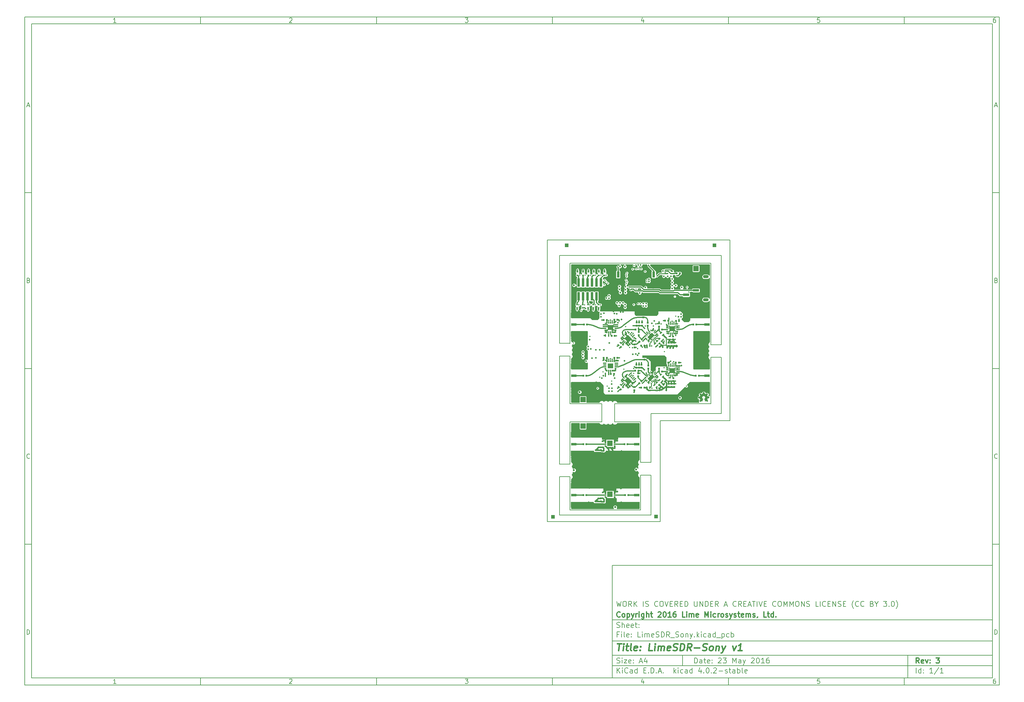
<source format=gtl>
G04 #@! TF.FileFunction,Copper,L1,Top,Signal*
%FSLAX46Y46*%
G04 Gerber Fmt 4.6, Leading zero omitted, Abs format (unit mm)*
G04 Created by KiCad (PCBNEW 4.0.2-stable) date 23/05/2016 22:28:52*
%MOMM*%
G01*
G04 APERTURE LIST*
%ADD10C,0.150000*%
%ADD11C,0.300000*%
%ADD12C,0.400000*%
%ADD13C,0.200000*%
%ADD14R,0.995680X0.995680*%
%ADD15C,0.600000*%
%ADD16C,0.500000*%
%ADD17C,2.000000*%
%ADD18R,4.696460X1.496060*%
%ADD19R,1.496060X0.698500*%
%ADD20R,0.495300X0.495300*%
%ADD21R,1.500000X1.500000*%
%ADD22R,0.320000X0.520000*%
%ADD23R,0.520000X0.320000*%
%ADD24C,0.350000*%
%ADD25R,1.516380X1.516380*%
%ADD26C,1.516380*%
%ADD27R,0.355600X0.657860*%
%ADD28R,0.657860X0.355600*%
%ADD29R,0.300000X0.500000*%
%ADD30R,0.500000X0.300000*%
%ADD31R,1.600000X1.400000*%
%ADD32R,0.391160X0.055880*%
%ADD33R,0.447040X0.055880*%
%ADD34R,0.502920X0.055880*%
%ADD35R,0.111760X0.055880*%
%ADD36R,0.167640X0.055880*%
%ADD37R,0.223520X0.055880*%
%ADD38R,0.279400X0.055880*%
%ADD39R,0.782320X0.055880*%
%ADD40R,1.061720X0.055880*%
%ADD41R,0.558800X0.055880*%
%ADD42R,2.402840X0.055880*%
%ADD43R,2.291080X0.055880*%
%ADD44R,2.179320X0.055880*%
%ADD45R,2.123440X0.055880*%
%ADD46R,2.067560X0.055880*%
%ADD47R,1.955800X0.055880*%
%ADD48R,0.949960X0.055880*%
%ADD49R,0.838200X0.055880*%
%ADD50R,0.894080X0.055880*%
%ADD51R,1.005840X0.055880*%
%ADD52R,1.117600X0.055880*%
%ADD53R,1.173480X0.055880*%
%ADD54R,0.726440X0.055880*%
%ADD55R,0.055880X0.055880*%
%ADD56R,0.335280X0.055880*%
%ADD57R,0.800000X1.700000*%
%ADD58O,1.600000X0.900000*%
%ADD59R,0.495300X0.444500*%
%ADD60R,0.740000X2.400000*%
%ADD61R,0.700000X0.400000*%
%ADD62R,1.700000X0.710000*%
%ADD63C,0.400000*%
%ADD64C,0.310000*%
%ADD65C,0.250000*%
%ADD66C,0.800000*%
%ADD67C,0.500000*%
%ADD68C,0.100000*%
%ADD69C,0.099060*%
%ADD70C,0.254000*%
G04 APERTURE END LIST*
D10*
X177002200Y-166007200D02*
X177002200Y-198007200D01*
X285002200Y-198007200D01*
X285002200Y-166007200D01*
X177002200Y-166007200D01*
X10000000Y-10000000D02*
X10000000Y-200007200D01*
X287002200Y-200007200D01*
X287002200Y-10000000D01*
X10000000Y-10000000D01*
X12000000Y-12000000D02*
X12000000Y-198007200D01*
X285002200Y-198007200D01*
X285002200Y-12000000D01*
X12000000Y-12000000D01*
X60000000Y-12000000D02*
X60000000Y-10000000D01*
X110000000Y-12000000D02*
X110000000Y-10000000D01*
X160000000Y-12000000D02*
X160000000Y-10000000D01*
X210000000Y-12000000D02*
X210000000Y-10000000D01*
X260000000Y-12000000D02*
X260000000Y-10000000D01*
X35990476Y-11588095D02*
X35247619Y-11588095D01*
X35619048Y-11588095D02*
X35619048Y-10288095D01*
X35495238Y-10473810D01*
X35371429Y-10597619D01*
X35247619Y-10659524D01*
X85247619Y-10411905D02*
X85309524Y-10350000D01*
X85433333Y-10288095D01*
X85742857Y-10288095D01*
X85866667Y-10350000D01*
X85928571Y-10411905D01*
X85990476Y-10535714D01*
X85990476Y-10659524D01*
X85928571Y-10845238D01*
X85185714Y-11588095D01*
X85990476Y-11588095D01*
X135185714Y-10288095D02*
X135990476Y-10288095D01*
X135557143Y-10783333D01*
X135742857Y-10783333D01*
X135866667Y-10845238D01*
X135928571Y-10907143D01*
X135990476Y-11030952D01*
X135990476Y-11340476D01*
X135928571Y-11464286D01*
X135866667Y-11526190D01*
X135742857Y-11588095D01*
X135371429Y-11588095D01*
X135247619Y-11526190D01*
X135185714Y-11464286D01*
X185866667Y-10721429D02*
X185866667Y-11588095D01*
X185557143Y-10226190D02*
X185247619Y-11154762D01*
X186052381Y-11154762D01*
X235928571Y-10288095D02*
X235309524Y-10288095D01*
X235247619Y-10907143D01*
X235309524Y-10845238D01*
X235433333Y-10783333D01*
X235742857Y-10783333D01*
X235866667Y-10845238D01*
X235928571Y-10907143D01*
X235990476Y-11030952D01*
X235990476Y-11340476D01*
X235928571Y-11464286D01*
X235866667Y-11526190D01*
X235742857Y-11588095D01*
X235433333Y-11588095D01*
X235309524Y-11526190D01*
X235247619Y-11464286D01*
X285866667Y-10288095D02*
X285619048Y-10288095D01*
X285495238Y-10350000D01*
X285433333Y-10411905D01*
X285309524Y-10597619D01*
X285247619Y-10845238D01*
X285247619Y-11340476D01*
X285309524Y-11464286D01*
X285371429Y-11526190D01*
X285495238Y-11588095D01*
X285742857Y-11588095D01*
X285866667Y-11526190D01*
X285928571Y-11464286D01*
X285990476Y-11340476D01*
X285990476Y-11030952D01*
X285928571Y-10907143D01*
X285866667Y-10845238D01*
X285742857Y-10783333D01*
X285495238Y-10783333D01*
X285371429Y-10845238D01*
X285309524Y-10907143D01*
X285247619Y-11030952D01*
X60000000Y-198007200D02*
X60000000Y-200007200D01*
X110000000Y-198007200D02*
X110000000Y-200007200D01*
X160000000Y-198007200D02*
X160000000Y-200007200D01*
X210000000Y-198007200D02*
X210000000Y-200007200D01*
X260000000Y-198007200D02*
X260000000Y-200007200D01*
X35990476Y-199595295D02*
X35247619Y-199595295D01*
X35619048Y-199595295D02*
X35619048Y-198295295D01*
X35495238Y-198481010D01*
X35371429Y-198604819D01*
X35247619Y-198666724D01*
X85247619Y-198419105D02*
X85309524Y-198357200D01*
X85433333Y-198295295D01*
X85742857Y-198295295D01*
X85866667Y-198357200D01*
X85928571Y-198419105D01*
X85990476Y-198542914D01*
X85990476Y-198666724D01*
X85928571Y-198852438D01*
X85185714Y-199595295D01*
X85990476Y-199595295D01*
X135185714Y-198295295D02*
X135990476Y-198295295D01*
X135557143Y-198790533D01*
X135742857Y-198790533D01*
X135866667Y-198852438D01*
X135928571Y-198914343D01*
X135990476Y-199038152D01*
X135990476Y-199347676D01*
X135928571Y-199471486D01*
X135866667Y-199533390D01*
X135742857Y-199595295D01*
X135371429Y-199595295D01*
X135247619Y-199533390D01*
X135185714Y-199471486D01*
X185866667Y-198728629D02*
X185866667Y-199595295D01*
X185557143Y-198233390D02*
X185247619Y-199161962D01*
X186052381Y-199161962D01*
X235928571Y-198295295D02*
X235309524Y-198295295D01*
X235247619Y-198914343D01*
X235309524Y-198852438D01*
X235433333Y-198790533D01*
X235742857Y-198790533D01*
X235866667Y-198852438D01*
X235928571Y-198914343D01*
X235990476Y-199038152D01*
X235990476Y-199347676D01*
X235928571Y-199471486D01*
X235866667Y-199533390D01*
X235742857Y-199595295D01*
X235433333Y-199595295D01*
X235309524Y-199533390D01*
X235247619Y-199471486D01*
X285866667Y-198295295D02*
X285619048Y-198295295D01*
X285495238Y-198357200D01*
X285433333Y-198419105D01*
X285309524Y-198604819D01*
X285247619Y-198852438D01*
X285247619Y-199347676D01*
X285309524Y-199471486D01*
X285371429Y-199533390D01*
X285495238Y-199595295D01*
X285742857Y-199595295D01*
X285866667Y-199533390D01*
X285928571Y-199471486D01*
X285990476Y-199347676D01*
X285990476Y-199038152D01*
X285928571Y-198914343D01*
X285866667Y-198852438D01*
X285742857Y-198790533D01*
X285495238Y-198790533D01*
X285371429Y-198852438D01*
X285309524Y-198914343D01*
X285247619Y-199038152D01*
X10000000Y-60000000D02*
X12000000Y-60000000D01*
X10000000Y-110000000D02*
X12000000Y-110000000D01*
X10000000Y-160000000D02*
X12000000Y-160000000D01*
X10690476Y-35216667D02*
X11309524Y-35216667D01*
X10566667Y-35588095D02*
X11000000Y-34288095D01*
X11433333Y-35588095D01*
X11092857Y-84907143D02*
X11278571Y-84969048D01*
X11340476Y-85030952D01*
X11402381Y-85154762D01*
X11402381Y-85340476D01*
X11340476Y-85464286D01*
X11278571Y-85526190D01*
X11154762Y-85588095D01*
X10659524Y-85588095D01*
X10659524Y-84288095D01*
X11092857Y-84288095D01*
X11216667Y-84350000D01*
X11278571Y-84411905D01*
X11340476Y-84535714D01*
X11340476Y-84659524D01*
X11278571Y-84783333D01*
X11216667Y-84845238D01*
X11092857Y-84907143D01*
X10659524Y-84907143D01*
X11402381Y-135464286D02*
X11340476Y-135526190D01*
X11154762Y-135588095D01*
X11030952Y-135588095D01*
X10845238Y-135526190D01*
X10721429Y-135402381D01*
X10659524Y-135278571D01*
X10597619Y-135030952D01*
X10597619Y-134845238D01*
X10659524Y-134597619D01*
X10721429Y-134473810D01*
X10845238Y-134350000D01*
X11030952Y-134288095D01*
X11154762Y-134288095D01*
X11340476Y-134350000D01*
X11402381Y-134411905D01*
X10659524Y-185588095D02*
X10659524Y-184288095D01*
X10969048Y-184288095D01*
X11154762Y-184350000D01*
X11278571Y-184473810D01*
X11340476Y-184597619D01*
X11402381Y-184845238D01*
X11402381Y-185030952D01*
X11340476Y-185278571D01*
X11278571Y-185402381D01*
X11154762Y-185526190D01*
X10969048Y-185588095D01*
X10659524Y-185588095D01*
X287002200Y-60000000D02*
X285002200Y-60000000D01*
X287002200Y-110000000D02*
X285002200Y-110000000D01*
X287002200Y-160000000D02*
X285002200Y-160000000D01*
X285692676Y-35216667D02*
X286311724Y-35216667D01*
X285568867Y-35588095D02*
X286002200Y-34288095D01*
X286435533Y-35588095D01*
X286095057Y-84907143D02*
X286280771Y-84969048D01*
X286342676Y-85030952D01*
X286404581Y-85154762D01*
X286404581Y-85340476D01*
X286342676Y-85464286D01*
X286280771Y-85526190D01*
X286156962Y-85588095D01*
X285661724Y-85588095D01*
X285661724Y-84288095D01*
X286095057Y-84288095D01*
X286218867Y-84350000D01*
X286280771Y-84411905D01*
X286342676Y-84535714D01*
X286342676Y-84659524D01*
X286280771Y-84783333D01*
X286218867Y-84845238D01*
X286095057Y-84907143D01*
X285661724Y-84907143D01*
X286404581Y-135464286D02*
X286342676Y-135526190D01*
X286156962Y-135588095D01*
X286033152Y-135588095D01*
X285847438Y-135526190D01*
X285723629Y-135402381D01*
X285661724Y-135278571D01*
X285599819Y-135030952D01*
X285599819Y-134845238D01*
X285661724Y-134597619D01*
X285723629Y-134473810D01*
X285847438Y-134350000D01*
X286033152Y-134288095D01*
X286156962Y-134288095D01*
X286342676Y-134350000D01*
X286404581Y-134411905D01*
X285661724Y-185588095D02*
X285661724Y-184288095D01*
X285971248Y-184288095D01*
X286156962Y-184350000D01*
X286280771Y-184473810D01*
X286342676Y-184597619D01*
X286404581Y-184845238D01*
X286404581Y-185030952D01*
X286342676Y-185278571D01*
X286280771Y-185402381D01*
X286156962Y-185526190D01*
X285971248Y-185588095D01*
X285661724Y-185588095D01*
X200359343Y-193785771D02*
X200359343Y-192285771D01*
X200716486Y-192285771D01*
X200930771Y-192357200D01*
X201073629Y-192500057D01*
X201145057Y-192642914D01*
X201216486Y-192928629D01*
X201216486Y-193142914D01*
X201145057Y-193428629D01*
X201073629Y-193571486D01*
X200930771Y-193714343D01*
X200716486Y-193785771D01*
X200359343Y-193785771D01*
X202502200Y-193785771D02*
X202502200Y-193000057D01*
X202430771Y-192857200D01*
X202287914Y-192785771D01*
X202002200Y-192785771D01*
X201859343Y-192857200D01*
X202502200Y-193714343D02*
X202359343Y-193785771D01*
X202002200Y-193785771D01*
X201859343Y-193714343D01*
X201787914Y-193571486D01*
X201787914Y-193428629D01*
X201859343Y-193285771D01*
X202002200Y-193214343D01*
X202359343Y-193214343D01*
X202502200Y-193142914D01*
X203002200Y-192785771D02*
X203573629Y-192785771D01*
X203216486Y-192285771D02*
X203216486Y-193571486D01*
X203287914Y-193714343D01*
X203430772Y-193785771D01*
X203573629Y-193785771D01*
X204645057Y-193714343D02*
X204502200Y-193785771D01*
X204216486Y-193785771D01*
X204073629Y-193714343D01*
X204002200Y-193571486D01*
X204002200Y-193000057D01*
X204073629Y-192857200D01*
X204216486Y-192785771D01*
X204502200Y-192785771D01*
X204645057Y-192857200D01*
X204716486Y-193000057D01*
X204716486Y-193142914D01*
X204002200Y-193285771D01*
X205359343Y-193642914D02*
X205430771Y-193714343D01*
X205359343Y-193785771D01*
X205287914Y-193714343D01*
X205359343Y-193642914D01*
X205359343Y-193785771D01*
X205359343Y-192857200D02*
X205430771Y-192928629D01*
X205359343Y-193000057D01*
X205287914Y-192928629D01*
X205359343Y-192857200D01*
X205359343Y-193000057D01*
X207145057Y-192428629D02*
X207216486Y-192357200D01*
X207359343Y-192285771D01*
X207716486Y-192285771D01*
X207859343Y-192357200D01*
X207930772Y-192428629D01*
X208002200Y-192571486D01*
X208002200Y-192714343D01*
X207930772Y-192928629D01*
X207073629Y-193785771D01*
X208002200Y-193785771D01*
X208502200Y-192285771D02*
X209430771Y-192285771D01*
X208930771Y-192857200D01*
X209145057Y-192857200D01*
X209287914Y-192928629D01*
X209359343Y-193000057D01*
X209430771Y-193142914D01*
X209430771Y-193500057D01*
X209359343Y-193642914D01*
X209287914Y-193714343D01*
X209145057Y-193785771D01*
X208716485Y-193785771D01*
X208573628Y-193714343D01*
X208502200Y-193642914D01*
X211216485Y-193785771D02*
X211216485Y-192285771D01*
X211716485Y-193357200D01*
X212216485Y-192285771D01*
X212216485Y-193785771D01*
X213573628Y-193785771D02*
X213573628Y-193000057D01*
X213502199Y-192857200D01*
X213359342Y-192785771D01*
X213073628Y-192785771D01*
X212930771Y-192857200D01*
X213573628Y-193714343D02*
X213430771Y-193785771D01*
X213073628Y-193785771D01*
X212930771Y-193714343D01*
X212859342Y-193571486D01*
X212859342Y-193428629D01*
X212930771Y-193285771D01*
X213073628Y-193214343D01*
X213430771Y-193214343D01*
X213573628Y-193142914D01*
X214145057Y-192785771D02*
X214502200Y-193785771D01*
X214859342Y-192785771D02*
X214502200Y-193785771D01*
X214359342Y-194142914D01*
X214287914Y-194214343D01*
X214145057Y-194285771D01*
X216502199Y-192428629D02*
X216573628Y-192357200D01*
X216716485Y-192285771D01*
X217073628Y-192285771D01*
X217216485Y-192357200D01*
X217287914Y-192428629D01*
X217359342Y-192571486D01*
X217359342Y-192714343D01*
X217287914Y-192928629D01*
X216430771Y-193785771D01*
X217359342Y-193785771D01*
X218287913Y-192285771D02*
X218430770Y-192285771D01*
X218573627Y-192357200D01*
X218645056Y-192428629D01*
X218716485Y-192571486D01*
X218787913Y-192857200D01*
X218787913Y-193214343D01*
X218716485Y-193500057D01*
X218645056Y-193642914D01*
X218573627Y-193714343D01*
X218430770Y-193785771D01*
X218287913Y-193785771D01*
X218145056Y-193714343D01*
X218073627Y-193642914D01*
X218002199Y-193500057D01*
X217930770Y-193214343D01*
X217930770Y-192857200D01*
X218002199Y-192571486D01*
X218073627Y-192428629D01*
X218145056Y-192357200D01*
X218287913Y-192285771D01*
X220216484Y-193785771D02*
X219359341Y-193785771D01*
X219787913Y-193785771D02*
X219787913Y-192285771D01*
X219645056Y-192500057D01*
X219502198Y-192642914D01*
X219359341Y-192714343D01*
X221502198Y-192285771D02*
X221216484Y-192285771D01*
X221073627Y-192357200D01*
X221002198Y-192428629D01*
X220859341Y-192642914D01*
X220787912Y-192928629D01*
X220787912Y-193500057D01*
X220859341Y-193642914D01*
X220930769Y-193714343D01*
X221073627Y-193785771D01*
X221359341Y-193785771D01*
X221502198Y-193714343D01*
X221573627Y-193642914D01*
X221645055Y-193500057D01*
X221645055Y-193142914D01*
X221573627Y-193000057D01*
X221502198Y-192928629D01*
X221359341Y-192857200D01*
X221073627Y-192857200D01*
X220930769Y-192928629D01*
X220859341Y-193000057D01*
X220787912Y-193142914D01*
X177002200Y-194507200D02*
X285002200Y-194507200D01*
X178359343Y-196585771D02*
X178359343Y-195085771D01*
X179216486Y-196585771D02*
X178573629Y-195728629D01*
X179216486Y-195085771D02*
X178359343Y-195942914D01*
X179859343Y-196585771D02*
X179859343Y-195585771D01*
X179859343Y-195085771D02*
X179787914Y-195157200D01*
X179859343Y-195228629D01*
X179930771Y-195157200D01*
X179859343Y-195085771D01*
X179859343Y-195228629D01*
X181430772Y-196442914D02*
X181359343Y-196514343D01*
X181145057Y-196585771D01*
X181002200Y-196585771D01*
X180787915Y-196514343D01*
X180645057Y-196371486D01*
X180573629Y-196228629D01*
X180502200Y-195942914D01*
X180502200Y-195728629D01*
X180573629Y-195442914D01*
X180645057Y-195300057D01*
X180787915Y-195157200D01*
X181002200Y-195085771D01*
X181145057Y-195085771D01*
X181359343Y-195157200D01*
X181430772Y-195228629D01*
X182716486Y-196585771D02*
X182716486Y-195800057D01*
X182645057Y-195657200D01*
X182502200Y-195585771D01*
X182216486Y-195585771D01*
X182073629Y-195657200D01*
X182716486Y-196514343D02*
X182573629Y-196585771D01*
X182216486Y-196585771D01*
X182073629Y-196514343D01*
X182002200Y-196371486D01*
X182002200Y-196228629D01*
X182073629Y-196085771D01*
X182216486Y-196014343D01*
X182573629Y-196014343D01*
X182716486Y-195942914D01*
X184073629Y-196585771D02*
X184073629Y-195085771D01*
X184073629Y-196514343D02*
X183930772Y-196585771D01*
X183645058Y-196585771D01*
X183502200Y-196514343D01*
X183430772Y-196442914D01*
X183359343Y-196300057D01*
X183359343Y-195871486D01*
X183430772Y-195728629D01*
X183502200Y-195657200D01*
X183645058Y-195585771D01*
X183930772Y-195585771D01*
X184073629Y-195657200D01*
X185930772Y-195800057D02*
X186430772Y-195800057D01*
X186645058Y-196585771D02*
X185930772Y-196585771D01*
X185930772Y-195085771D01*
X186645058Y-195085771D01*
X187287915Y-196442914D02*
X187359343Y-196514343D01*
X187287915Y-196585771D01*
X187216486Y-196514343D01*
X187287915Y-196442914D01*
X187287915Y-196585771D01*
X188002201Y-196585771D02*
X188002201Y-195085771D01*
X188359344Y-195085771D01*
X188573629Y-195157200D01*
X188716487Y-195300057D01*
X188787915Y-195442914D01*
X188859344Y-195728629D01*
X188859344Y-195942914D01*
X188787915Y-196228629D01*
X188716487Y-196371486D01*
X188573629Y-196514343D01*
X188359344Y-196585771D01*
X188002201Y-196585771D01*
X189502201Y-196442914D02*
X189573629Y-196514343D01*
X189502201Y-196585771D01*
X189430772Y-196514343D01*
X189502201Y-196442914D01*
X189502201Y-196585771D01*
X190145058Y-196157200D02*
X190859344Y-196157200D01*
X190002201Y-196585771D02*
X190502201Y-195085771D01*
X191002201Y-196585771D01*
X191502201Y-196442914D02*
X191573629Y-196514343D01*
X191502201Y-196585771D01*
X191430772Y-196514343D01*
X191502201Y-196442914D01*
X191502201Y-196585771D01*
X194502201Y-196585771D02*
X194502201Y-195085771D01*
X194645058Y-196014343D02*
X195073629Y-196585771D01*
X195073629Y-195585771D02*
X194502201Y-196157200D01*
X195716487Y-196585771D02*
X195716487Y-195585771D01*
X195716487Y-195085771D02*
X195645058Y-195157200D01*
X195716487Y-195228629D01*
X195787915Y-195157200D01*
X195716487Y-195085771D01*
X195716487Y-195228629D01*
X197073630Y-196514343D02*
X196930773Y-196585771D01*
X196645059Y-196585771D01*
X196502201Y-196514343D01*
X196430773Y-196442914D01*
X196359344Y-196300057D01*
X196359344Y-195871486D01*
X196430773Y-195728629D01*
X196502201Y-195657200D01*
X196645059Y-195585771D01*
X196930773Y-195585771D01*
X197073630Y-195657200D01*
X198359344Y-196585771D02*
X198359344Y-195800057D01*
X198287915Y-195657200D01*
X198145058Y-195585771D01*
X197859344Y-195585771D01*
X197716487Y-195657200D01*
X198359344Y-196514343D02*
X198216487Y-196585771D01*
X197859344Y-196585771D01*
X197716487Y-196514343D01*
X197645058Y-196371486D01*
X197645058Y-196228629D01*
X197716487Y-196085771D01*
X197859344Y-196014343D01*
X198216487Y-196014343D01*
X198359344Y-195942914D01*
X199716487Y-196585771D02*
X199716487Y-195085771D01*
X199716487Y-196514343D02*
X199573630Y-196585771D01*
X199287916Y-196585771D01*
X199145058Y-196514343D01*
X199073630Y-196442914D01*
X199002201Y-196300057D01*
X199002201Y-195871486D01*
X199073630Y-195728629D01*
X199145058Y-195657200D01*
X199287916Y-195585771D01*
X199573630Y-195585771D01*
X199716487Y-195657200D01*
X202216487Y-195585771D02*
X202216487Y-196585771D01*
X201859344Y-195014343D02*
X201502201Y-196085771D01*
X202430773Y-196085771D01*
X203002201Y-196442914D02*
X203073629Y-196514343D01*
X203002201Y-196585771D01*
X202930772Y-196514343D01*
X203002201Y-196442914D01*
X203002201Y-196585771D01*
X204002201Y-195085771D02*
X204145058Y-195085771D01*
X204287915Y-195157200D01*
X204359344Y-195228629D01*
X204430773Y-195371486D01*
X204502201Y-195657200D01*
X204502201Y-196014343D01*
X204430773Y-196300057D01*
X204359344Y-196442914D01*
X204287915Y-196514343D01*
X204145058Y-196585771D01*
X204002201Y-196585771D01*
X203859344Y-196514343D01*
X203787915Y-196442914D01*
X203716487Y-196300057D01*
X203645058Y-196014343D01*
X203645058Y-195657200D01*
X203716487Y-195371486D01*
X203787915Y-195228629D01*
X203859344Y-195157200D01*
X204002201Y-195085771D01*
X205145058Y-196442914D02*
X205216486Y-196514343D01*
X205145058Y-196585771D01*
X205073629Y-196514343D01*
X205145058Y-196442914D01*
X205145058Y-196585771D01*
X205787915Y-195228629D02*
X205859344Y-195157200D01*
X206002201Y-195085771D01*
X206359344Y-195085771D01*
X206502201Y-195157200D01*
X206573630Y-195228629D01*
X206645058Y-195371486D01*
X206645058Y-195514343D01*
X206573630Y-195728629D01*
X205716487Y-196585771D01*
X206645058Y-196585771D01*
X207287915Y-196014343D02*
X208430772Y-196014343D01*
X209073629Y-196514343D02*
X209216486Y-196585771D01*
X209502201Y-196585771D01*
X209645058Y-196514343D01*
X209716486Y-196371486D01*
X209716486Y-196300057D01*
X209645058Y-196157200D01*
X209502201Y-196085771D01*
X209287915Y-196085771D01*
X209145058Y-196014343D01*
X209073629Y-195871486D01*
X209073629Y-195800057D01*
X209145058Y-195657200D01*
X209287915Y-195585771D01*
X209502201Y-195585771D01*
X209645058Y-195657200D01*
X210145058Y-195585771D02*
X210716487Y-195585771D01*
X210359344Y-195085771D02*
X210359344Y-196371486D01*
X210430772Y-196514343D01*
X210573630Y-196585771D01*
X210716487Y-196585771D01*
X211859344Y-196585771D02*
X211859344Y-195800057D01*
X211787915Y-195657200D01*
X211645058Y-195585771D01*
X211359344Y-195585771D01*
X211216487Y-195657200D01*
X211859344Y-196514343D02*
X211716487Y-196585771D01*
X211359344Y-196585771D01*
X211216487Y-196514343D01*
X211145058Y-196371486D01*
X211145058Y-196228629D01*
X211216487Y-196085771D01*
X211359344Y-196014343D01*
X211716487Y-196014343D01*
X211859344Y-195942914D01*
X212573630Y-196585771D02*
X212573630Y-195085771D01*
X212573630Y-195657200D02*
X212716487Y-195585771D01*
X213002201Y-195585771D01*
X213145058Y-195657200D01*
X213216487Y-195728629D01*
X213287916Y-195871486D01*
X213287916Y-196300057D01*
X213216487Y-196442914D01*
X213145058Y-196514343D01*
X213002201Y-196585771D01*
X212716487Y-196585771D01*
X212573630Y-196514343D01*
X214145059Y-196585771D02*
X214002201Y-196514343D01*
X213930773Y-196371486D01*
X213930773Y-195085771D01*
X215287915Y-196514343D02*
X215145058Y-196585771D01*
X214859344Y-196585771D01*
X214716487Y-196514343D01*
X214645058Y-196371486D01*
X214645058Y-195800057D01*
X214716487Y-195657200D01*
X214859344Y-195585771D01*
X215145058Y-195585771D01*
X215287915Y-195657200D01*
X215359344Y-195800057D01*
X215359344Y-195942914D01*
X214645058Y-196085771D01*
X177002200Y-191507200D02*
X285002200Y-191507200D01*
D11*
X264216486Y-193785771D02*
X263716486Y-193071486D01*
X263359343Y-193785771D02*
X263359343Y-192285771D01*
X263930771Y-192285771D01*
X264073629Y-192357200D01*
X264145057Y-192428629D01*
X264216486Y-192571486D01*
X264216486Y-192785771D01*
X264145057Y-192928629D01*
X264073629Y-193000057D01*
X263930771Y-193071486D01*
X263359343Y-193071486D01*
X265430771Y-193714343D02*
X265287914Y-193785771D01*
X265002200Y-193785771D01*
X264859343Y-193714343D01*
X264787914Y-193571486D01*
X264787914Y-193000057D01*
X264859343Y-192857200D01*
X265002200Y-192785771D01*
X265287914Y-192785771D01*
X265430771Y-192857200D01*
X265502200Y-193000057D01*
X265502200Y-193142914D01*
X264787914Y-193285771D01*
X266002200Y-192785771D02*
X266359343Y-193785771D01*
X266716485Y-192785771D01*
X267287914Y-193642914D02*
X267359342Y-193714343D01*
X267287914Y-193785771D01*
X267216485Y-193714343D01*
X267287914Y-193642914D01*
X267287914Y-193785771D01*
X267287914Y-192857200D02*
X267359342Y-192928629D01*
X267287914Y-193000057D01*
X267216485Y-192928629D01*
X267287914Y-192857200D01*
X267287914Y-193000057D01*
X269002200Y-192285771D02*
X269930771Y-192285771D01*
X269430771Y-192857200D01*
X269645057Y-192857200D01*
X269787914Y-192928629D01*
X269859343Y-193000057D01*
X269930771Y-193142914D01*
X269930771Y-193500057D01*
X269859343Y-193642914D01*
X269787914Y-193714343D01*
X269645057Y-193785771D01*
X269216485Y-193785771D01*
X269073628Y-193714343D01*
X269002200Y-193642914D01*
D10*
X178287914Y-193714343D02*
X178502200Y-193785771D01*
X178859343Y-193785771D01*
X179002200Y-193714343D01*
X179073629Y-193642914D01*
X179145057Y-193500057D01*
X179145057Y-193357200D01*
X179073629Y-193214343D01*
X179002200Y-193142914D01*
X178859343Y-193071486D01*
X178573629Y-193000057D01*
X178430771Y-192928629D01*
X178359343Y-192857200D01*
X178287914Y-192714343D01*
X178287914Y-192571486D01*
X178359343Y-192428629D01*
X178430771Y-192357200D01*
X178573629Y-192285771D01*
X178930771Y-192285771D01*
X179145057Y-192357200D01*
X179787914Y-193785771D02*
X179787914Y-192785771D01*
X179787914Y-192285771D02*
X179716485Y-192357200D01*
X179787914Y-192428629D01*
X179859342Y-192357200D01*
X179787914Y-192285771D01*
X179787914Y-192428629D01*
X180359343Y-192785771D02*
X181145057Y-192785771D01*
X180359343Y-193785771D01*
X181145057Y-193785771D01*
X182287914Y-193714343D02*
X182145057Y-193785771D01*
X181859343Y-193785771D01*
X181716486Y-193714343D01*
X181645057Y-193571486D01*
X181645057Y-193000057D01*
X181716486Y-192857200D01*
X181859343Y-192785771D01*
X182145057Y-192785771D01*
X182287914Y-192857200D01*
X182359343Y-193000057D01*
X182359343Y-193142914D01*
X181645057Y-193285771D01*
X183002200Y-193642914D02*
X183073628Y-193714343D01*
X183002200Y-193785771D01*
X182930771Y-193714343D01*
X183002200Y-193642914D01*
X183002200Y-193785771D01*
X183002200Y-192857200D02*
X183073628Y-192928629D01*
X183002200Y-193000057D01*
X182930771Y-192928629D01*
X183002200Y-192857200D01*
X183002200Y-193000057D01*
X184787914Y-193357200D02*
X185502200Y-193357200D01*
X184645057Y-193785771D02*
X185145057Y-192285771D01*
X185645057Y-193785771D01*
X186787914Y-192785771D02*
X186787914Y-193785771D01*
X186430771Y-192214343D02*
X186073628Y-193285771D01*
X187002200Y-193285771D01*
X263359343Y-196585771D02*
X263359343Y-195085771D01*
X264716486Y-196585771D02*
X264716486Y-195085771D01*
X264716486Y-196514343D02*
X264573629Y-196585771D01*
X264287915Y-196585771D01*
X264145057Y-196514343D01*
X264073629Y-196442914D01*
X264002200Y-196300057D01*
X264002200Y-195871486D01*
X264073629Y-195728629D01*
X264145057Y-195657200D01*
X264287915Y-195585771D01*
X264573629Y-195585771D01*
X264716486Y-195657200D01*
X265430772Y-196442914D02*
X265502200Y-196514343D01*
X265430772Y-196585771D01*
X265359343Y-196514343D01*
X265430772Y-196442914D01*
X265430772Y-196585771D01*
X265430772Y-195657200D02*
X265502200Y-195728629D01*
X265430772Y-195800057D01*
X265359343Y-195728629D01*
X265430772Y-195657200D01*
X265430772Y-195800057D01*
X268073629Y-196585771D02*
X267216486Y-196585771D01*
X267645058Y-196585771D02*
X267645058Y-195085771D01*
X267502201Y-195300057D01*
X267359343Y-195442914D01*
X267216486Y-195514343D01*
X269787914Y-195014343D02*
X268502200Y-196942914D01*
X271073629Y-196585771D02*
X270216486Y-196585771D01*
X270645058Y-196585771D02*
X270645058Y-195085771D01*
X270502201Y-195300057D01*
X270359343Y-195442914D01*
X270216486Y-195514343D01*
X177002200Y-187507200D02*
X285002200Y-187507200D01*
D12*
X178454581Y-188211962D02*
X179597438Y-188211962D01*
X178776010Y-190211962D02*
X179026010Y-188211962D01*
X180014105Y-190211962D02*
X180180771Y-188878629D01*
X180264105Y-188211962D02*
X180156962Y-188307200D01*
X180240295Y-188402438D01*
X180347439Y-188307200D01*
X180264105Y-188211962D01*
X180240295Y-188402438D01*
X180847438Y-188878629D02*
X181609343Y-188878629D01*
X181216486Y-188211962D02*
X181002200Y-189926248D01*
X181073630Y-190116724D01*
X181252201Y-190211962D01*
X181442677Y-190211962D01*
X182395058Y-190211962D02*
X182216487Y-190116724D01*
X182145057Y-189926248D01*
X182359343Y-188211962D01*
X183930772Y-190116724D02*
X183728391Y-190211962D01*
X183347439Y-190211962D01*
X183168867Y-190116724D01*
X183097438Y-189926248D01*
X183192676Y-189164343D01*
X183311724Y-188973867D01*
X183514105Y-188878629D01*
X183895057Y-188878629D01*
X184073629Y-188973867D01*
X184145057Y-189164343D01*
X184121248Y-189354819D01*
X183145057Y-189545295D01*
X184895057Y-190021486D02*
X184978392Y-190116724D01*
X184871248Y-190211962D01*
X184787915Y-190116724D01*
X184895057Y-190021486D01*
X184871248Y-190211962D01*
X185026010Y-188973867D02*
X185109344Y-189069105D01*
X185002200Y-189164343D01*
X184918867Y-189069105D01*
X185026010Y-188973867D01*
X185002200Y-189164343D01*
X188299820Y-190211962D02*
X187347439Y-190211962D01*
X187597439Y-188211962D01*
X188966487Y-190211962D02*
X189133153Y-188878629D01*
X189216487Y-188211962D02*
X189109344Y-188307200D01*
X189192677Y-188402438D01*
X189299821Y-188307200D01*
X189216487Y-188211962D01*
X189192677Y-188402438D01*
X189918868Y-190211962D02*
X190085534Y-188878629D01*
X190061725Y-189069105D02*
X190168869Y-188973867D01*
X190371249Y-188878629D01*
X190656963Y-188878629D01*
X190835535Y-188973867D01*
X190906963Y-189164343D01*
X190776011Y-190211962D01*
X190906963Y-189164343D02*
X191026011Y-188973867D01*
X191228392Y-188878629D01*
X191514106Y-188878629D01*
X191692678Y-188973867D01*
X191764106Y-189164343D01*
X191633154Y-190211962D01*
X193359345Y-190116724D02*
X193156964Y-190211962D01*
X192776012Y-190211962D01*
X192597440Y-190116724D01*
X192526011Y-189926248D01*
X192621249Y-189164343D01*
X192740297Y-188973867D01*
X192942678Y-188878629D01*
X193323630Y-188878629D01*
X193502202Y-188973867D01*
X193573630Y-189164343D01*
X193549821Y-189354819D01*
X192573630Y-189545295D01*
X194216488Y-190116724D02*
X194490298Y-190211962D01*
X194966488Y-190211962D01*
X195168869Y-190116724D01*
X195276011Y-190021486D01*
X195395060Y-189831010D01*
X195418869Y-189640533D01*
X195347440Y-189450057D01*
X195264107Y-189354819D01*
X195085535Y-189259581D01*
X194716488Y-189164343D01*
X194537917Y-189069105D01*
X194454583Y-188973867D01*
X194383154Y-188783390D01*
X194406964Y-188592914D01*
X194526011Y-188402438D01*
X194633155Y-188307200D01*
X194835536Y-188211962D01*
X195311726Y-188211962D01*
X195585536Y-188307200D01*
X196204583Y-190211962D02*
X196454583Y-188211962D01*
X196930774Y-188211962D01*
X197204583Y-188307200D01*
X197371250Y-188497676D01*
X197442679Y-188688152D01*
X197490298Y-189069105D01*
X197454584Y-189354819D01*
X197311727Y-189735771D01*
X197192678Y-189926248D01*
X196978393Y-190116724D01*
X196680774Y-190211962D01*
X196204583Y-190211962D01*
X199347441Y-190211962D02*
X198799821Y-189259581D01*
X198204583Y-190211962D02*
X198454583Y-188211962D01*
X199216488Y-188211962D01*
X199395059Y-188307200D01*
X199478393Y-188402438D01*
X199549822Y-188592914D01*
X199514107Y-188878629D01*
X199395060Y-189069105D01*
X199287916Y-189164343D01*
X199085535Y-189259581D01*
X198323630Y-189259581D01*
X200299821Y-189450057D02*
X201823631Y-189450057D01*
X202597440Y-190116724D02*
X202871250Y-190211962D01*
X203347440Y-190211962D01*
X203549821Y-190116724D01*
X203656963Y-190021486D01*
X203776012Y-189831010D01*
X203799821Y-189640533D01*
X203728392Y-189450057D01*
X203645059Y-189354819D01*
X203466487Y-189259581D01*
X203097440Y-189164343D01*
X202918869Y-189069105D01*
X202835535Y-188973867D01*
X202764106Y-188783390D01*
X202787916Y-188592914D01*
X202906963Y-188402438D01*
X203014107Y-188307200D01*
X203216488Y-188211962D01*
X203692678Y-188211962D01*
X203966488Y-188307200D01*
X204871250Y-190211962D02*
X204692679Y-190116724D01*
X204609344Y-190021486D01*
X204537916Y-189831010D01*
X204609344Y-189259581D01*
X204728392Y-189069105D01*
X204835536Y-188973867D01*
X205037916Y-188878629D01*
X205323630Y-188878629D01*
X205502202Y-188973867D01*
X205585535Y-189069105D01*
X205656963Y-189259581D01*
X205585535Y-189831010D01*
X205466487Y-190021486D01*
X205359345Y-190116724D01*
X205156964Y-190211962D01*
X204871250Y-190211962D01*
X206561725Y-188878629D02*
X206395059Y-190211962D01*
X206537916Y-189069105D02*
X206645060Y-188973867D01*
X206847440Y-188878629D01*
X207133154Y-188878629D01*
X207311726Y-188973867D01*
X207383154Y-189164343D01*
X207252202Y-190211962D01*
X208180773Y-188878629D02*
X208490298Y-190211962D01*
X209133154Y-188878629D02*
X208490298Y-190211962D01*
X208240298Y-190688152D01*
X208133154Y-190783390D01*
X207930773Y-190878629D01*
X211228393Y-188878629D02*
X211537918Y-190211962D01*
X212180774Y-188878629D01*
X213823633Y-190211962D02*
X212680775Y-190211962D01*
X213252204Y-190211962D02*
X213502204Y-188211962D01*
X213276014Y-188497676D01*
X213061728Y-188688152D01*
X212859346Y-188783390D01*
D10*
X178859343Y-185600057D02*
X178359343Y-185600057D01*
X178359343Y-186385771D02*
X178359343Y-184885771D01*
X179073629Y-184885771D01*
X179645057Y-186385771D02*
X179645057Y-185385771D01*
X179645057Y-184885771D02*
X179573628Y-184957200D01*
X179645057Y-185028629D01*
X179716485Y-184957200D01*
X179645057Y-184885771D01*
X179645057Y-185028629D01*
X180573629Y-186385771D02*
X180430771Y-186314343D01*
X180359343Y-186171486D01*
X180359343Y-184885771D01*
X181716485Y-186314343D02*
X181573628Y-186385771D01*
X181287914Y-186385771D01*
X181145057Y-186314343D01*
X181073628Y-186171486D01*
X181073628Y-185600057D01*
X181145057Y-185457200D01*
X181287914Y-185385771D01*
X181573628Y-185385771D01*
X181716485Y-185457200D01*
X181787914Y-185600057D01*
X181787914Y-185742914D01*
X181073628Y-185885771D01*
X182430771Y-186242914D02*
X182502199Y-186314343D01*
X182430771Y-186385771D01*
X182359342Y-186314343D01*
X182430771Y-186242914D01*
X182430771Y-186385771D01*
X182430771Y-185457200D02*
X182502199Y-185528629D01*
X182430771Y-185600057D01*
X182359342Y-185528629D01*
X182430771Y-185457200D01*
X182430771Y-185600057D01*
X185002200Y-186385771D02*
X184287914Y-186385771D01*
X184287914Y-184885771D01*
X185502200Y-186385771D02*
X185502200Y-185385771D01*
X185502200Y-184885771D02*
X185430771Y-184957200D01*
X185502200Y-185028629D01*
X185573628Y-184957200D01*
X185502200Y-184885771D01*
X185502200Y-185028629D01*
X186216486Y-186385771D02*
X186216486Y-185385771D01*
X186216486Y-185528629D02*
X186287914Y-185457200D01*
X186430772Y-185385771D01*
X186645057Y-185385771D01*
X186787914Y-185457200D01*
X186859343Y-185600057D01*
X186859343Y-186385771D01*
X186859343Y-185600057D02*
X186930772Y-185457200D01*
X187073629Y-185385771D01*
X187287914Y-185385771D01*
X187430772Y-185457200D01*
X187502200Y-185600057D01*
X187502200Y-186385771D01*
X188787914Y-186314343D02*
X188645057Y-186385771D01*
X188359343Y-186385771D01*
X188216486Y-186314343D01*
X188145057Y-186171486D01*
X188145057Y-185600057D01*
X188216486Y-185457200D01*
X188359343Y-185385771D01*
X188645057Y-185385771D01*
X188787914Y-185457200D01*
X188859343Y-185600057D01*
X188859343Y-185742914D01*
X188145057Y-185885771D01*
X189430771Y-186314343D02*
X189645057Y-186385771D01*
X190002200Y-186385771D01*
X190145057Y-186314343D01*
X190216486Y-186242914D01*
X190287914Y-186100057D01*
X190287914Y-185957200D01*
X190216486Y-185814343D01*
X190145057Y-185742914D01*
X190002200Y-185671486D01*
X189716486Y-185600057D01*
X189573628Y-185528629D01*
X189502200Y-185457200D01*
X189430771Y-185314343D01*
X189430771Y-185171486D01*
X189502200Y-185028629D01*
X189573628Y-184957200D01*
X189716486Y-184885771D01*
X190073628Y-184885771D01*
X190287914Y-184957200D01*
X190930771Y-186385771D02*
X190930771Y-184885771D01*
X191287914Y-184885771D01*
X191502199Y-184957200D01*
X191645057Y-185100057D01*
X191716485Y-185242914D01*
X191787914Y-185528629D01*
X191787914Y-185742914D01*
X191716485Y-186028629D01*
X191645057Y-186171486D01*
X191502199Y-186314343D01*
X191287914Y-186385771D01*
X190930771Y-186385771D01*
X193287914Y-186385771D02*
X192787914Y-185671486D01*
X192430771Y-186385771D02*
X192430771Y-184885771D01*
X193002199Y-184885771D01*
X193145057Y-184957200D01*
X193216485Y-185028629D01*
X193287914Y-185171486D01*
X193287914Y-185385771D01*
X193216485Y-185528629D01*
X193145057Y-185600057D01*
X193002199Y-185671486D01*
X192430771Y-185671486D01*
X193573628Y-186528629D02*
X194716485Y-186528629D01*
X195002199Y-186314343D02*
X195216485Y-186385771D01*
X195573628Y-186385771D01*
X195716485Y-186314343D01*
X195787914Y-186242914D01*
X195859342Y-186100057D01*
X195859342Y-185957200D01*
X195787914Y-185814343D01*
X195716485Y-185742914D01*
X195573628Y-185671486D01*
X195287914Y-185600057D01*
X195145056Y-185528629D01*
X195073628Y-185457200D01*
X195002199Y-185314343D01*
X195002199Y-185171486D01*
X195073628Y-185028629D01*
X195145056Y-184957200D01*
X195287914Y-184885771D01*
X195645056Y-184885771D01*
X195859342Y-184957200D01*
X196716485Y-186385771D02*
X196573627Y-186314343D01*
X196502199Y-186242914D01*
X196430770Y-186100057D01*
X196430770Y-185671486D01*
X196502199Y-185528629D01*
X196573627Y-185457200D01*
X196716485Y-185385771D01*
X196930770Y-185385771D01*
X197073627Y-185457200D01*
X197145056Y-185528629D01*
X197216485Y-185671486D01*
X197216485Y-186100057D01*
X197145056Y-186242914D01*
X197073627Y-186314343D01*
X196930770Y-186385771D01*
X196716485Y-186385771D01*
X197859342Y-185385771D02*
X197859342Y-186385771D01*
X197859342Y-185528629D02*
X197930770Y-185457200D01*
X198073628Y-185385771D01*
X198287913Y-185385771D01*
X198430770Y-185457200D01*
X198502199Y-185600057D01*
X198502199Y-186385771D01*
X199073628Y-185385771D02*
X199430771Y-186385771D01*
X199787913Y-185385771D02*
X199430771Y-186385771D01*
X199287913Y-186742914D01*
X199216485Y-186814343D01*
X199073628Y-186885771D01*
X200359342Y-186242914D02*
X200430770Y-186314343D01*
X200359342Y-186385771D01*
X200287913Y-186314343D01*
X200359342Y-186242914D01*
X200359342Y-186385771D01*
X201073628Y-186385771D02*
X201073628Y-184885771D01*
X201216485Y-185814343D02*
X201645056Y-186385771D01*
X201645056Y-185385771D02*
X201073628Y-185957200D01*
X202287914Y-186385771D02*
X202287914Y-185385771D01*
X202287914Y-184885771D02*
X202216485Y-184957200D01*
X202287914Y-185028629D01*
X202359342Y-184957200D01*
X202287914Y-184885771D01*
X202287914Y-185028629D01*
X203645057Y-186314343D02*
X203502200Y-186385771D01*
X203216486Y-186385771D01*
X203073628Y-186314343D01*
X203002200Y-186242914D01*
X202930771Y-186100057D01*
X202930771Y-185671486D01*
X203002200Y-185528629D01*
X203073628Y-185457200D01*
X203216486Y-185385771D01*
X203502200Y-185385771D01*
X203645057Y-185457200D01*
X204930771Y-186385771D02*
X204930771Y-185600057D01*
X204859342Y-185457200D01*
X204716485Y-185385771D01*
X204430771Y-185385771D01*
X204287914Y-185457200D01*
X204930771Y-186314343D02*
X204787914Y-186385771D01*
X204430771Y-186385771D01*
X204287914Y-186314343D01*
X204216485Y-186171486D01*
X204216485Y-186028629D01*
X204287914Y-185885771D01*
X204430771Y-185814343D01*
X204787914Y-185814343D01*
X204930771Y-185742914D01*
X206287914Y-186385771D02*
X206287914Y-184885771D01*
X206287914Y-186314343D02*
X206145057Y-186385771D01*
X205859343Y-186385771D01*
X205716485Y-186314343D01*
X205645057Y-186242914D01*
X205573628Y-186100057D01*
X205573628Y-185671486D01*
X205645057Y-185528629D01*
X205716485Y-185457200D01*
X205859343Y-185385771D01*
X206145057Y-185385771D01*
X206287914Y-185457200D01*
X206645057Y-186528629D02*
X207787914Y-186528629D01*
X208145057Y-185385771D02*
X208145057Y-186885771D01*
X208145057Y-185457200D02*
X208287914Y-185385771D01*
X208573628Y-185385771D01*
X208716485Y-185457200D01*
X208787914Y-185528629D01*
X208859343Y-185671486D01*
X208859343Y-186100057D01*
X208787914Y-186242914D01*
X208716485Y-186314343D01*
X208573628Y-186385771D01*
X208287914Y-186385771D01*
X208145057Y-186314343D01*
X210145057Y-186314343D02*
X210002200Y-186385771D01*
X209716486Y-186385771D01*
X209573628Y-186314343D01*
X209502200Y-186242914D01*
X209430771Y-186100057D01*
X209430771Y-185671486D01*
X209502200Y-185528629D01*
X209573628Y-185457200D01*
X209716486Y-185385771D01*
X210002200Y-185385771D01*
X210145057Y-185457200D01*
X210787914Y-186385771D02*
X210787914Y-184885771D01*
X210787914Y-185457200D02*
X210930771Y-185385771D01*
X211216485Y-185385771D01*
X211359342Y-185457200D01*
X211430771Y-185528629D01*
X211502200Y-185671486D01*
X211502200Y-186100057D01*
X211430771Y-186242914D01*
X211359342Y-186314343D01*
X211216485Y-186385771D01*
X210930771Y-186385771D01*
X210787914Y-186314343D01*
X177002200Y-181507200D02*
X285002200Y-181507200D01*
X178287914Y-183614343D02*
X178502200Y-183685771D01*
X178859343Y-183685771D01*
X179002200Y-183614343D01*
X179073629Y-183542914D01*
X179145057Y-183400057D01*
X179145057Y-183257200D01*
X179073629Y-183114343D01*
X179002200Y-183042914D01*
X178859343Y-182971486D01*
X178573629Y-182900057D01*
X178430771Y-182828629D01*
X178359343Y-182757200D01*
X178287914Y-182614343D01*
X178287914Y-182471486D01*
X178359343Y-182328629D01*
X178430771Y-182257200D01*
X178573629Y-182185771D01*
X178930771Y-182185771D01*
X179145057Y-182257200D01*
X179787914Y-183685771D02*
X179787914Y-182185771D01*
X180430771Y-183685771D02*
X180430771Y-182900057D01*
X180359342Y-182757200D01*
X180216485Y-182685771D01*
X180002200Y-182685771D01*
X179859342Y-182757200D01*
X179787914Y-182828629D01*
X181716485Y-183614343D02*
X181573628Y-183685771D01*
X181287914Y-183685771D01*
X181145057Y-183614343D01*
X181073628Y-183471486D01*
X181073628Y-182900057D01*
X181145057Y-182757200D01*
X181287914Y-182685771D01*
X181573628Y-182685771D01*
X181716485Y-182757200D01*
X181787914Y-182900057D01*
X181787914Y-183042914D01*
X181073628Y-183185771D01*
X183002199Y-183614343D02*
X182859342Y-183685771D01*
X182573628Y-183685771D01*
X182430771Y-183614343D01*
X182359342Y-183471486D01*
X182359342Y-182900057D01*
X182430771Y-182757200D01*
X182573628Y-182685771D01*
X182859342Y-182685771D01*
X183002199Y-182757200D01*
X183073628Y-182900057D01*
X183073628Y-183042914D01*
X182359342Y-183185771D01*
X183502199Y-182685771D02*
X184073628Y-182685771D01*
X183716485Y-182185771D02*
X183716485Y-183471486D01*
X183787913Y-183614343D01*
X183930771Y-183685771D01*
X184073628Y-183685771D01*
X184573628Y-183542914D02*
X184645056Y-183614343D01*
X184573628Y-183685771D01*
X184502199Y-183614343D01*
X184573628Y-183542914D01*
X184573628Y-183685771D01*
X184573628Y-182757200D02*
X184645056Y-182828629D01*
X184573628Y-182900057D01*
X184502199Y-182828629D01*
X184573628Y-182757200D01*
X184573628Y-182900057D01*
D11*
X179216486Y-180542914D02*
X179145057Y-180614343D01*
X178930771Y-180685771D01*
X178787914Y-180685771D01*
X178573629Y-180614343D01*
X178430771Y-180471486D01*
X178359343Y-180328629D01*
X178287914Y-180042914D01*
X178287914Y-179828629D01*
X178359343Y-179542914D01*
X178430771Y-179400057D01*
X178573629Y-179257200D01*
X178787914Y-179185771D01*
X178930771Y-179185771D01*
X179145057Y-179257200D01*
X179216486Y-179328629D01*
X180073629Y-180685771D02*
X179930771Y-180614343D01*
X179859343Y-180542914D01*
X179787914Y-180400057D01*
X179787914Y-179971486D01*
X179859343Y-179828629D01*
X179930771Y-179757200D01*
X180073629Y-179685771D01*
X180287914Y-179685771D01*
X180430771Y-179757200D01*
X180502200Y-179828629D01*
X180573629Y-179971486D01*
X180573629Y-180400057D01*
X180502200Y-180542914D01*
X180430771Y-180614343D01*
X180287914Y-180685771D01*
X180073629Y-180685771D01*
X181216486Y-179685771D02*
X181216486Y-181185771D01*
X181216486Y-179757200D02*
X181359343Y-179685771D01*
X181645057Y-179685771D01*
X181787914Y-179757200D01*
X181859343Y-179828629D01*
X181930772Y-179971486D01*
X181930772Y-180400057D01*
X181859343Y-180542914D01*
X181787914Y-180614343D01*
X181645057Y-180685771D01*
X181359343Y-180685771D01*
X181216486Y-180614343D01*
X182430772Y-179685771D02*
X182787915Y-180685771D01*
X183145057Y-179685771D02*
X182787915Y-180685771D01*
X182645057Y-181042914D01*
X182573629Y-181114343D01*
X182430772Y-181185771D01*
X183716486Y-180685771D02*
X183716486Y-179685771D01*
X183716486Y-179971486D02*
X183787914Y-179828629D01*
X183859343Y-179757200D01*
X184002200Y-179685771D01*
X184145057Y-179685771D01*
X184645057Y-180685771D02*
X184645057Y-179685771D01*
X184645057Y-179185771D02*
X184573628Y-179257200D01*
X184645057Y-179328629D01*
X184716485Y-179257200D01*
X184645057Y-179185771D01*
X184645057Y-179328629D01*
X186002200Y-179685771D02*
X186002200Y-180900057D01*
X185930771Y-181042914D01*
X185859343Y-181114343D01*
X185716486Y-181185771D01*
X185502200Y-181185771D01*
X185359343Y-181114343D01*
X186002200Y-180614343D02*
X185859343Y-180685771D01*
X185573629Y-180685771D01*
X185430771Y-180614343D01*
X185359343Y-180542914D01*
X185287914Y-180400057D01*
X185287914Y-179971486D01*
X185359343Y-179828629D01*
X185430771Y-179757200D01*
X185573629Y-179685771D01*
X185859343Y-179685771D01*
X186002200Y-179757200D01*
X186716486Y-180685771D02*
X186716486Y-179185771D01*
X187359343Y-180685771D02*
X187359343Y-179900057D01*
X187287914Y-179757200D01*
X187145057Y-179685771D01*
X186930772Y-179685771D01*
X186787914Y-179757200D01*
X186716486Y-179828629D01*
X187859343Y-179685771D02*
X188430772Y-179685771D01*
X188073629Y-179185771D02*
X188073629Y-180471486D01*
X188145057Y-180614343D01*
X188287915Y-180685771D01*
X188430772Y-180685771D01*
X190002200Y-179328629D02*
X190073629Y-179257200D01*
X190216486Y-179185771D01*
X190573629Y-179185771D01*
X190716486Y-179257200D01*
X190787915Y-179328629D01*
X190859343Y-179471486D01*
X190859343Y-179614343D01*
X190787915Y-179828629D01*
X189930772Y-180685771D01*
X190859343Y-180685771D01*
X191787914Y-179185771D02*
X191930771Y-179185771D01*
X192073628Y-179257200D01*
X192145057Y-179328629D01*
X192216486Y-179471486D01*
X192287914Y-179757200D01*
X192287914Y-180114343D01*
X192216486Y-180400057D01*
X192145057Y-180542914D01*
X192073628Y-180614343D01*
X191930771Y-180685771D01*
X191787914Y-180685771D01*
X191645057Y-180614343D01*
X191573628Y-180542914D01*
X191502200Y-180400057D01*
X191430771Y-180114343D01*
X191430771Y-179757200D01*
X191502200Y-179471486D01*
X191573628Y-179328629D01*
X191645057Y-179257200D01*
X191787914Y-179185771D01*
X193716485Y-180685771D02*
X192859342Y-180685771D01*
X193287914Y-180685771D02*
X193287914Y-179185771D01*
X193145057Y-179400057D01*
X193002199Y-179542914D01*
X192859342Y-179614343D01*
X195002199Y-179185771D02*
X194716485Y-179185771D01*
X194573628Y-179257200D01*
X194502199Y-179328629D01*
X194359342Y-179542914D01*
X194287913Y-179828629D01*
X194287913Y-180400057D01*
X194359342Y-180542914D01*
X194430770Y-180614343D01*
X194573628Y-180685771D01*
X194859342Y-180685771D01*
X195002199Y-180614343D01*
X195073628Y-180542914D01*
X195145056Y-180400057D01*
X195145056Y-180042914D01*
X195073628Y-179900057D01*
X195002199Y-179828629D01*
X194859342Y-179757200D01*
X194573628Y-179757200D01*
X194430770Y-179828629D01*
X194359342Y-179900057D01*
X194287913Y-180042914D01*
X197645056Y-180685771D02*
X196930770Y-180685771D01*
X196930770Y-179185771D01*
X198145056Y-180685771D02*
X198145056Y-179685771D01*
X198145056Y-179185771D02*
X198073627Y-179257200D01*
X198145056Y-179328629D01*
X198216484Y-179257200D01*
X198145056Y-179185771D01*
X198145056Y-179328629D01*
X198859342Y-180685771D02*
X198859342Y-179685771D01*
X198859342Y-179828629D02*
X198930770Y-179757200D01*
X199073628Y-179685771D01*
X199287913Y-179685771D01*
X199430770Y-179757200D01*
X199502199Y-179900057D01*
X199502199Y-180685771D01*
X199502199Y-179900057D02*
X199573628Y-179757200D01*
X199716485Y-179685771D01*
X199930770Y-179685771D01*
X200073628Y-179757200D01*
X200145056Y-179900057D01*
X200145056Y-180685771D01*
X201430770Y-180614343D02*
X201287913Y-180685771D01*
X201002199Y-180685771D01*
X200859342Y-180614343D01*
X200787913Y-180471486D01*
X200787913Y-179900057D01*
X200859342Y-179757200D01*
X201002199Y-179685771D01*
X201287913Y-179685771D01*
X201430770Y-179757200D01*
X201502199Y-179900057D01*
X201502199Y-180042914D01*
X200787913Y-180185771D01*
X203287913Y-180685771D02*
X203287913Y-179185771D01*
X203787913Y-180257200D01*
X204287913Y-179185771D01*
X204287913Y-180685771D01*
X205002199Y-180685771D02*
X205002199Y-179685771D01*
X205002199Y-179185771D02*
X204930770Y-179257200D01*
X205002199Y-179328629D01*
X205073627Y-179257200D01*
X205002199Y-179185771D01*
X205002199Y-179328629D01*
X206359342Y-180614343D02*
X206216485Y-180685771D01*
X205930771Y-180685771D01*
X205787913Y-180614343D01*
X205716485Y-180542914D01*
X205645056Y-180400057D01*
X205645056Y-179971486D01*
X205716485Y-179828629D01*
X205787913Y-179757200D01*
X205930771Y-179685771D01*
X206216485Y-179685771D01*
X206359342Y-179757200D01*
X207002199Y-180685771D02*
X207002199Y-179685771D01*
X207002199Y-179971486D02*
X207073627Y-179828629D01*
X207145056Y-179757200D01*
X207287913Y-179685771D01*
X207430770Y-179685771D01*
X208145056Y-180685771D02*
X208002198Y-180614343D01*
X207930770Y-180542914D01*
X207859341Y-180400057D01*
X207859341Y-179971486D01*
X207930770Y-179828629D01*
X208002198Y-179757200D01*
X208145056Y-179685771D01*
X208359341Y-179685771D01*
X208502198Y-179757200D01*
X208573627Y-179828629D01*
X208645056Y-179971486D01*
X208645056Y-180400057D01*
X208573627Y-180542914D01*
X208502198Y-180614343D01*
X208359341Y-180685771D01*
X208145056Y-180685771D01*
X209216484Y-180614343D02*
X209359341Y-180685771D01*
X209645056Y-180685771D01*
X209787913Y-180614343D01*
X209859341Y-180471486D01*
X209859341Y-180400057D01*
X209787913Y-180257200D01*
X209645056Y-180185771D01*
X209430770Y-180185771D01*
X209287913Y-180114343D01*
X209216484Y-179971486D01*
X209216484Y-179900057D01*
X209287913Y-179757200D01*
X209430770Y-179685771D01*
X209645056Y-179685771D01*
X209787913Y-179757200D01*
X210359342Y-179685771D02*
X210716485Y-180685771D01*
X211073627Y-179685771D02*
X210716485Y-180685771D01*
X210573627Y-181042914D01*
X210502199Y-181114343D01*
X210359342Y-181185771D01*
X211573627Y-180614343D02*
X211716484Y-180685771D01*
X212002199Y-180685771D01*
X212145056Y-180614343D01*
X212216484Y-180471486D01*
X212216484Y-180400057D01*
X212145056Y-180257200D01*
X212002199Y-180185771D01*
X211787913Y-180185771D01*
X211645056Y-180114343D01*
X211573627Y-179971486D01*
X211573627Y-179900057D01*
X211645056Y-179757200D01*
X211787913Y-179685771D01*
X212002199Y-179685771D01*
X212145056Y-179757200D01*
X212645056Y-179685771D02*
X213216485Y-179685771D01*
X212859342Y-179185771D02*
X212859342Y-180471486D01*
X212930770Y-180614343D01*
X213073628Y-180685771D01*
X213216485Y-180685771D01*
X214287913Y-180614343D02*
X214145056Y-180685771D01*
X213859342Y-180685771D01*
X213716485Y-180614343D01*
X213645056Y-180471486D01*
X213645056Y-179900057D01*
X213716485Y-179757200D01*
X213859342Y-179685771D01*
X214145056Y-179685771D01*
X214287913Y-179757200D01*
X214359342Y-179900057D01*
X214359342Y-180042914D01*
X213645056Y-180185771D01*
X215002199Y-180685771D02*
X215002199Y-179685771D01*
X215002199Y-179828629D02*
X215073627Y-179757200D01*
X215216485Y-179685771D01*
X215430770Y-179685771D01*
X215573627Y-179757200D01*
X215645056Y-179900057D01*
X215645056Y-180685771D01*
X215645056Y-179900057D02*
X215716485Y-179757200D01*
X215859342Y-179685771D01*
X216073627Y-179685771D01*
X216216485Y-179757200D01*
X216287913Y-179900057D01*
X216287913Y-180685771D01*
X216930770Y-180614343D02*
X217073627Y-180685771D01*
X217359342Y-180685771D01*
X217502199Y-180614343D01*
X217573627Y-180471486D01*
X217573627Y-180400057D01*
X217502199Y-180257200D01*
X217359342Y-180185771D01*
X217145056Y-180185771D01*
X217002199Y-180114343D01*
X216930770Y-179971486D01*
X216930770Y-179900057D01*
X217002199Y-179757200D01*
X217145056Y-179685771D01*
X217359342Y-179685771D01*
X217502199Y-179757200D01*
X218287913Y-180614343D02*
X218287913Y-180685771D01*
X218216485Y-180828629D01*
X218145056Y-180900057D01*
X220787914Y-180685771D02*
X220073628Y-180685771D01*
X220073628Y-179185771D01*
X221073628Y-179685771D02*
X221645057Y-179685771D01*
X221287914Y-179185771D02*
X221287914Y-180471486D01*
X221359342Y-180614343D01*
X221502200Y-180685771D01*
X221645057Y-180685771D01*
X222787914Y-180685771D02*
X222787914Y-179185771D01*
X222787914Y-180614343D02*
X222645057Y-180685771D01*
X222359343Y-180685771D01*
X222216485Y-180614343D01*
X222145057Y-180542914D01*
X222073628Y-180400057D01*
X222073628Y-179971486D01*
X222145057Y-179828629D01*
X222216485Y-179757200D01*
X222359343Y-179685771D01*
X222645057Y-179685771D01*
X222787914Y-179757200D01*
X223502200Y-180542914D02*
X223573628Y-180614343D01*
X223502200Y-180685771D01*
X223430771Y-180614343D01*
X223502200Y-180542914D01*
X223502200Y-180685771D01*
D10*
X178216486Y-176185771D02*
X178573629Y-177685771D01*
X178859343Y-176614343D01*
X179145057Y-177685771D01*
X179502200Y-176185771D01*
X180359343Y-176185771D02*
X180645057Y-176185771D01*
X180787915Y-176257200D01*
X180930772Y-176400057D01*
X181002200Y-176685771D01*
X181002200Y-177185771D01*
X180930772Y-177471486D01*
X180787915Y-177614343D01*
X180645057Y-177685771D01*
X180359343Y-177685771D01*
X180216486Y-177614343D01*
X180073629Y-177471486D01*
X180002200Y-177185771D01*
X180002200Y-176685771D01*
X180073629Y-176400057D01*
X180216486Y-176257200D01*
X180359343Y-176185771D01*
X182502201Y-177685771D02*
X182002201Y-176971486D01*
X181645058Y-177685771D02*
X181645058Y-176185771D01*
X182216486Y-176185771D01*
X182359344Y-176257200D01*
X182430772Y-176328629D01*
X182502201Y-176471486D01*
X182502201Y-176685771D01*
X182430772Y-176828629D01*
X182359344Y-176900057D01*
X182216486Y-176971486D01*
X181645058Y-176971486D01*
X183145058Y-177685771D02*
X183145058Y-176185771D01*
X184002201Y-177685771D02*
X183359344Y-176828629D01*
X184002201Y-176185771D02*
X183145058Y-177042914D01*
X185787915Y-177685771D02*
X185787915Y-176185771D01*
X186430772Y-177614343D02*
X186645058Y-177685771D01*
X187002201Y-177685771D01*
X187145058Y-177614343D01*
X187216487Y-177542914D01*
X187287915Y-177400057D01*
X187287915Y-177257200D01*
X187216487Y-177114343D01*
X187145058Y-177042914D01*
X187002201Y-176971486D01*
X186716487Y-176900057D01*
X186573629Y-176828629D01*
X186502201Y-176757200D01*
X186430772Y-176614343D01*
X186430772Y-176471486D01*
X186502201Y-176328629D01*
X186573629Y-176257200D01*
X186716487Y-176185771D01*
X187073629Y-176185771D01*
X187287915Y-176257200D01*
X189930772Y-177542914D02*
X189859343Y-177614343D01*
X189645057Y-177685771D01*
X189502200Y-177685771D01*
X189287915Y-177614343D01*
X189145057Y-177471486D01*
X189073629Y-177328629D01*
X189002200Y-177042914D01*
X189002200Y-176828629D01*
X189073629Y-176542914D01*
X189145057Y-176400057D01*
X189287915Y-176257200D01*
X189502200Y-176185771D01*
X189645057Y-176185771D01*
X189859343Y-176257200D01*
X189930772Y-176328629D01*
X190859343Y-176185771D02*
X191145057Y-176185771D01*
X191287915Y-176257200D01*
X191430772Y-176400057D01*
X191502200Y-176685771D01*
X191502200Y-177185771D01*
X191430772Y-177471486D01*
X191287915Y-177614343D01*
X191145057Y-177685771D01*
X190859343Y-177685771D01*
X190716486Y-177614343D01*
X190573629Y-177471486D01*
X190502200Y-177185771D01*
X190502200Y-176685771D01*
X190573629Y-176400057D01*
X190716486Y-176257200D01*
X190859343Y-176185771D01*
X191930772Y-176185771D02*
X192430772Y-177685771D01*
X192930772Y-176185771D01*
X193430772Y-176900057D02*
X193930772Y-176900057D01*
X194145058Y-177685771D02*
X193430772Y-177685771D01*
X193430772Y-176185771D01*
X194145058Y-176185771D01*
X195645058Y-177685771D02*
X195145058Y-176971486D01*
X194787915Y-177685771D02*
X194787915Y-176185771D01*
X195359343Y-176185771D01*
X195502201Y-176257200D01*
X195573629Y-176328629D01*
X195645058Y-176471486D01*
X195645058Y-176685771D01*
X195573629Y-176828629D01*
X195502201Y-176900057D01*
X195359343Y-176971486D01*
X194787915Y-176971486D01*
X196287915Y-176900057D02*
X196787915Y-176900057D01*
X197002201Y-177685771D02*
X196287915Y-177685771D01*
X196287915Y-176185771D01*
X197002201Y-176185771D01*
X197645058Y-177685771D02*
X197645058Y-176185771D01*
X198002201Y-176185771D01*
X198216486Y-176257200D01*
X198359344Y-176400057D01*
X198430772Y-176542914D01*
X198502201Y-176828629D01*
X198502201Y-177042914D01*
X198430772Y-177328629D01*
X198359344Y-177471486D01*
X198216486Y-177614343D01*
X198002201Y-177685771D01*
X197645058Y-177685771D01*
X200287915Y-176185771D02*
X200287915Y-177400057D01*
X200359343Y-177542914D01*
X200430772Y-177614343D01*
X200573629Y-177685771D01*
X200859343Y-177685771D01*
X201002201Y-177614343D01*
X201073629Y-177542914D01*
X201145058Y-177400057D01*
X201145058Y-176185771D01*
X201859344Y-177685771D02*
X201859344Y-176185771D01*
X202716487Y-177685771D01*
X202716487Y-176185771D01*
X203430773Y-177685771D02*
X203430773Y-176185771D01*
X203787916Y-176185771D01*
X204002201Y-176257200D01*
X204145059Y-176400057D01*
X204216487Y-176542914D01*
X204287916Y-176828629D01*
X204287916Y-177042914D01*
X204216487Y-177328629D01*
X204145059Y-177471486D01*
X204002201Y-177614343D01*
X203787916Y-177685771D01*
X203430773Y-177685771D01*
X204930773Y-176900057D02*
X205430773Y-176900057D01*
X205645059Y-177685771D02*
X204930773Y-177685771D01*
X204930773Y-176185771D01*
X205645059Y-176185771D01*
X207145059Y-177685771D02*
X206645059Y-176971486D01*
X206287916Y-177685771D02*
X206287916Y-176185771D01*
X206859344Y-176185771D01*
X207002202Y-176257200D01*
X207073630Y-176328629D01*
X207145059Y-176471486D01*
X207145059Y-176685771D01*
X207073630Y-176828629D01*
X207002202Y-176900057D01*
X206859344Y-176971486D01*
X206287916Y-176971486D01*
X208859344Y-177257200D02*
X209573630Y-177257200D01*
X208716487Y-177685771D02*
X209216487Y-176185771D01*
X209716487Y-177685771D01*
X212216487Y-177542914D02*
X212145058Y-177614343D01*
X211930772Y-177685771D01*
X211787915Y-177685771D01*
X211573630Y-177614343D01*
X211430772Y-177471486D01*
X211359344Y-177328629D01*
X211287915Y-177042914D01*
X211287915Y-176828629D01*
X211359344Y-176542914D01*
X211430772Y-176400057D01*
X211573630Y-176257200D01*
X211787915Y-176185771D01*
X211930772Y-176185771D01*
X212145058Y-176257200D01*
X212216487Y-176328629D01*
X213716487Y-177685771D02*
X213216487Y-176971486D01*
X212859344Y-177685771D02*
X212859344Y-176185771D01*
X213430772Y-176185771D01*
X213573630Y-176257200D01*
X213645058Y-176328629D01*
X213716487Y-176471486D01*
X213716487Y-176685771D01*
X213645058Y-176828629D01*
X213573630Y-176900057D01*
X213430772Y-176971486D01*
X212859344Y-176971486D01*
X214359344Y-176900057D02*
X214859344Y-176900057D01*
X215073630Y-177685771D02*
X214359344Y-177685771D01*
X214359344Y-176185771D01*
X215073630Y-176185771D01*
X215645058Y-177257200D02*
X216359344Y-177257200D01*
X215502201Y-177685771D02*
X216002201Y-176185771D01*
X216502201Y-177685771D01*
X216787915Y-176185771D02*
X217645058Y-176185771D01*
X217216487Y-177685771D02*
X217216487Y-176185771D01*
X218145058Y-177685771D02*
X218145058Y-176185771D01*
X218645058Y-176185771D02*
X219145058Y-177685771D01*
X219645058Y-176185771D01*
X220145058Y-176900057D02*
X220645058Y-176900057D01*
X220859344Y-177685771D02*
X220145058Y-177685771D01*
X220145058Y-176185771D01*
X220859344Y-176185771D01*
X223502201Y-177542914D02*
X223430772Y-177614343D01*
X223216486Y-177685771D01*
X223073629Y-177685771D01*
X222859344Y-177614343D01*
X222716486Y-177471486D01*
X222645058Y-177328629D01*
X222573629Y-177042914D01*
X222573629Y-176828629D01*
X222645058Y-176542914D01*
X222716486Y-176400057D01*
X222859344Y-176257200D01*
X223073629Y-176185771D01*
X223216486Y-176185771D01*
X223430772Y-176257200D01*
X223502201Y-176328629D01*
X224430772Y-176185771D02*
X224716486Y-176185771D01*
X224859344Y-176257200D01*
X225002201Y-176400057D01*
X225073629Y-176685771D01*
X225073629Y-177185771D01*
X225002201Y-177471486D01*
X224859344Y-177614343D01*
X224716486Y-177685771D01*
X224430772Y-177685771D01*
X224287915Y-177614343D01*
X224145058Y-177471486D01*
X224073629Y-177185771D01*
X224073629Y-176685771D01*
X224145058Y-176400057D01*
X224287915Y-176257200D01*
X224430772Y-176185771D01*
X225716487Y-177685771D02*
X225716487Y-176185771D01*
X226216487Y-177257200D01*
X226716487Y-176185771D01*
X226716487Y-177685771D01*
X227430773Y-177685771D02*
X227430773Y-176185771D01*
X227930773Y-177257200D01*
X228430773Y-176185771D01*
X228430773Y-177685771D01*
X229430773Y-176185771D02*
X229716487Y-176185771D01*
X229859345Y-176257200D01*
X230002202Y-176400057D01*
X230073630Y-176685771D01*
X230073630Y-177185771D01*
X230002202Y-177471486D01*
X229859345Y-177614343D01*
X229716487Y-177685771D01*
X229430773Y-177685771D01*
X229287916Y-177614343D01*
X229145059Y-177471486D01*
X229073630Y-177185771D01*
X229073630Y-176685771D01*
X229145059Y-176400057D01*
X229287916Y-176257200D01*
X229430773Y-176185771D01*
X230716488Y-177685771D02*
X230716488Y-176185771D01*
X231573631Y-177685771D01*
X231573631Y-176185771D01*
X232216488Y-177614343D02*
X232430774Y-177685771D01*
X232787917Y-177685771D01*
X232930774Y-177614343D01*
X233002203Y-177542914D01*
X233073631Y-177400057D01*
X233073631Y-177257200D01*
X233002203Y-177114343D01*
X232930774Y-177042914D01*
X232787917Y-176971486D01*
X232502203Y-176900057D01*
X232359345Y-176828629D01*
X232287917Y-176757200D01*
X232216488Y-176614343D01*
X232216488Y-176471486D01*
X232287917Y-176328629D01*
X232359345Y-176257200D01*
X232502203Y-176185771D01*
X232859345Y-176185771D01*
X233073631Y-176257200D01*
X235573631Y-177685771D02*
X234859345Y-177685771D01*
X234859345Y-176185771D01*
X236073631Y-177685771D02*
X236073631Y-176185771D01*
X237645060Y-177542914D02*
X237573631Y-177614343D01*
X237359345Y-177685771D01*
X237216488Y-177685771D01*
X237002203Y-177614343D01*
X236859345Y-177471486D01*
X236787917Y-177328629D01*
X236716488Y-177042914D01*
X236716488Y-176828629D01*
X236787917Y-176542914D01*
X236859345Y-176400057D01*
X237002203Y-176257200D01*
X237216488Y-176185771D01*
X237359345Y-176185771D01*
X237573631Y-176257200D01*
X237645060Y-176328629D01*
X238287917Y-176900057D02*
X238787917Y-176900057D01*
X239002203Y-177685771D02*
X238287917Y-177685771D01*
X238287917Y-176185771D01*
X239002203Y-176185771D01*
X239645060Y-177685771D02*
X239645060Y-176185771D01*
X240502203Y-177685771D01*
X240502203Y-176185771D01*
X241145060Y-177614343D02*
X241359346Y-177685771D01*
X241716489Y-177685771D01*
X241859346Y-177614343D01*
X241930775Y-177542914D01*
X242002203Y-177400057D01*
X242002203Y-177257200D01*
X241930775Y-177114343D01*
X241859346Y-177042914D01*
X241716489Y-176971486D01*
X241430775Y-176900057D01*
X241287917Y-176828629D01*
X241216489Y-176757200D01*
X241145060Y-176614343D01*
X241145060Y-176471486D01*
X241216489Y-176328629D01*
X241287917Y-176257200D01*
X241430775Y-176185771D01*
X241787917Y-176185771D01*
X242002203Y-176257200D01*
X242645060Y-176900057D02*
X243145060Y-176900057D01*
X243359346Y-177685771D02*
X242645060Y-177685771D01*
X242645060Y-176185771D01*
X243359346Y-176185771D01*
X245573631Y-178257200D02*
X245502203Y-178185771D01*
X245359346Y-177971486D01*
X245287917Y-177828629D01*
X245216488Y-177614343D01*
X245145060Y-177257200D01*
X245145060Y-176971486D01*
X245216488Y-176614343D01*
X245287917Y-176400057D01*
X245359346Y-176257200D01*
X245502203Y-176042914D01*
X245573631Y-175971486D01*
X247002203Y-177542914D02*
X246930774Y-177614343D01*
X246716488Y-177685771D01*
X246573631Y-177685771D01*
X246359346Y-177614343D01*
X246216488Y-177471486D01*
X246145060Y-177328629D01*
X246073631Y-177042914D01*
X246073631Y-176828629D01*
X246145060Y-176542914D01*
X246216488Y-176400057D01*
X246359346Y-176257200D01*
X246573631Y-176185771D01*
X246716488Y-176185771D01*
X246930774Y-176257200D01*
X247002203Y-176328629D01*
X248502203Y-177542914D02*
X248430774Y-177614343D01*
X248216488Y-177685771D01*
X248073631Y-177685771D01*
X247859346Y-177614343D01*
X247716488Y-177471486D01*
X247645060Y-177328629D01*
X247573631Y-177042914D01*
X247573631Y-176828629D01*
X247645060Y-176542914D01*
X247716488Y-176400057D01*
X247859346Y-176257200D01*
X248073631Y-176185771D01*
X248216488Y-176185771D01*
X248430774Y-176257200D01*
X248502203Y-176328629D01*
X250787917Y-176900057D02*
X251002203Y-176971486D01*
X251073631Y-177042914D01*
X251145060Y-177185771D01*
X251145060Y-177400057D01*
X251073631Y-177542914D01*
X251002203Y-177614343D01*
X250859345Y-177685771D01*
X250287917Y-177685771D01*
X250287917Y-176185771D01*
X250787917Y-176185771D01*
X250930774Y-176257200D01*
X251002203Y-176328629D01*
X251073631Y-176471486D01*
X251073631Y-176614343D01*
X251002203Y-176757200D01*
X250930774Y-176828629D01*
X250787917Y-176900057D01*
X250287917Y-176900057D01*
X252073631Y-176971486D02*
X252073631Y-177685771D01*
X251573631Y-176185771D02*
X252073631Y-176971486D01*
X252573631Y-176185771D01*
X254073631Y-176185771D02*
X255002202Y-176185771D01*
X254502202Y-176757200D01*
X254716488Y-176757200D01*
X254859345Y-176828629D01*
X254930774Y-176900057D01*
X255002202Y-177042914D01*
X255002202Y-177400057D01*
X254930774Y-177542914D01*
X254859345Y-177614343D01*
X254716488Y-177685771D01*
X254287916Y-177685771D01*
X254145059Y-177614343D01*
X254073631Y-177542914D01*
X255645059Y-177542914D02*
X255716487Y-177614343D01*
X255645059Y-177685771D01*
X255573630Y-177614343D01*
X255645059Y-177542914D01*
X255645059Y-177685771D01*
X256645059Y-176185771D02*
X256787916Y-176185771D01*
X256930773Y-176257200D01*
X257002202Y-176328629D01*
X257073631Y-176471486D01*
X257145059Y-176757200D01*
X257145059Y-177114343D01*
X257073631Y-177400057D01*
X257002202Y-177542914D01*
X256930773Y-177614343D01*
X256787916Y-177685771D01*
X256645059Y-177685771D01*
X256502202Y-177614343D01*
X256430773Y-177542914D01*
X256359345Y-177400057D01*
X256287916Y-177114343D01*
X256287916Y-176757200D01*
X256359345Y-176471486D01*
X256430773Y-176328629D01*
X256502202Y-176257200D01*
X256645059Y-176185771D01*
X257645059Y-178257200D02*
X257716487Y-178185771D01*
X257859344Y-177971486D01*
X257930773Y-177828629D01*
X258002202Y-177614343D01*
X258073630Y-177257200D01*
X258073630Y-176971486D01*
X258002202Y-176614343D01*
X257930773Y-176400057D01*
X257859344Y-176257200D01*
X257716487Y-176042914D01*
X257645059Y-175971486D01*
X197002200Y-191507200D02*
X197002200Y-194507200D01*
X261002200Y-191507200D02*
X261002200Y-198007200D01*
D13*
X165000000Y-80000000D02*
X165000000Y-102900000D01*
X165000000Y-120000000D02*
X165000000Y-106500000D01*
X205000000Y-80000000D02*
X205000000Y-103200000D01*
X205000000Y-120000000D02*
X205000000Y-106900000D01*
X185000000Y-150200000D02*
X185000000Y-140300000D01*
X185000000Y-125200000D02*
X185000000Y-136700000D01*
X165000000Y-150200000D02*
X165000000Y-140800000D01*
X165000000Y-125200000D02*
X165000000Y-137100000D01*
X165000000Y-125200000D02*
X174000000Y-125200000D01*
X185000000Y-125200000D02*
X177700000Y-125200000D01*
X177700000Y-120000000D02*
X205000000Y-120000000D01*
X158500000Y-153500000D02*
X190600000Y-153500000D01*
X158500000Y-73400000D02*
X158500000Y-153500000D01*
X210400000Y-73400000D02*
X158500000Y-73400000D01*
X210400000Y-124800000D02*
X210400000Y-73400000D01*
X190600000Y-124800000D02*
X210400000Y-124800000D01*
X190600000Y-153500000D02*
X190600000Y-124800000D01*
X188000000Y-151700000D02*
X188000000Y-140300000D01*
X162000000Y-151700000D02*
X188000000Y-151700000D01*
X162000000Y-140752132D02*
X162000000Y-151700000D01*
X162000000Y-106452132D02*
X162000000Y-137152132D01*
X162000000Y-77800000D02*
X162000000Y-102852132D01*
X208000000Y-77800000D02*
X162000000Y-77800000D01*
X208000000Y-103200000D02*
X208000000Y-77800000D01*
X208000000Y-122800000D02*
X208000000Y-106810000D01*
X188000000Y-122800000D02*
X208000000Y-122800000D01*
X188000000Y-136700000D02*
X188000000Y-122800000D01*
X162000000Y-137152132D02*
X164955026Y-137152132D01*
X164955026Y-140752132D02*
X162000000Y-140752132D01*
X162000000Y-102852132D02*
X164955026Y-102852132D01*
X164955026Y-106452132D02*
X162000000Y-106452132D01*
X208000000Y-106810000D02*
X205000000Y-106810000D01*
X205000000Y-103210000D02*
X208000000Y-103210000D01*
X188000000Y-140310000D02*
X185000000Y-140310000D01*
X185000000Y-136710000D02*
X188000000Y-136710000D01*
X177700000Y-125200000D02*
X177800000Y-125200000D01*
X177700000Y-120000000D02*
X177700000Y-125200000D01*
X174000000Y-125200000D02*
X173900000Y-125200000D01*
X174000000Y-120000000D02*
X174000000Y-125200000D01*
X165000000Y-150200000D02*
X185000000Y-150200000D01*
X174000000Y-120000000D02*
X165000000Y-120000000D01*
X165000000Y-80000000D02*
X205000000Y-80000000D01*
D14*
X206000000Y-75000000D03*
X189400000Y-152100000D03*
D15*
X183800000Y-138700000D03*
X166100000Y-138900000D03*
X177800000Y-149400000D03*
D16*
X173700000Y-117100000D03*
X179500000Y-117900000D03*
X201200000Y-105500000D03*
X201200000Y-104300000D03*
X199300000Y-114300000D03*
X201200000Y-101700000D03*
X192300000Y-117800000D03*
X182300000Y-117900000D03*
X196300000Y-117400000D03*
X186200000Y-117900000D03*
X170500000Y-114600000D03*
X165500000Y-117800000D03*
X166600000Y-116700000D03*
X169400000Y-116600000D03*
X171100000Y-115500000D03*
X166900000Y-117600000D03*
X170000000Y-117100000D03*
X165500000Y-116800000D03*
X167300000Y-118300000D03*
X167300000Y-119400000D03*
X170300000Y-119400000D03*
X172900000Y-119400000D03*
X171500000Y-119400000D03*
X190200000Y-117900000D03*
X188100000Y-117900000D03*
X201200000Y-103100000D03*
X201200000Y-106500000D03*
X182500000Y-119200000D03*
X183500000Y-119200000D03*
X181500000Y-119200000D03*
X184500000Y-119200000D03*
X184100000Y-117900000D03*
X179500000Y-119200000D03*
X194300000Y-117800000D03*
X180500000Y-119200000D03*
X190600000Y-119200000D03*
X186500000Y-119200000D03*
X187500000Y-119200000D03*
X185500000Y-119200000D03*
X189600000Y-119200000D03*
X188500000Y-119200000D03*
X194600000Y-119200000D03*
X195700000Y-119200000D03*
X191600000Y-119200000D03*
X193600000Y-119200000D03*
X192600000Y-119200000D03*
X199200000Y-115500000D03*
X199600000Y-118100000D03*
X199600000Y-116700000D03*
X197700000Y-119200000D03*
X198700000Y-119200000D03*
X196700000Y-119200000D03*
X200800000Y-119200000D03*
X201000000Y-116900000D03*
X199700000Y-119200000D03*
X200800000Y-118100000D03*
X174600000Y-125900000D03*
X184500000Y-126700000D03*
X175800000Y-125900000D03*
X183100000Y-125900000D03*
X184200000Y-125900000D03*
X182000000Y-125900000D03*
X180800000Y-125900000D03*
X178700000Y-125900000D03*
X177100000Y-125900000D03*
X179700000Y-125900000D03*
X177000000Y-148800000D03*
X174800000Y-149700000D03*
X176200000Y-149700000D03*
X178000000Y-148400000D03*
X172100000Y-149700000D03*
X175600000Y-148800000D03*
X177100000Y-136500000D03*
X178500000Y-136600000D03*
X172600000Y-136500000D03*
X175500000Y-136500000D03*
X174100000Y-136500000D03*
X180400000Y-137800000D03*
X181300000Y-138800000D03*
X181900000Y-137800000D03*
X166600000Y-139800000D03*
X180700000Y-139800000D03*
X166500000Y-137800000D03*
X183300000Y-139800000D03*
X182800000Y-138800000D03*
X182200000Y-139800000D03*
X183300000Y-137800000D03*
X172900000Y-141000000D03*
X175800000Y-140900000D03*
X174300000Y-141000000D03*
X174400000Y-143000000D03*
X173600000Y-142000000D03*
X172900000Y-143200000D03*
X178100000Y-142100000D03*
X177300000Y-140900000D03*
X175400000Y-142200000D03*
X178800000Y-140900000D03*
X179600000Y-133500000D03*
X179600000Y-134400000D03*
X170300000Y-133600000D03*
X170300000Y-134500000D03*
X170200000Y-129300000D03*
X179600000Y-135400000D03*
X179500000Y-148800000D03*
X179500000Y-148000000D03*
X170300000Y-148000000D03*
X179500000Y-149700000D03*
X170500000Y-144000000D03*
X179400000Y-143200000D03*
X170500000Y-143000000D03*
X179400000Y-144100000D03*
X179400000Y-142100000D03*
X181400000Y-149700000D03*
X182400000Y-149700000D03*
X180400000Y-149700000D03*
X184500000Y-149700000D03*
X183400000Y-149700000D03*
X183400000Y-142100000D03*
X184500000Y-142100000D03*
X180400000Y-142100000D03*
X182400000Y-142100000D03*
X181400000Y-142100000D03*
X180500000Y-135400000D03*
X182300000Y-135400000D03*
X181300000Y-135400000D03*
X183300000Y-135400000D03*
X184400000Y-135400000D03*
X200500000Y-104800000D03*
X200300000Y-116100000D03*
X200500000Y-103600000D03*
X200500000Y-102400000D03*
X200900000Y-108100000D03*
X200400000Y-106100000D03*
X165540000Y-92310000D03*
X165600000Y-87000000D03*
X165600000Y-91500000D03*
X165600000Y-89300000D03*
X165600000Y-88200000D03*
X165600000Y-90400000D03*
X165600000Y-83300000D03*
X165600000Y-85600000D03*
X165600000Y-84500000D03*
X165600000Y-82100000D03*
X177400000Y-80700000D03*
X171600000Y-134900000D03*
X175600000Y-134400000D03*
X178400000Y-135400000D03*
X176000000Y-135300000D03*
X174600000Y-135200000D03*
X177100000Y-135400000D03*
X178200000Y-143400000D03*
X178100000Y-134400000D03*
X171800000Y-142400000D03*
X176800000Y-134400000D03*
X169700000Y-137800000D03*
X168200000Y-139800000D03*
X168100000Y-137800000D03*
X169800000Y-139800000D03*
X176900000Y-142700000D03*
X170200000Y-138800000D03*
X169000000Y-138800000D03*
X167300000Y-138700000D03*
X177800000Y-128600000D03*
X178600000Y-127600000D03*
X174700000Y-127400000D03*
X177100000Y-126900000D03*
X176300000Y-128200000D03*
X172500000Y-127100000D03*
X179700000Y-129400000D03*
X179700000Y-127700000D03*
X179700000Y-128600000D03*
X170200000Y-128500000D03*
X182600000Y-127700000D03*
X170200000Y-127600000D03*
X184500000Y-127700000D03*
X180800000Y-127700000D03*
X183600000Y-127700000D03*
X181700000Y-127700000D03*
X166400000Y-127600000D03*
X167300000Y-127600000D03*
X165600000Y-127600000D03*
X169200000Y-127600000D03*
X168300000Y-127600000D03*
X168500000Y-142100000D03*
X165500000Y-142100000D03*
X167500000Y-142100000D03*
X166500000Y-142100000D03*
X169500000Y-142100000D03*
X170300000Y-148900000D03*
X170500000Y-142100000D03*
X170300000Y-149700000D03*
X169200000Y-149700000D03*
X165500000Y-135300000D03*
X167300000Y-135300000D03*
X166400000Y-135300000D03*
X166500000Y-149700000D03*
X167400000Y-149700000D03*
X165600000Y-149700000D03*
X170300000Y-135400000D03*
X168200000Y-135300000D03*
X168300000Y-149700000D03*
X169100000Y-135300000D03*
X172100000Y-148600000D03*
X176800000Y-143700000D03*
X175900000Y-143700000D03*
X175000000Y-144400000D03*
X174500000Y-148700000D03*
X178400000Y-145000000D03*
X174300000Y-145200000D03*
X177700000Y-129900000D03*
X175000000Y-129900000D03*
X177700000Y-144400000D03*
X176800000Y-129200000D03*
X178400000Y-130500000D03*
X175800000Y-129200000D03*
X174200000Y-130700000D03*
X172300000Y-134100000D03*
X174500000Y-134100000D03*
X175700000Y-147900000D03*
X176700000Y-147900000D03*
X177700000Y-132600000D03*
X176000000Y-133500000D03*
X177700000Y-147100000D03*
X177100000Y-133500000D03*
X172270000Y-133210000D03*
X181500000Y-113000000D03*
X182000000Y-113500000D03*
X181500000Y-114000000D03*
X181000000Y-113500000D03*
X176900000Y-108900000D03*
X176900000Y-109600000D03*
X176200000Y-109600000D03*
X176200000Y-108900000D03*
X166300000Y-115900000D03*
X167900000Y-115900000D03*
X167100000Y-115900000D03*
X169500000Y-115900000D03*
X168700000Y-115900000D03*
X170300000Y-115900000D03*
X165500000Y-115900000D03*
X167100000Y-108100000D03*
X165500000Y-101400000D03*
X167400000Y-101400000D03*
X166500000Y-101400000D03*
X166300000Y-108100000D03*
X167500000Y-93600000D03*
X165500000Y-108100000D03*
X165500000Y-93600000D03*
X168300000Y-101400000D03*
X166500000Y-93600000D03*
X168900000Y-93600000D03*
X203000000Y-106600000D03*
X203700000Y-105700000D03*
X203000000Y-104900000D03*
X201700000Y-115900000D03*
X202400000Y-115900000D03*
X204500000Y-115900000D03*
X203800000Y-115900000D03*
X203700000Y-103900000D03*
X203100000Y-115900000D03*
X202900000Y-103000000D03*
X204200000Y-104900000D03*
X203000000Y-93600000D03*
X204100000Y-103000000D03*
X201700000Y-108100000D03*
X202400000Y-108100000D03*
X204100000Y-106600000D03*
X203800000Y-108100000D03*
X203100000Y-101400000D03*
X203100000Y-108100000D03*
X202400000Y-101400000D03*
X171900000Y-125900000D03*
X189400000Y-93200000D03*
X170700000Y-125900000D03*
X172500000Y-128500000D03*
X187800000Y-94400000D03*
X173200000Y-125900000D03*
X184600000Y-93200000D03*
X176820000Y-114450000D03*
X177700000Y-112700000D03*
X176140000Y-102700000D03*
X169670000Y-101810000D03*
X170530000Y-101770000D03*
X170130000Y-103750000D03*
X170850000Y-104450000D03*
X171220000Y-107080000D03*
X180420000Y-107800000D03*
X179600000Y-96000000D03*
X170120000Y-104470000D03*
X174460000Y-112030000D03*
X184900000Y-85500000D03*
X183100000Y-85500000D03*
X183100000Y-83600000D03*
X184600000Y-83600000D03*
X193870000Y-91570000D03*
X175390000Y-88640000D03*
X175410000Y-86300000D03*
X177360000Y-93750000D03*
X177330000Y-91620000D03*
X172390000Y-113910000D03*
X172100000Y-115600000D03*
X174050000Y-112700000D03*
X173570000Y-115830000D03*
X174650000Y-104650000D03*
X169690000Y-102710000D03*
X172310000Y-104680000D03*
X172360000Y-106970000D03*
X174530000Y-90980000D03*
X175260000Y-91750000D03*
X179320000Y-93940000D03*
X180070000Y-93940000D03*
X178270000Y-94420000D03*
X177570000Y-94380000D03*
X178900000Y-92100000D03*
X179200000Y-91300000D03*
X179940000Y-89940000D03*
X177890000Y-89980000D03*
X173340000Y-91040000D03*
X174640000Y-90240000D03*
X179260000Y-88400000D03*
X180700000Y-88430000D03*
X178610000Y-107700000D03*
X178570000Y-96940000D03*
X196650000Y-109140000D03*
X173800000Y-95300000D03*
X174600000Y-94300000D03*
X173800000Y-94500000D03*
X168650000Y-105260000D03*
X168640000Y-106890000D03*
X169570000Y-107890000D03*
X168630000Y-106050000D03*
X178990000Y-87490000D03*
X180740000Y-87610000D03*
X179020000Y-86660000D03*
X180750000Y-86760000D03*
X184340000Y-80570000D03*
X180520000Y-80990000D03*
X187420000Y-85190000D03*
X187390000Y-84580000D03*
X184800000Y-88500000D03*
X176050000Y-89230000D03*
X176080000Y-89990000D03*
X185060000Y-80570000D03*
X186420000Y-86920000D03*
X175320000Y-89970000D03*
X179170000Y-80990000D03*
X178300000Y-91300000D03*
X180600000Y-92600000D03*
X180000000Y-91300000D03*
X196550000Y-94540000D03*
X196540000Y-95300000D03*
X180600000Y-91800000D03*
X196090000Y-91450000D03*
X197800000Y-91470000D03*
X202300000Y-93600000D03*
X204500000Y-101400000D03*
X204400000Y-93600000D03*
X204400000Y-92900000D03*
X204500000Y-108100000D03*
X203700000Y-93600000D03*
X202100000Y-92900000D03*
X203800000Y-101400000D03*
X202800000Y-92900000D03*
X202230000Y-82180000D03*
X202210000Y-81020000D03*
X197670000Y-86730000D03*
X198300000Y-90290000D03*
X197770000Y-86010000D03*
X199270000Y-88380000D03*
X167200000Y-126800000D03*
X167200000Y-125800000D03*
X170500000Y-126800000D03*
X175200000Y-128300000D03*
X173800000Y-128500000D03*
X171300000Y-127600000D03*
X192700000Y-83800000D03*
X176070000Y-116480000D03*
X176070000Y-115580000D03*
X191600000Y-83800000D03*
X195780000Y-95300000D03*
X176870000Y-115600000D03*
X191425000Y-91025000D03*
X191275000Y-86500000D03*
X189050000Y-86750000D03*
X194850000Y-81325000D03*
X191425000Y-90200000D03*
X194850000Y-82175000D03*
X192700000Y-91725000D03*
X189075000Y-85950000D03*
X192150000Y-81325000D03*
D17*
X172000000Y-117000000D03*
X198000000Y-95000000D03*
X172000000Y-95000000D03*
D18*
X167500000Y-114672080D03*
X167500000Y-109327920D03*
D19*
X166103000Y-112000000D03*
D16*
X183660000Y-105860000D03*
X184510000Y-105650000D03*
X184140000Y-106200000D03*
X182810000Y-105940000D03*
X194000000Y-84500000D03*
X176870000Y-116480000D03*
X191400000Y-82200000D03*
X194000000Y-86400000D03*
X194000000Y-85500000D03*
X194010000Y-87260000D03*
X196700000Y-86900000D03*
X193700000Y-83800000D03*
X174540000Y-132580000D03*
X172970000Y-132480000D03*
X174540000Y-133370000D03*
X195220000Y-103580000D03*
X194230000Y-104160000D03*
X192570000Y-104120000D03*
X193400000Y-104160000D03*
X191260000Y-103900000D03*
X190410000Y-103850000D03*
X185790000Y-92200000D03*
X185800000Y-91500000D03*
X186600000Y-91500000D03*
X186590000Y-92220000D03*
X188210000Y-97160000D03*
X188950000Y-96430000D03*
X191610000Y-106730000D03*
X190160000Y-106750000D03*
X189450000Y-106790000D03*
X187550000Y-106770000D03*
X188420000Y-106810000D03*
X174590000Y-147160000D03*
X174590000Y-147870000D03*
X172180000Y-147800000D03*
X172990000Y-146900000D03*
X192330000Y-116190000D03*
X191540000Y-115690000D03*
X190430000Y-116170000D03*
X190290000Y-115630000D03*
X192290000Y-113230000D03*
X191900000Y-113660000D03*
X192390000Y-114040000D03*
X193490000Y-110190000D03*
X187800000Y-112420000D03*
X189300000Y-94100000D03*
X193500000Y-98230000D03*
X182100000Y-101570000D03*
X188420000Y-112550000D03*
X188400000Y-93300000D03*
X193540000Y-98970000D03*
X187880000Y-113070000D03*
X194440000Y-110880000D03*
X181590000Y-102070000D03*
X180930000Y-101440000D03*
X188340000Y-100760000D03*
X194430000Y-110150000D03*
X187770000Y-100670000D03*
X176060000Y-98680000D03*
X187760000Y-101350000D03*
X181450000Y-100970000D03*
X188280000Y-100160000D03*
X176040000Y-97970000D03*
X176960000Y-98680000D03*
X194410000Y-98240000D03*
X193530000Y-110930000D03*
X188290000Y-111970000D03*
X194440000Y-98970000D03*
X176960000Y-97990000D03*
X195000000Y-86400000D03*
X191000000Y-115990000D03*
D15*
X196200000Y-118300000D03*
X166100000Y-86300000D03*
X167700000Y-116700000D03*
D14*
X160100000Y-152200000D03*
X164000000Y-75000000D03*
D20*
X183620420Y-98920000D03*
X184519580Y-98920000D03*
D10*
G36*
X184702099Y-102698131D02*
X184351869Y-102347901D01*
X184702099Y-101997671D01*
X185052329Y-102347901D01*
X184702099Y-102698131D01*
X184702099Y-102698131D01*
G37*
G36*
X185337901Y-102062329D02*
X184987671Y-101712099D01*
X185337901Y-101361869D01*
X185688131Y-101712099D01*
X185337901Y-102062329D01*
X185337901Y-102062329D01*
G37*
D20*
X186100000Y-107449580D03*
X186100000Y-106550420D03*
X187260000Y-109150420D03*
X187260000Y-110049580D03*
X174550420Y-106940000D03*
X175449580Y-106940000D03*
X191990420Y-108300000D03*
X192889580Y-108300000D03*
X183840000Y-109789580D03*
X183840000Y-108890420D03*
X184570000Y-109779580D03*
X184570000Y-108880420D03*
X194600000Y-103549580D03*
X194600000Y-102650420D03*
X193800000Y-103549580D03*
X193800000Y-102650420D03*
X193000000Y-103549580D03*
X193000000Y-102650420D03*
X186089580Y-103520000D03*
X185190420Y-103520000D03*
X191149580Y-98890000D03*
X190250420Y-98890000D03*
X190260000Y-98069580D03*
X190260000Y-97170420D03*
D10*
G36*
X180057901Y-102831869D02*
X180408131Y-103182099D01*
X180057901Y-103532329D01*
X179707671Y-103182099D01*
X180057901Y-102831869D01*
X180057901Y-102831869D01*
G37*
G36*
X179422099Y-103467671D02*
X179772329Y-103817901D01*
X179422099Y-104168131D01*
X179071869Y-103817901D01*
X179422099Y-103467671D01*
X179422099Y-103467671D01*
G37*
D20*
X178449580Y-96160000D03*
X177550420Y-96160000D03*
X195989580Y-96500000D03*
X195090420Y-96500000D03*
X195949580Y-108340000D03*
X195050420Y-108340000D03*
X186089580Y-115430000D03*
X185190420Y-115430000D03*
D10*
G36*
X191507901Y-114191869D02*
X191858131Y-114542099D01*
X191507901Y-114892329D01*
X191157671Y-114542099D01*
X191507901Y-114191869D01*
X191507901Y-114191869D01*
G37*
G36*
X190872099Y-114827671D02*
X191222329Y-115177901D01*
X190872099Y-115528131D01*
X190521869Y-115177901D01*
X190872099Y-114827671D01*
X190872099Y-114827671D01*
G37*
D20*
X191149580Y-110820000D03*
X190250420Y-110820000D03*
X190260000Y-109989580D03*
X190260000Y-109090420D03*
D10*
G36*
X180027901Y-114931869D02*
X180378131Y-115282099D01*
X180027901Y-115632329D01*
X179677671Y-115282099D01*
X180027901Y-114931869D01*
X180027901Y-114931869D01*
G37*
G36*
X179392099Y-115567671D02*
X179742329Y-115917901D01*
X179392099Y-116268131D01*
X179041869Y-115917901D01*
X179392099Y-115567671D01*
X179392099Y-115567671D01*
G37*
D20*
X178449580Y-106940000D03*
X177550420Y-106940000D03*
D10*
G36*
X184652099Y-114518131D02*
X184301869Y-114167901D01*
X184652099Y-113817671D01*
X185002329Y-114167901D01*
X184652099Y-114518131D01*
X184652099Y-114518131D01*
G37*
G36*
X185287901Y-113882329D02*
X184937671Y-113532099D01*
X185287901Y-113181869D01*
X185638131Y-113532099D01*
X185287901Y-113882329D01*
X185287901Y-113882329D01*
G37*
D20*
X183500420Y-110610000D03*
X184399580Y-110610000D03*
X185310000Y-109769580D03*
X185310000Y-108870420D03*
X184390000Y-111350420D03*
X184390000Y-112249580D03*
X200700420Y-112000000D03*
X201599580Y-112000000D03*
X183230000Y-115260420D03*
X183230000Y-116159580D03*
X193000000Y-115249580D03*
X193000000Y-114350420D03*
X193800000Y-115249580D03*
X193800000Y-114350420D03*
X194600000Y-115249580D03*
X194600000Y-114350420D03*
D10*
G36*
X191567901Y-102371869D02*
X191918131Y-102722099D01*
X191567901Y-103072329D01*
X191217671Y-102722099D01*
X191567901Y-102371869D01*
X191567901Y-102371869D01*
G37*
G36*
X190932099Y-103007671D02*
X191282329Y-103357901D01*
X190932099Y-103708131D01*
X190581869Y-103357901D01*
X190932099Y-103007671D01*
X190932099Y-103007671D01*
G37*
D20*
X183890000Y-97819580D03*
X183890000Y-96920420D03*
X191990420Y-96400000D03*
X192889580Y-96400000D03*
X174550420Y-96210000D03*
X175449580Y-96210000D03*
X187080000Y-96940420D03*
X187080000Y-97839580D03*
X185810000Y-95479580D03*
X185810000Y-94580420D03*
X168750420Y-146000000D03*
X169649580Y-146000000D03*
X173770000Y-148669580D03*
X173770000Y-147770420D03*
X180650420Y-146000000D03*
X181549580Y-146000000D03*
X172870000Y-148659580D03*
X172870000Y-147760420D03*
X172940000Y-134069580D03*
X172940000Y-133170420D03*
X168750420Y-131500000D03*
X169649580Y-131500000D03*
X173750000Y-134069580D03*
X173750000Y-133170420D03*
X180420420Y-131500000D03*
X181319580Y-131500000D03*
X184640000Y-97809580D03*
X184640000Y-96910420D03*
X185410000Y-97789580D03*
X185410000Y-96890420D03*
D21*
X176320000Y-131250000D03*
D22*
X176070000Y-132570000D03*
X176570000Y-132570000D03*
X177070000Y-132570000D03*
X175570000Y-132570000D03*
X176570000Y-129930000D03*
X177070000Y-129930000D03*
X176070000Y-129930000D03*
X175570000Y-129930000D03*
D23*
X177640000Y-131500000D03*
X177640000Y-132000000D03*
X177640000Y-131000000D03*
X177640000Y-130500000D03*
X175000000Y-131500000D03*
X175000000Y-132000000D03*
X175000000Y-131000000D03*
X175000000Y-130500000D03*
D24*
X176870000Y-131570000D03*
X176320000Y-131250000D03*
X176320000Y-131825000D03*
X175770000Y-131570000D03*
X175770000Y-130930000D03*
X176320000Y-130675000D03*
X176870000Y-130930000D03*
D21*
X176320000Y-145750000D03*
D22*
X176070000Y-147070000D03*
X176570000Y-147070000D03*
X177070000Y-147070000D03*
X175570000Y-147070000D03*
X176570000Y-144430000D03*
X177070000Y-144430000D03*
X176070000Y-144430000D03*
X175570000Y-144430000D03*
D23*
X177640000Y-146000000D03*
X177640000Y-146500000D03*
X177640000Y-145500000D03*
X177640000Y-145000000D03*
X175000000Y-146000000D03*
X175000000Y-146500000D03*
X175000000Y-145500000D03*
X175000000Y-145000000D03*
D24*
X176870000Y-146070000D03*
X176320000Y-145750000D03*
X176320000Y-146325000D03*
X175770000Y-146070000D03*
X175770000Y-145430000D03*
X176320000Y-145175000D03*
X176870000Y-145430000D03*
D25*
X200746200Y-81548880D03*
D26*
X203286200Y-81548880D03*
D27*
X175931800Y-100600000D03*
X175068200Y-100600000D03*
X175931800Y-111550000D03*
X175068200Y-111550000D03*
D10*
G36*
X179238464Y-102336359D02*
X179703641Y-102801536D01*
X179452194Y-103052983D01*
X178987017Y-102587806D01*
X179238464Y-102336359D01*
X179238464Y-102336359D01*
G37*
G36*
X178627806Y-102947017D02*
X179092983Y-103412194D01*
X178841536Y-103663641D01*
X178376359Y-103198464D01*
X178627806Y-102947017D01*
X178627806Y-102947017D01*
G37*
D28*
X193300000Y-112668200D03*
X193300000Y-113531800D03*
D10*
G36*
X188766359Y-102951536D02*
X189231536Y-102486359D01*
X189482983Y-102737806D01*
X189017806Y-103202983D01*
X188766359Y-102951536D01*
X188766359Y-102951536D01*
G37*
G36*
X189377017Y-103562194D02*
X189842194Y-103097017D01*
X190093641Y-103348464D01*
X189628464Y-103813641D01*
X189377017Y-103562194D01*
X189377017Y-103562194D01*
G37*
D28*
X193330000Y-100848200D03*
X193330000Y-101711800D03*
D10*
G36*
X185491536Y-111193641D02*
X185026359Y-110728464D01*
X185277806Y-110477017D01*
X185742983Y-110942194D01*
X185491536Y-111193641D01*
X185491536Y-111193641D01*
G37*
G36*
X186102194Y-110582983D02*
X185637017Y-110117806D01*
X185888464Y-109866359D01*
X186353641Y-110331536D01*
X186102194Y-110582983D01*
X186102194Y-110582983D01*
G37*
G36*
X190066359Y-101631536D02*
X190531536Y-101166359D01*
X190782983Y-101417806D01*
X190317806Y-101882983D01*
X190066359Y-101631536D01*
X190066359Y-101631536D01*
G37*
G36*
X190677017Y-102242194D02*
X191142194Y-101777017D01*
X191393641Y-102028464D01*
X190928464Y-102493641D01*
X190677017Y-102242194D01*
X190677017Y-102242194D01*
G37*
G36*
X191793641Y-100308464D02*
X191328464Y-100773641D01*
X191077017Y-100522194D01*
X191542194Y-100057017D01*
X191793641Y-100308464D01*
X191793641Y-100308464D01*
G37*
G36*
X191182983Y-99697806D02*
X190717806Y-100162983D01*
X190466359Y-99911536D01*
X190931536Y-99446359D01*
X191182983Y-99697806D01*
X191182983Y-99697806D01*
G37*
G36*
X190733641Y-102698464D02*
X190268464Y-103163641D01*
X190017017Y-102912194D01*
X190482194Y-102447017D01*
X190733641Y-102698464D01*
X190733641Y-102698464D01*
G37*
G36*
X190122983Y-102087806D02*
X189657806Y-102552983D01*
X189406359Y-102301536D01*
X189871536Y-101836359D01*
X190122983Y-102087806D01*
X190122983Y-102087806D01*
G37*
D27*
X186828200Y-103520000D03*
X187691800Y-103520000D03*
D28*
X173770000Y-146863800D03*
X173770000Y-146000200D03*
D10*
G36*
X185541536Y-99413641D02*
X185076359Y-98948464D01*
X185327806Y-98697017D01*
X185792983Y-99162194D01*
X185541536Y-99413641D01*
X185541536Y-99413641D01*
G37*
G36*
X186152194Y-98802983D02*
X185687017Y-98337806D01*
X185938464Y-98086359D01*
X186403641Y-98551536D01*
X186152194Y-98802983D01*
X186152194Y-98802983D01*
G37*
D27*
X186818200Y-115420000D03*
X187681800Y-115420000D03*
D10*
G36*
X190623641Y-114468464D02*
X190158464Y-114933641D01*
X189907017Y-114682194D01*
X190372194Y-114217017D01*
X190623641Y-114468464D01*
X190623641Y-114468464D01*
G37*
G36*
X190012983Y-113857806D02*
X189547806Y-114322983D01*
X189296359Y-114071536D01*
X189761536Y-113606359D01*
X190012983Y-113857806D01*
X190012983Y-113857806D01*
G37*
G36*
X188626359Y-114741536D02*
X189091536Y-114276359D01*
X189342983Y-114527806D01*
X188877806Y-114992983D01*
X188626359Y-114741536D01*
X188626359Y-114741536D01*
G37*
G36*
X189237017Y-115352194D02*
X189702194Y-114887017D01*
X189953641Y-115138464D01*
X189488464Y-115603641D01*
X189237017Y-115352194D01*
X189237017Y-115352194D01*
G37*
G36*
X189966359Y-113391536D02*
X190431536Y-112926359D01*
X190682983Y-113177806D01*
X190217806Y-113642983D01*
X189966359Y-113391536D01*
X189966359Y-113391536D01*
G37*
G36*
X190577017Y-114002194D02*
X191042194Y-113537017D01*
X191293641Y-113788464D01*
X190828464Y-114253641D01*
X190577017Y-114002194D01*
X190577017Y-114002194D01*
G37*
G36*
X191773641Y-112198464D02*
X191308464Y-112663641D01*
X191057017Y-112412194D01*
X191522194Y-111947017D01*
X191773641Y-112198464D01*
X191773641Y-112198464D01*
G37*
G36*
X191162983Y-111587806D02*
X190697806Y-112052983D01*
X190446359Y-111801536D01*
X190911536Y-111336359D01*
X191162983Y-111587806D01*
X191162983Y-111587806D01*
G37*
D28*
X173770000Y-132361800D03*
X173770000Y-131498200D03*
D10*
G36*
X179318464Y-114286359D02*
X179783641Y-114751536D01*
X179532194Y-115002983D01*
X179067017Y-114537806D01*
X179318464Y-114286359D01*
X179318464Y-114286359D01*
G37*
G36*
X178707806Y-114897017D02*
X179172983Y-115362194D01*
X178921536Y-115613641D01*
X178456359Y-115148464D01*
X178707806Y-114897017D01*
X178707806Y-114897017D01*
G37*
G36*
X187858579Y-98931522D02*
X188212132Y-99285075D01*
X188035355Y-99461852D01*
X187681802Y-99108299D01*
X187858579Y-98931522D01*
X187858579Y-98931522D01*
G37*
G36*
X189484925Y-100557868D02*
X189838478Y-100911421D01*
X189661701Y-101088198D01*
X189308148Y-100734645D01*
X189484925Y-100557868D01*
X189484925Y-100557868D01*
G37*
G36*
X187964645Y-102078148D02*
X188318198Y-102431701D01*
X188141421Y-102608478D01*
X187787868Y-102254925D01*
X187964645Y-102078148D01*
X187964645Y-102078148D01*
G37*
G36*
X186338299Y-100451802D02*
X186691852Y-100805355D01*
X186515075Y-100982132D01*
X186161522Y-100628579D01*
X186338299Y-100451802D01*
X186338299Y-100451802D01*
G37*
G36*
X187646447Y-102254925D02*
X187292894Y-102608478D01*
X187116117Y-102431701D01*
X187469670Y-102078148D01*
X187646447Y-102254925D01*
X187646447Y-102254925D01*
G37*
G36*
X186691852Y-101300330D02*
X186338299Y-101653883D01*
X186161522Y-101477106D01*
X186515075Y-101123553D01*
X186691852Y-101300330D01*
X186691852Y-101300330D01*
G37*
G36*
X189838478Y-100062894D02*
X189484925Y-100416447D01*
X189308148Y-100239670D01*
X189661701Y-99886117D01*
X189838478Y-100062894D01*
X189838478Y-100062894D01*
G37*
G36*
X188883883Y-99108299D02*
X188530330Y-99461852D01*
X188353553Y-99285075D01*
X188707106Y-98931522D01*
X188883883Y-99108299D01*
X188883883Y-99108299D01*
G37*
G36*
X189467247Y-99691662D02*
X189042983Y-100115926D01*
X188936917Y-100009860D01*
X189361181Y-99585596D01*
X189467247Y-99691662D01*
X189467247Y-99691662D01*
G37*
G36*
X189184404Y-99408819D02*
X188760140Y-99833083D01*
X188654074Y-99727017D01*
X189078338Y-99302753D01*
X189184404Y-99408819D01*
X189184404Y-99408819D01*
G37*
G36*
X187063083Y-101530140D02*
X186638819Y-101954404D01*
X186532753Y-101848338D01*
X186957017Y-101424074D01*
X187063083Y-101530140D01*
X187063083Y-101530140D01*
G37*
G36*
X187345926Y-101812983D02*
X186921662Y-102237247D01*
X186815596Y-102131181D01*
X187239860Y-101706917D01*
X187345926Y-101812983D01*
X187345926Y-101812983D01*
G37*
G36*
X186957017Y-100681612D02*
X186532753Y-100257348D01*
X186638819Y-100151282D01*
X187063083Y-100575546D01*
X186957017Y-100681612D01*
X186957017Y-100681612D01*
G37*
G36*
X187239860Y-100398769D02*
X186815596Y-99974505D01*
X186921662Y-99868439D01*
X187345926Y-100292703D01*
X187239860Y-100398769D01*
X187239860Y-100398769D01*
G37*
G36*
X187805546Y-99833083D02*
X187381282Y-99408819D01*
X187487348Y-99302753D01*
X187911612Y-99727017D01*
X187805546Y-99833083D01*
X187805546Y-99833083D01*
G37*
G36*
X187522703Y-100115926D02*
X187098439Y-99691662D01*
X187204505Y-99585596D01*
X187628769Y-100009860D01*
X187522703Y-100115926D01*
X187522703Y-100115926D01*
G37*
G36*
X187717157Y-101759949D02*
X187010051Y-101052843D01*
X188282843Y-99780051D01*
X188989949Y-100487157D01*
X187717157Y-101759949D01*
X187717157Y-101759949D01*
G37*
G36*
X189078338Y-101671561D02*
X188654074Y-101247297D01*
X188760140Y-101141231D01*
X189184404Y-101565495D01*
X189078338Y-101671561D01*
X189078338Y-101671561D01*
G37*
G36*
X189361181Y-101388718D02*
X188936917Y-100964454D01*
X189042983Y-100858388D01*
X189467247Y-101282652D01*
X189361181Y-101388718D01*
X189361181Y-101388718D01*
G37*
G36*
X188795495Y-101954404D02*
X188371231Y-101530140D01*
X188477297Y-101424074D01*
X188901561Y-101848338D01*
X188795495Y-101954404D01*
X188795495Y-101954404D01*
G37*
G36*
X188512652Y-102237247D02*
X188088388Y-101812983D01*
X188194454Y-101706917D01*
X188618718Y-102131181D01*
X188512652Y-102237247D01*
X188512652Y-102237247D01*
G37*
G36*
X187858579Y-110761522D02*
X188212132Y-111115075D01*
X188035355Y-111291852D01*
X187681802Y-110938299D01*
X187858579Y-110761522D01*
X187858579Y-110761522D01*
G37*
G36*
X189484925Y-112387868D02*
X189838478Y-112741421D01*
X189661701Y-112918198D01*
X189308148Y-112564645D01*
X189484925Y-112387868D01*
X189484925Y-112387868D01*
G37*
G36*
X187964645Y-113908148D02*
X188318198Y-114261701D01*
X188141421Y-114438478D01*
X187787868Y-114084925D01*
X187964645Y-113908148D01*
X187964645Y-113908148D01*
G37*
G36*
X186338299Y-112281802D02*
X186691852Y-112635355D01*
X186515075Y-112812132D01*
X186161522Y-112458579D01*
X186338299Y-112281802D01*
X186338299Y-112281802D01*
G37*
G36*
X187646447Y-114084925D02*
X187292894Y-114438478D01*
X187116117Y-114261701D01*
X187469670Y-113908148D01*
X187646447Y-114084925D01*
X187646447Y-114084925D01*
G37*
G36*
X186691852Y-113130330D02*
X186338299Y-113483883D01*
X186161522Y-113307106D01*
X186515075Y-112953553D01*
X186691852Y-113130330D01*
X186691852Y-113130330D01*
G37*
G36*
X189838478Y-111892894D02*
X189484925Y-112246447D01*
X189308148Y-112069670D01*
X189661701Y-111716117D01*
X189838478Y-111892894D01*
X189838478Y-111892894D01*
G37*
G36*
X188883883Y-110938299D02*
X188530330Y-111291852D01*
X188353553Y-111115075D01*
X188707106Y-110761522D01*
X188883883Y-110938299D01*
X188883883Y-110938299D01*
G37*
G36*
X189467247Y-111521662D02*
X189042983Y-111945926D01*
X188936917Y-111839860D01*
X189361181Y-111415596D01*
X189467247Y-111521662D01*
X189467247Y-111521662D01*
G37*
G36*
X189184404Y-111238819D02*
X188760140Y-111663083D01*
X188654074Y-111557017D01*
X189078338Y-111132753D01*
X189184404Y-111238819D01*
X189184404Y-111238819D01*
G37*
G36*
X187063083Y-113360140D02*
X186638819Y-113784404D01*
X186532753Y-113678338D01*
X186957017Y-113254074D01*
X187063083Y-113360140D01*
X187063083Y-113360140D01*
G37*
G36*
X187345926Y-113642983D02*
X186921662Y-114067247D01*
X186815596Y-113961181D01*
X187239860Y-113536917D01*
X187345926Y-113642983D01*
X187345926Y-113642983D01*
G37*
G36*
X186957017Y-112511612D02*
X186532753Y-112087348D01*
X186638819Y-111981282D01*
X187063083Y-112405546D01*
X186957017Y-112511612D01*
X186957017Y-112511612D01*
G37*
G36*
X187239860Y-112228769D02*
X186815596Y-111804505D01*
X186921662Y-111698439D01*
X187345926Y-112122703D01*
X187239860Y-112228769D01*
X187239860Y-112228769D01*
G37*
G36*
X187805546Y-111663083D02*
X187381282Y-111238819D01*
X187487348Y-111132753D01*
X187911612Y-111557017D01*
X187805546Y-111663083D01*
X187805546Y-111663083D01*
G37*
G36*
X187522703Y-111945926D02*
X187098439Y-111521662D01*
X187204505Y-111415596D01*
X187628769Y-111839860D01*
X187522703Y-111945926D01*
X187522703Y-111945926D01*
G37*
G36*
X187717157Y-113589949D02*
X187010051Y-112882843D01*
X188282843Y-111610051D01*
X188989949Y-112317157D01*
X187717157Y-113589949D01*
X187717157Y-113589949D01*
G37*
G36*
X189078338Y-113501561D02*
X188654074Y-113077297D01*
X188760140Y-112971231D01*
X189184404Y-113395495D01*
X189078338Y-113501561D01*
X189078338Y-113501561D01*
G37*
G36*
X189361181Y-113218718D02*
X188936917Y-112794454D01*
X189042983Y-112688388D01*
X189467247Y-113112652D01*
X189361181Y-113218718D01*
X189361181Y-113218718D01*
G37*
G36*
X188795495Y-113784404D02*
X188371231Y-113360140D01*
X188477297Y-113254074D01*
X188901561Y-113678338D01*
X188795495Y-113784404D01*
X188795495Y-113784404D01*
G37*
G36*
X188512652Y-114067247D02*
X188088388Y-113642983D01*
X188194454Y-113536917D01*
X188618718Y-113961181D01*
X188512652Y-114067247D01*
X188512652Y-114067247D01*
G37*
D29*
X175500000Y-96980000D03*
X175500000Y-99680000D03*
X176000000Y-96980000D03*
X177500000Y-96980000D03*
X176000000Y-99680000D03*
X177500000Y-99680000D03*
X176500000Y-99680000D03*
X177000000Y-99680000D03*
X177000000Y-96980000D03*
X176500000Y-96980000D03*
D30*
X177950000Y-97580000D03*
X177950000Y-98080000D03*
X177950000Y-99080000D03*
X177950000Y-98580000D03*
D31*
X176500000Y-98330000D03*
D30*
X175050000Y-98580000D03*
X175050000Y-99080000D03*
X175050000Y-98080000D03*
X175050000Y-97580000D03*
D29*
X193000000Y-97290000D03*
X193000000Y-99990000D03*
X193500000Y-97290000D03*
X195000000Y-97290000D03*
X193500000Y-99990000D03*
X195000000Y-99990000D03*
X194000000Y-99990000D03*
X194500000Y-99990000D03*
X194500000Y-97290000D03*
X194000000Y-97290000D03*
D30*
X195450000Y-97890000D03*
X195450000Y-98390000D03*
X195450000Y-99390000D03*
X195450000Y-98890000D03*
D31*
X194000000Y-98640000D03*
D30*
X192550000Y-98890000D03*
X192550000Y-99390000D03*
X192550000Y-98390000D03*
X192550000Y-97890000D03*
D10*
G36*
X181818198Y-99555456D02*
X182030330Y-99767588D01*
X181676776Y-100121142D01*
X181464644Y-99909010D01*
X181818198Y-99555456D01*
X181818198Y-99555456D01*
G37*
G36*
X179909010Y-101464644D02*
X180121142Y-101676776D01*
X179767588Y-102030330D01*
X179555456Y-101818198D01*
X179909010Y-101464644D01*
X179909010Y-101464644D01*
G37*
G36*
X182171752Y-99909009D02*
X182383884Y-100121141D01*
X182030330Y-100474695D01*
X181818198Y-100262563D01*
X182171752Y-99909009D01*
X182171752Y-99909009D01*
G37*
G36*
X183232412Y-100969670D02*
X183444544Y-101181802D01*
X183090990Y-101535356D01*
X182878858Y-101323224D01*
X183232412Y-100969670D01*
X183232412Y-100969670D01*
G37*
G36*
X180262563Y-101818198D02*
X180474695Y-102030330D01*
X180121141Y-102383884D01*
X179909009Y-102171752D01*
X180262563Y-101818198D01*
X180262563Y-101818198D01*
G37*
G36*
X181323224Y-102878858D02*
X181535356Y-103090990D01*
X181181802Y-103444544D01*
X180969670Y-103232412D01*
X181323224Y-102878858D01*
X181323224Y-102878858D01*
G37*
G36*
X180616117Y-102171751D02*
X180828249Y-102383883D01*
X180474695Y-102737437D01*
X180262563Y-102525305D01*
X180616117Y-102171751D01*
X180616117Y-102171751D01*
G37*
G36*
X180969670Y-102525305D02*
X181181802Y-102737437D01*
X180828248Y-103090991D01*
X180616116Y-102878859D01*
X180969670Y-102525305D01*
X180969670Y-102525305D01*
G37*
G36*
X182878859Y-100616116D02*
X183090991Y-100828248D01*
X182737437Y-101181802D01*
X182525305Y-100969670D01*
X182878859Y-100616116D01*
X182878859Y-100616116D01*
G37*
G36*
X182525305Y-100262563D02*
X182737437Y-100474695D01*
X182383883Y-100828249D01*
X182171751Y-100616117D01*
X182525305Y-100262563D01*
X182525305Y-100262563D01*
G37*
G36*
X182984924Y-101712132D02*
X183338478Y-102065686D01*
X183126346Y-102277818D01*
X182772792Y-101924264D01*
X182984924Y-101712132D01*
X182984924Y-101712132D01*
G37*
G36*
X182631371Y-102065685D02*
X182984925Y-102419239D01*
X182772793Y-102631371D01*
X182419239Y-102277817D01*
X182631371Y-102065685D01*
X182631371Y-102065685D01*
G37*
G36*
X181924264Y-102772792D02*
X182277818Y-103126346D01*
X182065686Y-103338478D01*
X181712132Y-102984924D01*
X181924264Y-102772792D01*
X181924264Y-102772792D01*
G37*
G36*
X182277817Y-102419239D02*
X182631371Y-102772793D01*
X182419239Y-102984925D01*
X182065685Y-102631371D01*
X182277817Y-102419239D01*
X182277817Y-102419239D01*
G37*
G36*
X181429289Y-100439340D02*
X182560660Y-101570711D01*
X181570711Y-102560660D01*
X180439340Y-101429289D01*
X181429289Y-100439340D01*
X181429289Y-100439340D01*
G37*
G36*
X180227207Y-100368629D02*
X180580761Y-100722183D01*
X180368629Y-100934315D01*
X180015075Y-100580761D01*
X180227207Y-100368629D01*
X180227207Y-100368629D01*
G37*
G36*
X179873654Y-100722182D02*
X180227208Y-101075736D01*
X180015076Y-101287868D01*
X179661522Y-100934314D01*
X179873654Y-100722182D01*
X179873654Y-100722182D01*
G37*
G36*
X180580761Y-100015075D02*
X180934315Y-100368629D01*
X180722183Y-100580761D01*
X180368629Y-100227207D01*
X180580761Y-100015075D01*
X180580761Y-100015075D01*
G37*
G36*
X180934314Y-99661522D02*
X181287868Y-100015076D01*
X181075736Y-100227208D01*
X180722182Y-99873654D01*
X180934314Y-99661522D01*
X180934314Y-99661522D01*
G37*
D29*
X175500000Y-107900000D03*
X175500000Y-110600000D03*
X176000000Y-107900000D03*
X177500000Y-107900000D03*
X176000000Y-110600000D03*
X177500000Y-110600000D03*
X176500000Y-110600000D03*
X177000000Y-110600000D03*
X177000000Y-107900000D03*
X176500000Y-107900000D03*
D30*
X177950000Y-108500000D03*
X177950000Y-109000000D03*
X177950000Y-110000000D03*
X177950000Y-109500000D03*
D31*
X176500000Y-109250000D03*
D30*
X175050000Y-109500000D03*
X175050000Y-110000000D03*
X175050000Y-109000000D03*
X175050000Y-108500000D03*
D29*
X193000000Y-109220000D03*
X193000000Y-111920000D03*
X193500000Y-109220000D03*
X195000000Y-109220000D03*
X193500000Y-111920000D03*
X195000000Y-111920000D03*
X194000000Y-111920000D03*
X194500000Y-111920000D03*
X194500000Y-109220000D03*
X194000000Y-109220000D03*
D30*
X195450000Y-109820000D03*
X195450000Y-110320000D03*
X195450000Y-111320000D03*
X195450000Y-110820000D03*
D31*
X194000000Y-110570000D03*
D30*
X192550000Y-110820000D03*
X192550000Y-111320000D03*
X192550000Y-110320000D03*
X192550000Y-109820000D03*
D10*
G36*
X181818198Y-111555456D02*
X182030330Y-111767588D01*
X181676776Y-112121142D01*
X181464644Y-111909010D01*
X181818198Y-111555456D01*
X181818198Y-111555456D01*
G37*
G36*
X179909010Y-113464644D02*
X180121142Y-113676776D01*
X179767588Y-114030330D01*
X179555456Y-113818198D01*
X179909010Y-113464644D01*
X179909010Y-113464644D01*
G37*
G36*
X182171752Y-111909009D02*
X182383884Y-112121141D01*
X182030330Y-112474695D01*
X181818198Y-112262563D01*
X182171752Y-111909009D01*
X182171752Y-111909009D01*
G37*
G36*
X183232412Y-112969670D02*
X183444544Y-113181802D01*
X183090990Y-113535356D01*
X182878858Y-113323224D01*
X183232412Y-112969670D01*
X183232412Y-112969670D01*
G37*
G36*
X180262563Y-113818198D02*
X180474695Y-114030330D01*
X180121141Y-114383884D01*
X179909009Y-114171752D01*
X180262563Y-113818198D01*
X180262563Y-113818198D01*
G37*
G36*
X181323224Y-114878858D02*
X181535356Y-115090990D01*
X181181802Y-115444544D01*
X180969670Y-115232412D01*
X181323224Y-114878858D01*
X181323224Y-114878858D01*
G37*
G36*
X180616117Y-114171751D02*
X180828249Y-114383883D01*
X180474695Y-114737437D01*
X180262563Y-114525305D01*
X180616117Y-114171751D01*
X180616117Y-114171751D01*
G37*
G36*
X180969670Y-114525305D02*
X181181802Y-114737437D01*
X180828248Y-115090991D01*
X180616116Y-114878859D01*
X180969670Y-114525305D01*
X180969670Y-114525305D01*
G37*
G36*
X182878859Y-112616116D02*
X183090991Y-112828248D01*
X182737437Y-113181802D01*
X182525305Y-112969670D01*
X182878859Y-112616116D01*
X182878859Y-112616116D01*
G37*
G36*
X182525305Y-112262563D02*
X182737437Y-112474695D01*
X182383883Y-112828249D01*
X182171751Y-112616117D01*
X182525305Y-112262563D01*
X182525305Y-112262563D01*
G37*
G36*
X182984924Y-113712132D02*
X183338478Y-114065686D01*
X183126346Y-114277818D01*
X182772792Y-113924264D01*
X182984924Y-113712132D01*
X182984924Y-113712132D01*
G37*
G36*
X182631371Y-114065685D02*
X182984925Y-114419239D01*
X182772793Y-114631371D01*
X182419239Y-114277817D01*
X182631371Y-114065685D01*
X182631371Y-114065685D01*
G37*
G36*
X181924264Y-114772792D02*
X182277818Y-115126346D01*
X182065686Y-115338478D01*
X181712132Y-114984924D01*
X181924264Y-114772792D01*
X181924264Y-114772792D01*
G37*
G36*
X182277817Y-114419239D02*
X182631371Y-114772793D01*
X182419239Y-114984925D01*
X182065685Y-114631371D01*
X182277817Y-114419239D01*
X182277817Y-114419239D01*
G37*
G36*
X181429289Y-112439340D02*
X182560660Y-113570711D01*
X181570711Y-114560660D01*
X180439340Y-113429289D01*
X181429289Y-112439340D01*
X181429289Y-112439340D01*
G37*
G36*
X180227207Y-112368629D02*
X180580761Y-112722183D01*
X180368629Y-112934315D01*
X180015075Y-112580761D01*
X180227207Y-112368629D01*
X180227207Y-112368629D01*
G37*
G36*
X179873654Y-112722182D02*
X180227208Y-113075736D01*
X180015076Y-113287868D01*
X179661522Y-112934314D01*
X179873654Y-112722182D01*
X179873654Y-112722182D01*
G37*
G36*
X180580761Y-112015075D02*
X180934315Y-112368629D01*
X180722183Y-112580761D01*
X180368629Y-112227207D01*
X180580761Y-112015075D01*
X180580761Y-112015075D01*
G37*
G36*
X180934314Y-111661522D02*
X181287868Y-112015076D01*
X181075736Y-112227208D01*
X180722182Y-111873654D01*
X180934314Y-111661522D01*
X180934314Y-111661522D01*
G37*
D32*
X202977940Y-116778020D03*
X202977940Y-116833900D03*
D33*
X202950000Y-116889780D03*
D34*
X202977940Y-116945660D03*
X202977940Y-117001540D03*
X202977940Y-117057420D03*
D35*
X202055920Y-117113300D03*
D34*
X202977940Y-117113300D03*
D36*
X203872020Y-117113300D03*
D37*
X202055920Y-117169180D03*
D34*
X202977940Y-117169180D03*
D38*
X203872020Y-117169180D03*
D32*
X202083860Y-117225060D03*
D39*
X202950000Y-117225060D03*
D32*
X203872020Y-117225060D03*
D34*
X202083860Y-117280940D03*
D40*
X202977940Y-117280940D03*
D41*
X203844080Y-117280940D03*
D42*
X202977940Y-117336820D03*
X202977940Y-117392700D03*
D43*
X202977940Y-117448580D03*
D44*
X202977940Y-117504460D03*
D45*
X202950000Y-117560340D03*
D46*
X202977940Y-117616220D03*
D47*
X202977940Y-117672100D03*
X202977940Y-117727980D03*
D46*
X202977940Y-117783860D03*
X202977940Y-117839740D03*
D48*
X202363260Y-117895620D03*
X203592620Y-117895620D03*
D49*
X202307380Y-117951500D03*
X203648500Y-117951500D03*
D39*
X202279440Y-118007380D03*
D50*
X203732320Y-118007380D03*
D51*
X202111800Y-118063260D03*
D52*
X203899960Y-118063260D03*
X202000040Y-118119140D03*
D53*
X203927900Y-118119140D03*
D52*
X202000040Y-118175020D03*
X203955840Y-118175020D03*
X202000040Y-118230900D03*
X203955840Y-118230900D03*
X202000040Y-118286780D03*
X203955840Y-118286780D03*
X202000040Y-118342660D03*
X203955840Y-118342660D03*
X202000040Y-118398540D03*
X203955840Y-118398540D03*
X202000040Y-118454420D03*
D53*
X203927900Y-118454420D03*
D51*
X202111800Y-118510300D03*
D49*
X203760260Y-118510300D03*
X202251500Y-118566180D03*
D39*
X203676440Y-118566180D03*
D49*
X202307380Y-118622060D03*
X203648500Y-118622060D03*
D50*
X202335320Y-118677940D03*
X203620560Y-118677940D03*
D48*
X202363260Y-118733820D03*
D49*
X203592620Y-118733820D03*
X202363260Y-118789700D03*
X203592620Y-118789700D03*
X202363260Y-118845580D03*
D39*
X203564680Y-118845580D03*
D54*
X202363260Y-118901460D03*
D39*
X203620560Y-118901460D03*
D54*
X202363260Y-118957340D03*
D49*
X203648500Y-118957340D03*
D39*
X202335320Y-119013220D03*
X203676440Y-119013220D03*
X202279440Y-119069100D03*
D49*
X203704380Y-119069100D03*
X202251500Y-119124980D03*
D50*
X203732320Y-119124980D03*
D49*
X202251500Y-119180860D03*
X203760260Y-119180860D03*
X202195620Y-119236740D03*
X203760260Y-119236740D03*
X202195620Y-119292620D03*
D37*
X203452920Y-119292620D03*
D33*
X203899960Y-119292620D03*
X202055920Y-119348500D03*
D35*
X202558840Y-119348500D03*
D55*
X203424980Y-119348500D03*
D32*
X203927900Y-119348500D03*
D56*
X202055920Y-119404380D03*
D37*
X203955840Y-119404380D03*
D36*
X202027980Y-119460260D03*
D35*
X203955840Y-119460260D03*
D20*
X184510000Y-99620420D03*
X184510000Y-100519580D03*
X183330000Y-103110420D03*
X183330000Y-104009580D03*
X200000420Y-97500000D03*
X200899580Y-97500000D03*
X168900420Y-97500000D03*
X169799580Y-97500000D03*
X168750420Y-112000000D03*
X169649580Y-112000000D03*
X176780420Y-100670000D03*
X177679580Y-100670000D03*
X194220000Y-100840420D03*
X194220000Y-101739580D03*
X176590420Y-111560000D03*
X177489580Y-111560000D03*
X194370000Y-112690420D03*
X194370000Y-113589580D03*
D57*
X188750000Y-83250000D03*
X185350000Y-83250000D03*
D20*
X196189580Y-82940000D03*
X195290420Y-82940000D03*
D18*
X167500000Y-134172080D03*
X167500000Y-128827920D03*
D19*
X166103000Y-131500000D03*
D18*
X167500000Y-148672080D03*
X167500000Y-143327920D03*
D19*
X166103000Y-146000000D03*
D18*
X182500000Y-128827920D03*
X182500000Y-134172080D03*
D19*
X183897000Y-131500000D03*
D18*
X182500000Y-143327920D03*
X182500000Y-148672080D03*
D19*
X183897000Y-146000000D03*
D18*
X167500000Y-100172080D03*
X167500000Y-94827920D03*
D19*
X166103000Y-97500000D03*
D18*
X202500000Y-94827920D03*
X202500000Y-100172080D03*
D19*
X203897000Y-97500000D03*
D18*
X202500000Y-109327920D03*
X202500000Y-114672080D03*
D19*
X203897000Y-112000000D03*
D58*
X203550000Y-90450000D03*
X203550000Y-83850000D03*
D59*
X167000000Y-91830100D03*
X167000000Y-92769900D03*
X168600000Y-91830100D03*
X168600000Y-92769900D03*
X170100000Y-91830100D03*
X170100000Y-92769900D03*
X171600000Y-91830100D03*
X171600000Y-92769900D03*
X173100000Y-91830100D03*
X173100000Y-92769900D03*
X167100000Y-82530100D03*
X167100000Y-83469900D03*
X168700000Y-82530100D03*
X168700000Y-83469900D03*
X170200000Y-82530100D03*
X170200000Y-83469900D03*
X171700000Y-82530100D03*
X171700000Y-83469900D03*
X173200000Y-82530100D03*
X173200000Y-83469900D03*
X174800000Y-82530100D03*
X174800000Y-83469900D03*
D17*
X198000000Y-117000000D03*
D16*
X195000000Y-91550000D03*
X175400000Y-87575000D03*
X177350000Y-92750000D03*
X173410000Y-104680000D03*
D60*
X168695000Y-85550000D03*
X169965000Y-85550000D03*
X171235000Y-85550000D03*
X173775000Y-85550000D03*
X172505000Y-85550000D03*
X172505000Y-89450000D03*
X173775000Y-89450000D03*
X171235000Y-89450000D03*
X169965000Y-89450000D03*
X167425000Y-89450000D03*
X167425000Y-85550000D03*
X168695000Y-89450000D03*
D25*
X168653800Y-118781120D03*
D26*
X166113800Y-118781120D03*
D25*
X168653800Y-126341120D03*
D26*
X166113800Y-126341120D03*
D61*
X192590000Y-83020000D03*
X193890000Y-83020000D03*
X193890000Y-82320000D03*
X192590000Y-82320000D03*
D57*
X182050000Y-83250000D03*
X178650000Y-83250000D03*
D62*
X200780000Y-90310000D03*
X197980000Y-89045000D03*
X200780000Y-87770000D03*
D63*
X195500000Y-97310000D03*
D16*
X196100000Y-109230000D03*
D24*
X180760000Y-98100000D03*
D63*
X178060000Y-107650000D03*
X177960000Y-96610000D03*
X183610000Y-112930000D03*
X183650000Y-101570000D03*
X182370000Y-111260000D03*
X175070000Y-97110000D03*
X175020000Y-107610000D03*
X181380000Y-99470000D03*
X193540000Y-107930000D03*
X193070000Y-95660000D03*
X186330000Y-104000000D03*
X186970000Y-115920000D03*
X192449580Y-103549580D03*
X191880000Y-100910000D03*
X192280000Y-101250000D03*
X187730000Y-116160000D03*
X186828200Y-104008200D03*
D24*
X199490000Y-90310000D03*
X182050000Y-81670000D03*
X195990000Y-95960000D03*
D63*
X191320000Y-113510000D03*
X191820000Y-114230000D03*
D24*
X174340000Y-107630000D03*
D63*
X178910000Y-96460000D03*
D24*
X180270000Y-110140000D03*
D63*
X183630000Y-113580000D03*
D24*
X188580000Y-87120000D03*
X171320000Y-91040000D03*
X178380000Y-89300000D03*
X180460000Y-89300000D03*
X182740000Y-88020000D03*
X184750000Y-87350000D03*
X186760000Y-84350000D03*
X179380000Y-85350000D03*
X188990000Y-81350000D03*
X191300000Y-92050000D03*
X188300000Y-85200000D03*
X195060000Y-95140000D03*
X197850000Y-85430000D03*
X195320000Y-84120000D03*
X188275000Y-84475000D03*
X188025000Y-82500000D03*
X191525000Y-84850000D03*
X199875000Y-88450000D03*
X183060000Y-111370000D03*
D63*
X177440000Y-112070000D03*
X178190000Y-100670000D03*
X183840000Y-108380000D03*
X186920000Y-107150000D03*
X185310000Y-108350000D03*
X185550000Y-103940000D03*
X178560000Y-116560000D03*
X178470000Y-115610000D03*
X183600000Y-93580000D03*
X185410000Y-96440000D03*
X184640000Y-96450000D03*
X183890000Y-96460000D03*
X183140000Y-116780000D03*
X183100000Y-109980000D03*
X191600000Y-93160000D03*
X180750000Y-93540000D03*
X187250000Y-94630000D03*
X186390000Y-97900000D03*
X192400000Y-97500000D03*
X189950000Y-112340000D03*
X181220000Y-111680000D03*
X181510000Y-115520000D03*
X179570000Y-113360000D03*
X174550000Y-108500000D03*
X174630000Y-109000000D03*
X175080000Y-112220000D03*
X175090000Y-110430000D03*
X177950000Y-110600000D03*
X178470000Y-109000000D03*
X178470000Y-108500000D03*
X178990000Y-106940000D03*
X178400000Y-103640000D03*
X179100000Y-104140000D03*
X181570000Y-103480000D03*
X183770000Y-104010000D03*
X179540000Y-101410000D03*
X180670000Y-99630000D03*
X183660000Y-102200000D03*
X178530000Y-98070000D03*
X178530000Y-97580000D03*
X177950000Y-99680000D03*
X175060000Y-99670000D03*
X174450000Y-98080000D03*
X174480000Y-97580000D03*
X174670000Y-100600000D03*
X174050000Y-96210000D03*
X186650000Y-106550000D03*
X188280000Y-115610000D03*
X184660000Y-115440000D03*
X184570000Y-108360000D03*
X186400000Y-94580000D03*
D24*
X192100000Y-111480000D03*
D63*
X189660000Y-115780000D03*
X188180000Y-103540000D03*
X195040000Y-114350000D03*
X192360000Y-109020000D03*
X196030000Y-109820000D03*
X196030000Y-110320000D03*
X195930000Y-111320000D03*
X195450000Y-111890000D03*
X192760000Y-113530000D03*
X194970000Y-113530000D03*
X193780000Y-113890000D03*
X196470000Y-108330000D03*
X191530000Y-108300000D03*
X190260000Y-108630000D03*
X190900000Y-109190000D03*
X189730000Y-109150000D03*
X189300000Y-109140000D03*
X188550000Y-109700000D03*
X188470000Y-110500000D03*
X189740000Y-97220000D03*
X189310000Y-97300000D03*
X188690000Y-97900000D03*
X195970000Y-98390000D03*
X195980000Y-97890000D03*
X195450000Y-99990000D03*
X195010000Y-100570000D03*
X192530000Y-99990000D03*
X190900000Y-97320000D03*
X191540000Y-96400000D03*
X190260000Y-96700000D03*
X192770000Y-101710000D03*
X194870000Y-101710000D03*
X195050000Y-102640000D03*
X194240000Y-102210000D03*
X193320000Y-102200000D03*
X191710000Y-102210000D03*
X191480000Y-101700000D03*
X189340000Y-103830000D03*
X189940000Y-100490000D03*
X188630000Y-98670000D03*
X177000000Y-107350000D03*
X184220000Y-104310000D03*
X183190000Y-112510000D03*
X194500000Y-108680000D03*
X183180000Y-100530000D03*
X194500000Y-96770000D03*
X177000000Y-96490000D03*
X184920000Y-91570000D03*
D24*
X167000000Y-93300000D03*
D63*
X182900000Y-97810000D03*
D24*
X176840000Y-113550000D03*
D63*
X183260000Y-109470000D03*
X185740000Y-102200000D03*
X185940000Y-101910000D03*
X185520000Y-114200000D03*
X185880000Y-113900000D03*
X189210000Y-99180000D03*
X191700000Y-109780000D03*
X189210000Y-111010000D03*
X186780000Y-99720000D03*
X186600000Y-111310000D03*
D24*
X184410000Y-98450000D03*
X184850000Y-111290000D03*
X187340000Y-80550000D03*
X181710000Y-86820000D03*
X182250000Y-87620000D03*
X170630000Y-100870000D03*
X181910000Y-104040000D03*
X171590000Y-93400000D03*
X183080000Y-91780000D03*
X170100000Y-93380000D03*
X167530000Y-91860000D03*
X174830000Y-84850000D03*
X181160000Y-82800000D03*
X169140000Y-91850000D03*
X180990000Y-83310000D03*
X175160000Y-85250000D03*
D63*
X176500000Y-107200000D03*
X182740000Y-104120000D03*
X182930000Y-112060000D03*
X194460000Y-108100000D03*
X182950000Y-100050000D03*
X194000000Y-96510000D03*
X176500000Y-96220000D03*
X184270000Y-91570000D03*
D24*
X169420000Y-92990000D03*
D63*
X176000000Y-96390000D03*
D24*
X168100000Y-93500000D03*
X170200000Y-81910000D03*
D63*
X182490000Y-99800000D03*
D24*
X183180000Y-80750000D03*
X168700000Y-81940000D03*
X191840000Y-105160000D03*
D63*
X193500000Y-96770000D03*
D24*
X166020000Y-102740000D03*
X167100000Y-81930000D03*
D63*
X176000000Y-107390000D03*
D24*
X174820000Y-81930000D03*
D63*
X182450000Y-111840000D03*
D24*
X174320000Y-110920000D03*
X173200000Y-81960000D03*
X198060000Y-115030000D03*
D63*
X193500000Y-108780000D03*
D24*
X172810000Y-115590000D03*
X175560000Y-115030000D03*
X171700000Y-81960000D03*
X172190000Y-91850000D03*
X182750000Y-81710000D03*
X174720000Y-86160000D03*
X170650000Y-91850000D03*
X181080000Y-83800000D03*
X175700000Y-85710000D03*
X186310000Y-82370000D03*
X167770000Y-83440000D03*
X185210000Y-81680000D03*
X169270000Y-83450000D03*
X184750000Y-81610000D03*
X170780000Y-83460000D03*
X180890000Y-84800000D03*
X172270000Y-83450000D03*
X181110000Y-85300000D03*
X173790000Y-83450000D03*
X180990000Y-85810000D03*
X175330000Y-83440000D03*
X183750000Y-87390000D03*
X173630000Y-91850000D03*
X173390000Y-112500000D03*
X173100000Y-93400000D03*
X178500000Y-81050000D03*
X183750000Y-81670000D03*
X189670000Y-83690000D03*
X184250000Y-81580000D03*
X195270000Y-83610000D03*
X186825000Y-84800000D03*
X198720000Y-88230000D03*
X186825000Y-85300000D03*
X198230000Y-86810000D03*
D11*
X195480000Y-97290000D02*
X195500000Y-97310000D01*
X195000000Y-97290000D02*
X195480000Y-97290000D01*
D12*
X178610000Y-107700000D02*
X178110000Y-107700000D01*
X178110000Y-107700000D02*
X178060000Y-107650000D01*
X196090000Y-109220000D02*
X196100000Y-109230000D01*
X196090000Y-109220000D02*
X195000000Y-109220000D01*
D11*
X177810000Y-107900000D02*
X178060000Y-107650000D01*
X177810000Y-107900000D02*
X177500000Y-107900000D01*
X177590000Y-96980000D02*
X177960000Y-96610000D01*
X177590000Y-96980000D02*
X177500000Y-96980000D01*
X183610000Y-112930000D02*
X183484214Y-112930000D01*
X183484214Y-112930000D02*
X183161701Y-113252513D01*
X183332513Y-101252513D02*
X183650000Y-101570000D01*
X183161701Y-101252513D02*
X183332513Y-101252513D01*
D64*
X177550420Y-106940000D02*
X177550420Y-107849580D01*
X177550420Y-107849580D02*
X177500000Y-107900000D01*
X177550420Y-96160000D02*
X177550420Y-96929580D01*
X177550420Y-96929580D02*
X177500000Y-96980000D01*
D11*
X195000000Y-109220000D02*
X195000000Y-108390420D01*
X195000000Y-108390420D02*
X195050420Y-108340000D01*
D65*
X195090420Y-96500000D02*
X195090420Y-97199580D01*
X195090420Y-97199580D02*
X195000000Y-97290000D01*
D11*
X175370000Y-97110000D02*
X175070000Y-97110000D01*
X175070000Y-97110000D02*
X175080000Y-97100000D01*
X175370000Y-97110000D02*
X175500000Y-96980000D01*
X182370000Y-111260000D02*
X182325786Y-111260000D01*
X182325786Y-111260000D02*
X181747487Y-111838299D01*
D64*
X175449580Y-96210000D02*
X175449580Y-96929580D01*
D11*
X175500000Y-107900000D02*
X175310000Y-107900000D01*
X175310000Y-107900000D02*
X175020000Y-107610000D01*
X182370000Y-111260000D02*
X182370000Y-111275786D01*
X181747487Y-99837487D02*
X181380000Y-99470000D01*
X181747487Y-99838299D02*
X181747487Y-99837487D01*
D64*
X175449580Y-106940000D02*
X175449580Y-107849580D01*
X175449580Y-107849580D02*
X175500000Y-107900000D01*
X175449580Y-96929580D02*
X175500000Y-96980000D01*
D11*
X193170000Y-108300000D02*
X192889580Y-108300000D01*
X193170000Y-108300000D02*
X193540000Y-107930000D01*
X193070000Y-95660000D02*
X193070000Y-96219580D01*
X193070000Y-96219580D02*
X192889580Y-96400000D01*
D65*
X192889580Y-108300000D02*
X192889580Y-109109580D01*
X192889580Y-109109580D02*
X193000000Y-109220000D01*
X192889580Y-96400000D02*
X192889580Y-97179580D01*
X192889580Y-97179580D02*
X193000000Y-97290000D01*
D12*
X186089580Y-103759580D02*
X186330000Y-104000000D01*
X186089580Y-103520000D02*
X186089580Y-103759580D01*
X190410000Y-103850000D02*
X190440000Y-103850000D01*
X190440000Y-103850000D02*
X190932099Y-103357901D01*
X191260000Y-103900000D02*
X191260000Y-103685802D01*
X191260000Y-103685802D02*
X190932099Y-103357901D01*
X194230000Y-104160000D02*
X194230000Y-103919580D01*
X194230000Y-103919580D02*
X194600000Y-103549580D01*
X193400000Y-104160000D02*
X193400000Y-103949580D01*
X193400000Y-103949580D02*
X193800000Y-103549580D01*
X192570000Y-104120000D02*
X192570000Y-103670000D01*
X192570000Y-103670000D02*
X192449580Y-103549580D01*
D65*
X192257901Y-103357901D02*
X192449580Y-103549580D01*
X190932099Y-103357901D02*
X192257901Y-103357901D01*
D12*
X193000000Y-103549580D02*
X192449580Y-103549580D01*
X191940000Y-100910000D02*
X192280000Y-101250000D01*
X191435329Y-100465329D02*
X191435329Y-100415329D01*
X191435329Y-100465329D02*
X191880000Y-100910000D01*
D65*
X192449580Y-103549580D02*
X192280000Y-103380000D01*
X192280000Y-101250000D02*
X192280000Y-103380000D01*
D12*
X191880000Y-100910000D02*
X191940000Y-100910000D01*
X192570000Y-104120000D02*
X192570000Y-103979580D01*
X192570000Y-103979580D02*
X193000000Y-103549580D01*
X194600000Y-103549580D02*
X195189580Y-103549580D01*
D66*
X195189580Y-103549580D02*
X195220000Y-103580000D01*
D11*
X189880000Y-116240000D02*
X189330000Y-116240000D01*
X189950000Y-116170000D02*
X189880000Y-116240000D01*
X190430000Y-116170000D02*
X189950000Y-116170000D01*
X189250000Y-116160000D02*
X187730000Y-116160000D01*
X189330000Y-116240000D02*
X189250000Y-116160000D01*
D12*
X186970000Y-115920000D02*
X187010000Y-115920000D01*
X187250000Y-116160000D02*
X187730000Y-116160000D01*
X187010000Y-115920000D02*
X187250000Y-116160000D01*
X186818200Y-115420000D02*
X186818200Y-115768200D01*
X186818200Y-115768200D02*
X186970000Y-115920000D01*
X186910000Y-115920000D02*
X186818200Y-115828200D01*
X186910000Y-115920000D02*
X186970000Y-115920000D01*
X186089580Y-115430000D02*
X186808200Y-115430000D01*
X186808200Y-115430000D02*
X186818200Y-115420000D01*
X190265329Y-114575329D02*
X190269527Y-114575329D01*
X190269527Y-114575329D02*
X190872099Y-115177901D01*
X190290000Y-115630000D02*
X190420000Y-115630000D01*
X190420000Y-115630000D02*
X190872099Y-115177901D01*
X190430000Y-115770000D02*
X190290000Y-115630000D01*
X191000000Y-115990000D02*
X190610000Y-115990000D01*
X190610000Y-115990000D02*
X190430000Y-116170000D01*
X190872099Y-115177901D02*
X191027901Y-115177901D01*
X191027901Y-115177901D02*
X191540000Y-115690000D01*
X191540000Y-115690000D02*
X191300000Y-115690000D01*
X191300000Y-115690000D02*
X191000000Y-115990000D01*
X192330000Y-115190000D02*
X192040000Y-115190000D01*
X192040000Y-115190000D02*
X191540000Y-115690000D01*
X192330000Y-116190000D02*
X192330000Y-115190000D01*
X192330000Y-115190000D02*
X192390000Y-115130000D01*
X192390000Y-114040000D02*
X192390000Y-115130000D01*
X192509580Y-115249580D02*
X193000000Y-115249580D01*
X192390000Y-115130000D02*
X192509580Y-115249580D01*
X191900000Y-113660000D02*
X192010000Y-113660000D01*
X192010000Y-113660000D02*
X192390000Y-114040000D01*
X192290000Y-113270000D02*
X191900000Y-113660000D01*
X191415329Y-112305329D02*
X191415329Y-112355329D01*
X191415329Y-112355329D02*
X192290000Y-113230000D01*
X193800000Y-115249580D02*
X193000000Y-115249580D01*
X194600000Y-115249580D02*
X193800000Y-115249580D01*
X186828200Y-103520000D02*
X186828200Y-104008200D01*
D67*
X190932099Y-103367901D02*
X190932099Y-103357901D01*
D12*
X190932099Y-103357901D02*
X190937901Y-103357901D01*
X193800000Y-103549580D02*
X194600000Y-103549580D01*
X193000000Y-103549580D02*
X193800000Y-103549580D01*
D65*
X191435329Y-100415329D02*
X191445329Y-100415329D01*
X190932099Y-103357901D02*
X191017901Y-103357901D01*
X190375329Y-102805329D02*
X190379527Y-102805329D01*
X190379527Y-102805329D02*
X190932099Y-103357901D01*
X186828200Y-103520000D02*
X186089580Y-103520000D01*
D11*
X200780000Y-90310000D02*
X199490000Y-90310000D01*
X182050000Y-83250000D02*
X182050000Y-81670000D01*
X195989580Y-96500000D02*
X195989580Y-95960420D01*
X195989580Y-95960420D02*
X195990000Y-95960000D01*
D68*
X167500000Y-149700000D02*
X167400000Y-149800000D01*
D12*
X175000000Y-132000000D02*
X175570000Y-132570000D01*
X175000000Y-130500000D02*
X174400000Y-130500000D01*
X174400000Y-130500000D02*
X174200000Y-130700000D01*
X175000000Y-131000000D02*
X175000000Y-130500000D01*
X175000000Y-130500000D02*
X175000000Y-129900000D01*
X176800000Y-129200000D02*
X176800000Y-129700000D01*
X176800000Y-129700000D02*
X176570000Y-129930000D01*
X175800000Y-129200000D02*
X175800000Y-129660000D01*
X175800000Y-129660000D02*
X176070000Y-129930000D01*
X177700000Y-129900000D02*
X177100000Y-129900000D01*
X177100000Y-129900000D02*
X177070000Y-129930000D01*
X177070000Y-129930000D02*
X176070000Y-129930000D01*
X176070000Y-129930000D02*
X175570000Y-129930000D01*
X175570000Y-129930000D02*
X175540000Y-129900000D01*
X175540000Y-129900000D02*
X175000000Y-129900000D01*
X178400000Y-130500000D02*
X177640000Y-130500000D01*
X177640000Y-130500000D02*
X177640000Y-129960000D01*
X177640000Y-129960000D02*
X178180000Y-130500000D01*
X178180000Y-130500000D02*
X178400000Y-130500000D01*
X177640000Y-131000000D02*
X177640000Y-130500000D01*
X177700000Y-132600000D02*
X177700000Y-132060000D01*
X177700000Y-132060000D02*
X177640000Y-132000000D01*
X177100000Y-133500000D02*
X177100000Y-133100000D01*
X177100000Y-133100000D02*
X176570000Y-132570000D01*
X175570000Y-132570000D02*
X176070000Y-132570000D01*
X176070000Y-132570000D02*
X176570000Y-132570000D01*
X176570000Y-132570000D02*
X177070000Y-132570000D01*
X177070000Y-132570000D02*
X177100000Y-132600000D01*
X177100000Y-132600000D02*
X177700000Y-132600000D01*
X176000000Y-133500000D02*
X176000000Y-133000000D01*
X176000000Y-133000000D02*
X175570000Y-132570000D01*
X174500000Y-148700000D02*
X173800420Y-148700000D01*
X173800420Y-148700000D02*
X173770000Y-148669580D01*
X173770000Y-148669580D02*
X172880000Y-148669580D01*
X172880000Y-148669580D02*
X172810420Y-148600000D01*
X172810420Y-148600000D02*
X172100000Y-148600000D01*
X172300000Y-134100000D02*
X172909580Y-134100000D01*
X172909580Y-134100000D02*
X172940000Y-134069580D01*
X172940000Y-134069580D02*
X173750000Y-134069580D01*
X173750000Y-134069580D02*
X173780420Y-134100000D01*
X173780420Y-134100000D02*
X174500000Y-134100000D01*
X175570000Y-144430000D02*
X176070000Y-144430000D01*
X175000000Y-145000000D02*
X174500000Y-145000000D01*
X174500000Y-145000000D02*
X174300000Y-145200000D01*
X175000000Y-145500000D02*
X175000000Y-145000000D01*
X175000000Y-145000000D02*
X175000000Y-144400000D01*
X175000000Y-146500000D02*
X175570000Y-147070000D01*
X176700000Y-147900000D02*
X176700000Y-147200000D01*
X176700000Y-147200000D02*
X176570000Y-147070000D01*
X177640000Y-146500000D02*
X177640000Y-147040000D01*
X177640000Y-147040000D02*
X177700000Y-147100000D01*
X177700000Y-147100000D02*
X177100000Y-147100000D01*
X177100000Y-147100000D02*
X177070000Y-147070000D01*
X177070000Y-147070000D02*
X176070000Y-147070000D01*
X176070000Y-147070000D02*
X175570000Y-147070000D01*
X175570000Y-147070000D02*
X175700000Y-147200000D01*
X175700000Y-147200000D02*
X175700000Y-147900000D01*
X178400000Y-145000000D02*
X177640000Y-145000000D01*
X177700000Y-144400000D02*
X177700000Y-144940000D01*
X177700000Y-144940000D02*
X177640000Y-145000000D01*
X177640000Y-145000000D02*
X177640000Y-145500000D01*
X175900000Y-143700000D02*
X175900000Y-144100000D01*
X175900000Y-144100000D02*
X175570000Y-144430000D01*
X176800000Y-143700000D02*
X176800000Y-144160000D01*
X176800000Y-144160000D02*
X177070000Y-144430000D01*
X175000000Y-144400000D02*
X175540000Y-144400000D01*
X175540000Y-144400000D02*
X175570000Y-144430000D01*
X175570000Y-144430000D02*
X176570000Y-144430000D01*
X176570000Y-144430000D02*
X177070000Y-144430000D01*
X177070000Y-144430000D02*
X177100000Y-144400000D01*
X177100000Y-144400000D02*
X177700000Y-144400000D01*
D11*
X190935329Y-113895329D02*
X190935329Y-113969527D01*
X190935329Y-113969527D02*
X191507901Y-114542099D01*
X191320000Y-113510000D02*
X191320000Y-113510658D01*
X191320000Y-113510658D02*
X190935329Y-113895329D01*
X191820000Y-114230000D02*
X191507901Y-114542099D01*
X191507901Y-114542099D02*
X191820000Y-114230000D01*
D12*
X174550420Y-106940000D02*
X174550420Y-107419580D01*
X174550420Y-107419580D02*
X174340000Y-107630000D01*
D11*
X178910000Y-96460000D02*
X178910000Y-96240000D01*
X178830000Y-96160000D02*
X178449580Y-96160000D01*
X178910000Y-96240000D02*
X178830000Y-96160000D01*
D12*
X173775000Y-89450000D02*
X173775000Y-89605000D01*
X173775000Y-89605000D02*
X174410000Y-90240000D01*
X174410000Y-90240000D02*
X174640000Y-90240000D01*
D11*
X185350000Y-83250000D02*
X184950000Y-83250000D01*
X184950000Y-83250000D02*
X184600000Y-83600000D01*
D65*
X177440000Y-112070000D02*
X177440000Y-111609580D01*
D11*
X177431800Y-112061800D02*
X177440000Y-112070000D01*
D65*
X177440000Y-111609580D02*
X177489580Y-111560000D01*
X177679580Y-100670000D02*
X178190000Y-100670000D01*
D64*
X183840000Y-108380000D02*
X183840000Y-108890420D01*
X185310000Y-108350000D02*
X185310000Y-108870420D01*
D11*
X185190420Y-103520000D02*
X185190420Y-103580420D01*
X185190420Y-103580420D02*
X185550000Y-103940000D01*
X177500000Y-110600000D02*
X177000000Y-110600000D01*
D64*
X179392099Y-115917901D02*
X179202099Y-115917901D01*
X179202099Y-115917901D02*
X178560000Y-116560000D01*
X178814671Y-115255329D02*
X178814671Y-115265329D01*
X178814671Y-115265329D02*
X178470000Y-115610000D01*
X185410000Y-96890420D02*
X185410000Y-96440000D01*
X184640000Y-96910420D02*
X184640000Y-96450000D01*
X183890000Y-96920420D02*
X183890000Y-96460000D01*
X183230000Y-116159580D02*
X183230000Y-116690000D01*
X183230000Y-116690000D02*
X183140000Y-116780000D01*
D67*
X187260000Y-94620000D02*
X187260000Y-94610000D01*
X187250000Y-94630000D02*
X187260000Y-94620000D01*
D11*
X181005025Y-111944365D02*
X181005025Y-112505025D01*
X192550000Y-97890000D02*
X192550000Y-97650000D01*
X192550000Y-97650000D02*
X192400000Y-97500000D01*
X189573313Y-112653033D02*
X189636967Y-112653033D01*
X189591282Y-111981282D02*
X189950000Y-112340000D01*
X189591282Y-111981282D02*
X189573313Y-111981282D01*
X189636967Y-112653033D02*
X189950000Y-112340000D01*
X181005025Y-112505025D02*
X181430000Y-112930000D01*
X180651472Y-112297918D02*
X180797918Y-112297918D01*
X180797918Y-112297918D02*
X181430000Y-112930000D01*
X179838299Y-113747487D02*
X179842513Y-113747487D01*
X180170000Y-113420000D02*
X180370000Y-113420000D01*
X179842513Y-113747487D02*
X180170000Y-113420000D01*
X179944365Y-113005025D02*
X179955025Y-113005025D01*
X179955025Y-113005025D02*
X180370000Y-113420000D01*
X180370000Y-113420000D02*
X180940000Y-113420000D01*
X181994975Y-115055635D02*
X181994975Y-115054975D01*
X181550000Y-114610000D02*
X181550000Y-114060000D01*
X181994975Y-115054975D02*
X181550000Y-114610000D01*
X181252513Y-115161701D02*
X181252513Y-114357487D01*
X181252513Y-114357487D02*
X181550000Y-114060000D01*
X180898959Y-114808148D02*
X180898959Y-114711041D01*
X180898959Y-114711041D02*
X181550000Y-114060000D01*
X182702082Y-114348528D02*
X182702082Y-114212082D01*
X182702082Y-114212082D02*
X182484975Y-113994975D01*
X183055635Y-113994975D02*
X182484975Y-113994975D01*
X182484975Y-113994975D02*
X182060000Y-113570000D01*
X183215025Y-113994975D02*
X183630000Y-113580000D01*
X183215025Y-113994975D02*
X183055635Y-113994975D01*
X181005025Y-111894975D02*
X181220000Y-111680000D01*
X181005025Y-111894975D02*
X181005025Y-111944365D01*
X182702082Y-114348528D02*
X183055635Y-113994975D01*
X181994975Y-115055635D02*
X181974365Y-115055635D01*
X181974365Y-115055635D02*
X181510000Y-115520000D01*
X181252513Y-115161701D02*
X181252513Y-115262513D01*
X181252513Y-115262513D02*
X181510000Y-115520000D01*
X180898959Y-114808148D02*
X180898960Y-114808148D01*
X180898960Y-114808148D02*
X181252513Y-115161701D01*
X179838299Y-113747487D02*
X179838299Y-113628299D01*
X179924975Y-113005025D02*
X179570000Y-113360000D01*
X179924975Y-113005025D02*
X179944365Y-113005025D01*
X179838299Y-113628299D02*
X179570000Y-113360000D01*
X180651472Y-112297918D02*
X181005025Y-111944365D01*
X175050000Y-108500000D02*
X174550000Y-108500000D01*
X175050000Y-109000000D02*
X174630000Y-109000000D01*
X175068200Y-111550000D02*
X175068200Y-112208200D01*
X175068200Y-112208200D02*
X175080000Y-112220000D01*
X175090000Y-110430000D02*
X175090000Y-110040000D01*
X175260000Y-110600000D02*
X175090000Y-110430000D01*
X175500000Y-110600000D02*
X175260000Y-110600000D01*
X175090000Y-110040000D02*
X175050000Y-110000000D01*
X177950000Y-110000000D02*
X177950000Y-110600000D01*
X177950000Y-110600000D02*
X177500000Y-110600000D01*
X177950000Y-109000000D02*
X178470000Y-109000000D01*
X177950000Y-108500000D02*
X178470000Y-108500000D01*
X178449580Y-106940000D02*
X178990000Y-106940000D01*
X183055635Y-101994975D02*
X182524975Y-101994975D01*
X182524975Y-101994975D02*
X182100000Y-101570000D01*
X182702082Y-102348528D02*
X182702082Y-102172082D01*
X182702082Y-102172082D02*
X182100000Y-101570000D01*
X181994975Y-103055635D02*
X181994975Y-103054975D01*
X181590000Y-102650000D02*
X181590000Y-102070000D01*
X181994975Y-103054975D02*
X181590000Y-102650000D01*
X181252513Y-103161701D02*
X181252513Y-102407487D01*
X181252513Y-102407487D02*
X181590000Y-102070000D01*
X180898959Y-102808148D02*
X180898959Y-102761041D01*
X180898959Y-102761041D02*
X181590000Y-102070000D01*
X180360000Y-101440000D02*
X180145786Y-101440000D01*
X180145786Y-101440000D02*
X179838299Y-101747487D01*
X179944365Y-101005025D02*
X179944365Y-101084365D01*
X180300000Y-101440000D02*
X180360000Y-101440000D01*
X180360000Y-101440000D02*
X180930000Y-101440000D01*
X179944365Y-101084365D02*
X180300000Y-101440000D01*
X180651472Y-100297918D02*
X180777918Y-100297918D01*
X180777918Y-100297918D02*
X181450000Y-100970000D01*
X181005025Y-99944365D02*
X181005025Y-100525025D01*
X181005025Y-100525025D02*
X181450000Y-100970000D01*
X178734671Y-103305329D02*
X178400000Y-103640000D01*
X179422099Y-103817901D02*
X179100000Y-104140000D01*
X181570000Y-103480000D02*
X181570000Y-103479188D01*
X181994365Y-103055635D02*
X181570000Y-103480000D01*
X181994975Y-103055635D02*
X181994365Y-103055635D01*
X181570000Y-103479188D02*
X181252513Y-103161701D01*
X183330000Y-104009580D02*
X183769580Y-104009580D01*
X183769580Y-104009580D02*
X183770000Y-104010000D01*
X180898959Y-102808148D02*
X180898960Y-102808148D01*
X180898960Y-102808148D02*
X181252513Y-103161701D01*
X179540000Y-101410000D02*
X179540000Y-101449188D01*
X179540000Y-101449188D02*
X179838299Y-101747487D01*
X179944365Y-101005025D02*
X179944365Y-101005635D01*
X179944365Y-101005635D02*
X179540000Y-101410000D01*
X180651472Y-100297918D02*
X181005025Y-99944365D01*
X180984365Y-99944365D02*
X180670000Y-99630000D01*
X181005025Y-99944365D02*
X180984365Y-99944365D01*
X183454975Y-101994975D02*
X183660000Y-102200000D01*
X183454975Y-101994975D02*
X183055635Y-101994975D01*
X182702082Y-102348528D02*
X183055635Y-101994975D01*
D64*
X175050000Y-98080000D02*
X175930000Y-98080000D01*
X175930000Y-98080000D02*
X176040000Y-97970000D01*
X175050000Y-97580000D02*
X175650000Y-97580000D01*
X175650000Y-97580000D02*
X176040000Y-97970000D01*
X175500000Y-99680000D02*
X175500000Y-99240000D01*
X175500000Y-99240000D02*
X176060000Y-98680000D01*
X175050000Y-99080000D02*
X175660000Y-99080000D01*
X175660000Y-99080000D02*
X176060000Y-98680000D01*
X177000000Y-99680000D02*
X177000000Y-98720000D01*
X177000000Y-98720000D02*
X176960000Y-98680000D01*
X177950000Y-99080000D02*
X177360000Y-99080000D01*
X177360000Y-99080000D02*
X176960000Y-98680000D01*
X177950000Y-98080000D02*
X177050000Y-98080000D01*
X177050000Y-98080000D02*
X176960000Y-97990000D01*
X177950000Y-97580000D02*
X177370000Y-97580000D01*
X177370000Y-97580000D02*
X176960000Y-97990000D01*
X177950000Y-98080000D02*
X178520000Y-98080000D01*
X178520000Y-98080000D02*
X178530000Y-98070000D01*
X177950000Y-97580000D02*
X178530000Y-97580000D01*
X177950000Y-99080000D02*
X177950000Y-99680000D01*
X177950000Y-99680000D02*
X177500000Y-99680000D01*
X177000000Y-99680000D02*
X177500000Y-99680000D01*
X175500000Y-99680000D02*
X175070000Y-99680000D01*
X175050000Y-99660000D02*
X175060000Y-99670000D01*
X175050000Y-99660000D02*
X175050000Y-99080000D01*
X175070000Y-99680000D02*
X175060000Y-99670000D01*
X175050000Y-98080000D02*
X174450000Y-98080000D01*
X175050000Y-97580000D02*
X174480000Y-97580000D01*
X175068200Y-100600000D02*
X174670000Y-100600000D01*
X174550420Y-96210000D02*
X174050000Y-96210000D01*
X186100000Y-106550420D02*
X186649580Y-106550420D01*
X186649580Y-106550420D02*
X186650000Y-106550000D01*
X185190420Y-115430000D02*
X184670000Y-115430000D01*
X184670000Y-115430000D02*
X184660000Y-115440000D01*
X184570000Y-108880420D02*
X184570000Y-108360000D01*
X185810000Y-94580420D02*
X186399580Y-94580420D01*
X186399580Y-94580420D02*
X186400000Y-94580000D01*
D11*
X193000000Y-111920000D02*
X192540000Y-111920000D01*
X192260000Y-111320000D02*
X192100000Y-111480000D01*
X192260000Y-111320000D02*
X192550000Y-111320000D01*
X192540000Y-111920000D02*
X192100000Y-111480000D01*
X189595329Y-115245329D02*
X189595329Y-115715329D01*
X189595329Y-115715329D02*
X189660000Y-115780000D01*
X194600000Y-114350420D02*
X195039580Y-114350420D01*
X195039580Y-114350420D02*
X195040000Y-114350000D01*
X192550000Y-109820000D02*
X192550000Y-109540000D01*
X192360000Y-109350000D02*
X192360000Y-109020000D01*
X192550000Y-109540000D02*
X192360000Y-109350000D01*
X195450000Y-109820000D02*
X196030000Y-109820000D01*
X195450000Y-110320000D02*
X196030000Y-110320000D01*
X195450000Y-111320000D02*
X195930000Y-111320000D01*
X195450000Y-111890000D02*
X195030000Y-111890000D01*
X195450000Y-111320000D02*
X195450000Y-111890000D01*
X195030000Y-111890000D02*
X195000000Y-111920000D01*
X193300000Y-113531800D02*
X192761800Y-113531800D01*
X192761800Y-113531800D02*
X192760000Y-113530000D01*
X194300000Y-113531800D02*
X194968200Y-113531800D01*
X194968200Y-113531800D02*
X194970000Y-113530000D01*
X193800000Y-114350420D02*
X194600000Y-114350420D01*
X193000000Y-114350420D02*
X193800000Y-114350420D01*
X193780000Y-113890000D02*
X193780000Y-114330420D01*
X193780000Y-114330420D02*
X193800000Y-114350420D01*
X193780000Y-113531800D02*
X193780000Y-113890000D01*
X194600000Y-114350420D02*
X194600000Y-113831800D01*
X194600000Y-113831800D02*
X194300000Y-113531800D01*
X193300000Y-113531800D02*
X193780000Y-113531800D01*
X193780000Y-113531800D02*
X194300000Y-113531800D01*
X193000000Y-114350420D02*
X193000000Y-113831800D01*
X193000000Y-113831800D02*
X193300000Y-113531800D01*
X191320000Y-113510000D02*
X191320000Y-113630000D01*
X190935329Y-113895329D02*
X190935329Y-113894671D01*
X190935329Y-113894671D02*
X191320000Y-113510000D01*
X195949580Y-108340000D02*
X196460000Y-108340000D01*
X196460000Y-108340000D02*
X196470000Y-108330000D01*
X191990420Y-108300000D02*
X191530000Y-108300000D01*
X190260000Y-109090420D02*
X190260000Y-108630000D01*
X188470000Y-110500000D02*
X188470000Y-110877969D01*
X188470000Y-110877969D02*
X188618718Y-111026687D01*
D65*
X189740000Y-97220000D02*
X190210420Y-97220000D01*
X190210420Y-97220000D02*
X190260000Y-97170420D01*
X192550000Y-97890000D02*
X192550000Y-98390000D01*
X195450000Y-98390000D02*
X195970000Y-98390000D01*
X195450000Y-97890000D02*
X195980000Y-97890000D01*
X195000000Y-99990000D02*
X195450000Y-99990000D01*
X195450000Y-99990000D02*
X195450000Y-99390000D01*
X195000000Y-99990000D02*
X195000000Y-100560000D01*
X195000000Y-100560000D02*
X195010000Y-100570000D01*
X192550000Y-99390000D02*
X192550000Y-99970000D01*
X192530000Y-99990000D02*
X193000000Y-99990000D01*
X192550000Y-99970000D02*
X192530000Y-99990000D01*
X191990420Y-96400000D02*
X191540000Y-96400000D01*
X190260000Y-97170420D02*
X190260000Y-96700000D01*
X193330000Y-101711800D02*
X192771800Y-101711800D01*
X192771800Y-101711800D02*
X192770000Y-101710000D01*
X194240000Y-101711800D02*
X194868200Y-101711800D01*
X194868200Y-101711800D02*
X194870000Y-101710000D01*
X194600000Y-102650420D02*
X195039580Y-102650420D01*
X195039580Y-102650420D02*
X195050000Y-102640000D01*
X193330000Y-101711800D02*
X194240000Y-101711800D01*
X193320000Y-102200000D02*
X194230000Y-102200000D01*
X194240000Y-101711800D02*
X194240000Y-102210000D01*
X194240000Y-102210000D02*
X194240000Y-102210420D01*
X194240000Y-102210420D02*
X193800000Y-102650420D01*
X194240000Y-102290420D02*
X194600000Y-102650420D01*
X194240000Y-102210000D02*
X194240000Y-102290420D01*
X194230000Y-102200000D02*
X194240000Y-102210000D01*
X193320000Y-102200000D02*
X193349580Y-102200000D01*
X193330000Y-102190000D02*
X193320000Y-102200000D01*
X193330000Y-101711800D02*
X193330000Y-102190000D01*
X193349580Y-102200000D02*
X193800000Y-102650420D01*
X193000000Y-102650420D02*
X193000000Y-102041800D01*
X193000000Y-102041800D02*
X193330000Y-101711800D01*
X194600000Y-102650420D02*
X194600000Y-102071800D01*
X194600000Y-102071800D02*
X194240000Y-101711800D01*
X193800000Y-102650420D02*
X194600000Y-102650420D01*
X193000000Y-102650420D02*
X193800000Y-102650420D01*
X191035329Y-102135329D02*
X191035329Y-102189527D01*
X191035329Y-102189527D02*
X191567901Y-102722099D01*
X191567901Y-102722099D02*
X191567901Y-102352099D01*
X191567901Y-102352099D02*
X191710000Y-102210000D01*
X191035329Y-102135329D02*
X191044671Y-102135329D01*
X191044671Y-102135329D02*
X191480000Y-101700000D01*
X189735329Y-103455329D02*
X189714671Y-103455329D01*
X189714671Y-103455329D02*
X189340000Y-103830000D01*
X187363604Y-111680761D02*
X187363604Y-111703604D01*
X187800000Y-112140000D02*
X187800000Y-112420000D01*
X187363604Y-111703604D02*
X187800000Y-112140000D01*
X187381282Y-114173313D02*
X187381282Y-113568718D01*
X187381282Y-113568718D02*
X187880000Y-113070000D01*
X187080761Y-113802082D02*
X187147918Y-113802082D01*
X187147918Y-113802082D02*
X187880000Y-113070000D01*
X187080761Y-113802082D02*
X187080761Y-113872792D01*
X187080761Y-113872792D02*
X187381282Y-114173313D01*
X188353553Y-113802082D02*
X188342082Y-113802082D01*
X187880000Y-113340000D02*
X187880000Y-113070000D01*
X188342082Y-113802082D02*
X187880000Y-113340000D01*
X189100000Y-112380000D02*
X189300280Y-112380000D01*
X189300280Y-112380000D02*
X189573313Y-112653033D01*
X189573313Y-111981282D02*
X189498718Y-111981282D01*
X189498718Y-111981282D02*
X189100000Y-112380000D01*
X188590000Y-112380000D02*
X188420000Y-112550000D01*
X189100000Y-112380000D02*
X188590000Y-112380000D01*
X188290000Y-111430000D02*
X188290000Y-111355405D01*
X188290000Y-111355405D02*
X188618718Y-111026687D01*
X187946967Y-111026687D02*
X187946967Y-111086967D01*
X188290000Y-111430000D02*
X188290000Y-111450000D01*
X187946967Y-111086967D02*
X188290000Y-111430000D01*
X188290000Y-111970000D02*
X188290000Y-111450000D01*
X188290000Y-111450000D02*
X188290000Y-111170000D01*
X188290000Y-111170000D02*
X188433313Y-111026687D01*
X187946967Y-111026687D02*
X188433313Y-111026687D01*
X188433313Y-111026687D02*
X188618718Y-111026687D01*
X193530000Y-110930000D02*
X193430000Y-110930000D01*
X193040000Y-111320000D02*
X192550000Y-111320000D01*
X193430000Y-110930000D02*
X193040000Y-111320000D01*
X193000000Y-111920000D02*
X193000000Y-111460000D01*
X193000000Y-111460000D02*
X193530000Y-110930000D01*
X195000000Y-111920000D02*
X195000000Y-111340000D01*
X195000000Y-111340000D02*
X194980000Y-111320000D01*
X195450000Y-111320000D02*
X194980000Y-111320000D01*
X194540000Y-110880000D02*
X194440000Y-110880000D01*
X194980000Y-111320000D02*
X194540000Y-110880000D01*
X194500000Y-111920000D02*
X194500000Y-110940000D01*
X194500000Y-110940000D02*
X194440000Y-110880000D01*
X195000000Y-111920000D02*
X194500000Y-111920000D01*
X195450000Y-109820000D02*
X194760000Y-109820000D01*
X194760000Y-109820000D02*
X194430000Y-110150000D01*
X195450000Y-110320000D02*
X194600000Y-110320000D01*
X194600000Y-110320000D02*
X194430000Y-110150000D01*
X195450000Y-109820000D02*
X195450000Y-110320000D01*
X192550000Y-109820000D02*
X193120000Y-109820000D01*
X193120000Y-109820000D02*
X193490000Y-110190000D01*
X192550000Y-110320000D02*
X193360000Y-110320000D01*
X193360000Y-110320000D02*
X193490000Y-110190000D01*
X192550000Y-109820000D02*
X192550000Y-110320000D01*
X193000000Y-99990000D02*
X193000000Y-99510000D01*
X193000000Y-99510000D02*
X193540000Y-98970000D01*
X192550000Y-99390000D02*
X193120000Y-99390000D01*
X193120000Y-99390000D02*
X193540000Y-98970000D01*
X195000000Y-99990000D02*
X195000000Y-99390000D01*
X194440000Y-98970000D02*
X194580000Y-98970000D01*
X194580000Y-98970000D02*
X195000000Y-99390000D01*
X195000000Y-99390000D02*
X195450000Y-99390000D01*
X194440000Y-98970000D02*
X194440000Y-99930000D01*
X194440000Y-99930000D02*
X194500000Y-99990000D01*
X194500000Y-99990000D02*
X195000000Y-99990000D01*
X194410000Y-98240000D02*
X194440000Y-98240000D01*
X194790000Y-97890000D02*
X195450000Y-97890000D01*
X194440000Y-98240000D02*
X194790000Y-97890000D01*
X195450000Y-98390000D02*
X194560000Y-98390000D01*
X194560000Y-98390000D02*
X194410000Y-98240000D01*
X195450000Y-97890000D02*
X195450000Y-98390000D01*
X192550000Y-98390000D02*
X193340000Y-98390000D01*
X193340000Y-98390000D02*
X193500000Y-98230000D01*
X192550000Y-97890000D02*
X193160000Y-97890000D01*
X193160000Y-97890000D02*
X193500000Y-98230000D01*
X187381282Y-102343313D02*
X187381282Y-101728718D01*
X187381282Y-101728718D02*
X187760000Y-101350000D01*
X187381282Y-102343313D02*
X187381282Y-102272603D01*
X187381282Y-102272603D02*
X187080761Y-101972082D01*
X187080761Y-101972082D02*
X187137918Y-101972082D01*
X187137918Y-101972082D02*
X187760000Y-101350000D01*
X188353553Y-101972082D02*
X188353553Y-101943553D01*
X188353553Y-101943553D02*
X187760000Y-101350000D01*
X189573313Y-100151282D02*
X189573313Y-100196687D01*
X189573313Y-100196687D02*
X189230000Y-100540000D01*
X189573313Y-100823033D02*
X189533033Y-100823033D01*
X189533033Y-100823033D02*
X189250000Y-100540000D01*
X189250000Y-100540000D02*
X189230000Y-100540000D01*
X188560000Y-100540000D02*
X188340000Y-100760000D01*
X189230000Y-100540000D02*
X188560000Y-100540000D01*
X189940000Y-100490000D02*
X189912031Y-100490000D01*
X189912031Y-100490000D02*
X189573313Y-100151282D01*
X189573313Y-100823033D02*
X189606967Y-100823033D01*
X189606967Y-100823033D02*
X189940000Y-100490000D01*
X187363604Y-99850761D02*
X187363604Y-99863604D01*
X187660000Y-100160000D02*
X188280000Y-100160000D01*
X187363604Y-99863604D02*
X187660000Y-100160000D01*
X188618718Y-99196687D02*
X187946967Y-99196687D01*
X187946967Y-99196687D02*
X188103313Y-99196687D01*
X188103313Y-99196687D02*
X188630000Y-98670000D01*
X188630000Y-98670000D02*
X188630000Y-99185405D01*
X188630000Y-99185405D02*
X188618718Y-99196687D01*
D10*
X177000000Y-107900000D02*
X177000000Y-107350000D01*
X182808148Y-112891852D02*
X183190000Y-112510000D01*
D13*
X194500000Y-108680000D02*
X194500000Y-109220000D01*
D10*
X182811041Y-100898959D02*
X183180000Y-100530000D01*
D13*
X194500000Y-96770000D02*
X194500000Y-97290000D01*
D10*
X177000000Y-96490000D02*
X177000000Y-96980000D01*
D11*
X167000000Y-92769900D02*
X167000000Y-93300000D01*
D10*
X182808148Y-112898959D02*
X182808148Y-112891852D01*
X182811041Y-100898959D02*
X182808148Y-100898959D01*
D64*
X185410000Y-97789580D02*
X185410000Y-97809342D01*
X185410000Y-97809342D02*
X186045329Y-98444671D01*
X185310000Y-109769580D02*
X185540238Y-109769580D01*
X185540238Y-109769580D02*
X185995329Y-110224671D01*
X183890000Y-97819580D02*
X183020420Y-97819580D01*
X183010840Y-97810000D02*
X182900000Y-97810000D01*
X183020420Y-97819580D02*
X183010840Y-97810000D01*
X183579580Y-109789580D02*
X183260000Y-109470000D01*
X183840000Y-109789580D02*
X183579580Y-109789580D01*
X184570000Y-109779580D02*
X183850000Y-109779580D01*
X183850000Y-109779580D02*
X183840000Y-109789580D01*
X185310000Y-109769580D02*
X184580000Y-109769580D01*
X184580000Y-109769580D02*
X184570000Y-109779580D01*
X184640000Y-97809580D02*
X183900000Y-97809580D01*
X183900000Y-97809580D02*
X183890000Y-97819580D01*
X185410000Y-97789580D02*
X184660000Y-97789580D01*
X184660000Y-97789580D02*
X184640000Y-97809580D01*
D11*
X185740000Y-102200000D02*
X185740000Y-102110000D01*
X185740000Y-102110000D02*
X185940000Y-101910000D01*
X186426687Y-101423313D02*
X185940000Y-101910000D01*
X186426687Y-101388718D02*
X186426687Y-101423313D01*
D65*
X186426687Y-101388718D02*
X186497397Y-101388718D01*
X186497397Y-101388718D02*
X186797918Y-101689239D01*
X186797918Y-101689239D02*
X186680761Y-101689239D01*
D11*
X186426687Y-101388718D02*
X186426687Y-101393313D01*
X185520000Y-114200000D02*
X185580000Y-114200000D01*
X185580000Y-114200000D02*
X185880000Y-113900000D01*
X186426687Y-113353313D02*
X185880000Y-113900000D01*
X186426687Y-113218718D02*
X186426687Y-113353313D01*
X186797918Y-113519239D02*
X186727208Y-113519239D01*
X186727208Y-113519239D02*
X186426687Y-113218718D01*
D65*
X188919239Y-99470761D02*
X189210000Y-99180000D01*
X188919239Y-99567918D02*
X188919239Y-99470761D01*
X188919239Y-111300761D02*
X189210000Y-111010000D01*
X188919239Y-111397918D02*
X188919239Y-111300761D01*
X187073604Y-100133604D02*
X186780000Y-99840000D01*
X186780000Y-99840000D02*
X186780000Y-99720000D01*
D13*
X187080761Y-100133604D02*
X187073604Y-100133604D01*
D65*
X186600000Y-111500000D02*
X186600000Y-111310000D01*
X187080761Y-111963604D02*
X187063604Y-111963604D01*
X187063604Y-111963604D02*
X186600000Y-111500000D01*
D11*
X166103000Y-131500000D02*
X168750420Y-131500000D01*
X173770000Y-131498200D02*
X174998200Y-131498200D01*
X174998200Y-131498200D02*
X175000000Y-131500000D01*
X169649580Y-131500000D02*
X173768200Y-131500000D01*
X173768200Y-131500000D02*
X173770000Y-131498200D01*
X166103000Y-146000000D02*
X168750420Y-146000000D01*
X173770000Y-146000200D02*
X169649780Y-146000200D01*
X169649780Y-146000200D02*
X169649580Y-146000000D01*
X175000000Y-146000000D02*
X173770200Y-146000000D01*
X173770200Y-146000000D02*
X173770000Y-146000200D01*
X177640000Y-131500000D02*
X180420420Y-131500000D01*
X181319580Y-131500000D02*
X183897000Y-131500000D01*
X177640000Y-146000000D02*
X180650420Y-146000000D01*
X181549580Y-146000000D02*
X183897000Y-146000000D01*
D64*
X166103000Y-97500000D02*
X168900420Y-97500000D01*
X169799580Y-97500000D02*
X170200000Y-97500000D01*
X174380000Y-98580000D02*
X175050000Y-98580000D01*
X170200000Y-97500000D02*
X170840000Y-97570000D01*
X170840000Y-97570000D02*
X171510000Y-97730000D01*
X171510000Y-97730000D02*
X172330000Y-98050335D01*
X172330000Y-98050335D02*
X173110000Y-98400000D01*
X173110000Y-98400000D02*
X173760000Y-98540000D01*
X173760000Y-98540000D02*
X174380000Y-98580000D01*
X185434671Y-99055329D02*
X185434671Y-99054671D01*
X185434671Y-99054671D02*
X185300000Y-98920000D01*
X185300000Y-98920000D02*
X184519580Y-98920000D01*
X186797918Y-100416447D02*
X186795789Y-100416447D01*
X186795789Y-100416447D02*
X185434671Y-99055329D01*
X184410000Y-98810420D02*
X184410000Y-98450000D01*
X184410000Y-98810420D02*
X184519580Y-98920000D01*
X184519580Y-98920000D02*
X184519580Y-99610840D01*
X184519580Y-99610840D02*
X184510000Y-99620420D01*
X184534251Y-98905329D02*
X184519580Y-98920000D01*
X183620420Y-98920000D02*
X181490000Y-98920000D01*
X181490000Y-98920000D02*
X180980000Y-98920000D01*
X180980000Y-98920000D02*
X180590000Y-98980000D01*
X180060000Y-100430000D02*
X180297918Y-100651472D01*
X179940000Y-100120000D02*
X180060000Y-100430000D01*
X180590000Y-98980000D02*
X180290000Y-99120000D01*
X180290000Y-99120000D02*
X180020000Y-99380000D01*
X180020000Y-99380000D02*
X179900000Y-99690000D01*
X179900000Y-99690000D02*
X179940000Y-100120000D01*
D65*
X176500000Y-99680000D02*
X176500000Y-100389580D01*
X176500000Y-100389580D02*
X176780420Y-100670000D01*
D64*
X180057901Y-103182099D02*
X180057901Y-102942099D01*
X180057901Y-102942099D02*
X180545406Y-102454594D01*
X177950000Y-98580000D02*
X178360000Y-98580000D01*
X184250000Y-95480000D02*
X185810000Y-95479580D01*
X178360000Y-98580000D02*
X178670000Y-98530000D01*
X178670000Y-98530000D02*
X179080000Y-98430000D01*
X179080000Y-98430000D02*
X179530000Y-98210000D01*
X179530000Y-98210000D02*
X179850000Y-98000000D01*
X179850000Y-98000000D02*
X180160000Y-97760000D01*
X180160000Y-97760000D02*
X182380000Y-96080000D01*
X182380000Y-96080000D02*
X182860000Y-95810000D01*
X182860000Y-95810000D02*
X183280000Y-95650000D01*
X183280000Y-95650000D02*
X183750000Y-95540000D01*
X183750000Y-95540000D02*
X184250000Y-95480000D01*
X187080000Y-96940420D02*
X187080000Y-96420000D01*
X186200000Y-95480000D02*
X185810000Y-95479580D01*
X187080000Y-96420000D02*
X186990000Y-96020000D01*
X186990000Y-96020000D02*
X186780000Y-95730000D01*
X186780000Y-95730000D02*
X186550000Y-95540000D01*
X186550000Y-95540000D02*
X186200000Y-95480000D01*
X187080000Y-98140000D02*
X187080000Y-97839580D01*
X187080000Y-98100000D02*
X187080000Y-98140000D01*
X187080000Y-98140000D02*
X187070000Y-98400000D01*
X187637918Y-99567918D02*
X187420000Y-99360000D01*
X187420000Y-99360000D02*
X187260000Y-99110000D01*
X187260000Y-99110000D02*
X187130000Y-98780000D01*
X187130000Y-98780000D02*
X187070000Y-98400000D01*
X187637918Y-99567918D02*
X187646447Y-99567918D01*
X184692099Y-102347901D02*
X183940000Y-103100000D01*
X184702099Y-102347901D02*
X184692099Y-102347901D01*
X183330000Y-103110420D02*
X182756866Y-103110420D01*
X182746446Y-103100000D02*
X182348528Y-102702082D01*
X182756866Y-103110420D02*
X182746446Y-103100000D01*
X183940000Y-103100000D02*
X183340420Y-103100000D01*
X183340420Y-103100000D02*
X183330000Y-103110420D01*
X184510000Y-100519580D02*
X184510000Y-100884198D01*
X186426687Y-100716967D02*
X186333033Y-100716967D01*
X184510000Y-100884198D02*
X185337901Y-101712099D01*
X185337901Y-101712099D02*
X185337901Y-101663703D01*
X186333033Y-100716967D02*
X185337901Y-101712099D01*
X190260000Y-98069580D02*
X190260000Y-98880420D01*
X190260000Y-98880420D02*
X190250420Y-98890000D01*
X190250420Y-98890000D02*
X190250420Y-99230420D01*
X190250420Y-99230420D02*
X190824671Y-99804671D01*
X190250420Y-98890000D02*
X190162843Y-98890000D01*
X190162843Y-98890000D02*
X189202082Y-99850761D01*
X191149580Y-98890000D02*
X192550000Y-98890000D01*
D65*
X194000000Y-99990000D02*
X194000000Y-100620420D01*
X194000000Y-100620420D02*
X194220000Y-100840420D01*
D64*
X200000420Y-97500000D02*
X199640000Y-97500000D01*
X195980000Y-98890000D02*
X195450000Y-98890000D01*
X199640000Y-97500000D02*
X199120000Y-97600000D01*
X199120000Y-97600000D02*
X198460000Y-97850000D01*
X198460000Y-97850000D02*
X196990000Y-98720000D01*
X196990000Y-98720000D02*
X196460000Y-98850000D01*
X196460000Y-98850000D02*
X195980000Y-98890000D01*
X203897000Y-97500000D02*
X200899580Y-97500000D01*
X166103000Y-112000000D02*
X168750420Y-112000000D01*
X175050000Y-109500000D02*
X174540000Y-109500000D01*
X170060000Y-112000000D02*
X169649580Y-112000000D01*
X174540000Y-109500000D02*
X174120000Y-109590000D01*
X174120000Y-109590000D02*
X173780000Y-109720000D01*
X173780000Y-109720000D02*
X173470000Y-109900000D01*
X173470000Y-109900000D02*
X171310000Y-111540000D01*
X171310000Y-111540000D02*
X170870000Y-111820000D01*
X170870000Y-111820000D02*
X170440000Y-111960000D01*
X170440000Y-111960000D02*
X170060000Y-112000000D01*
X185384671Y-110835329D02*
X185384671Y-110834671D01*
X185384671Y-110834671D02*
X185160000Y-110610000D01*
X185160000Y-110610000D02*
X184399580Y-110610000D01*
X186797918Y-112246447D02*
X186795789Y-112246447D01*
X186795789Y-112246447D02*
X185384671Y-110835329D01*
X184789580Y-111350420D02*
X184850000Y-111290000D01*
X184390000Y-111350420D02*
X184789580Y-111350420D01*
X184390000Y-111350420D02*
X184390000Y-110619580D01*
X184390000Y-110619580D02*
X184399580Y-110610000D01*
X183400420Y-110710000D02*
X181970000Y-110710000D01*
X181970000Y-110710000D02*
X181620000Y-110710000D01*
X181620000Y-110710000D02*
X181210000Y-110720000D01*
X181210000Y-110720000D02*
X180840000Y-110770000D01*
X180840000Y-110770000D02*
X180480000Y-110920000D01*
X180060000Y-112420000D02*
X180297918Y-112651472D01*
X179870000Y-111770000D02*
X179920000Y-112140000D01*
X179920000Y-112140000D02*
X180060000Y-112420000D01*
X180480000Y-110920000D02*
X180160000Y-111140000D01*
X180160000Y-111140000D02*
X179980000Y-111450000D01*
X179980000Y-111450000D02*
X179870000Y-111770000D01*
X183400420Y-110710000D02*
X183500420Y-110610000D01*
D65*
X176500000Y-110600000D02*
X176500000Y-111469580D01*
X176500000Y-111469580D02*
X176590420Y-111560000D01*
D64*
X176500000Y-111481800D02*
X176568200Y-111550000D01*
X180027901Y-115282099D02*
X180027901Y-114972099D01*
X180027901Y-114972099D02*
X180545406Y-114454594D01*
X177950000Y-109500000D02*
X178450000Y-109500000D01*
X184170000Y-107450000D02*
X186100000Y-107449580D01*
X178450000Y-109500000D02*
X178770000Y-109460000D01*
X178770000Y-109460000D02*
X179180000Y-109340000D01*
X179180000Y-109340000D02*
X179640000Y-109160000D01*
X179640000Y-109160000D02*
X180110000Y-108970000D01*
X180110000Y-108970000D02*
X182790000Y-107760000D01*
X182790000Y-107760000D02*
X183270000Y-107580000D01*
X183270000Y-107580000D02*
X183780000Y-107480000D01*
X183780000Y-107480000D02*
X184170000Y-107450000D01*
X187260000Y-109150420D02*
X187260000Y-108720000D01*
X186350000Y-107440000D02*
X186100000Y-107449580D01*
X187260000Y-108720000D02*
X187210000Y-108350000D01*
X187210000Y-108350000D02*
X187080000Y-108020000D01*
X187080000Y-108020000D02*
X186910000Y-107770000D01*
X186910000Y-107770000D02*
X186700000Y-107590000D01*
X186700000Y-107590000D02*
X186350000Y-107440000D01*
X187250000Y-110530000D02*
X187250000Y-110059580D01*
X187646447Y-111397918D02*
X187646447Y-111396447D01*
X187646447Y-111396447D02*
X187250000Y-111000000D01*
X187250000Y-110530000D02*
X187250000Y-111000000D01*
X187250000Y-110059580D02*
X187260000Y-110049580D01*
X183580000Y-115240000D02*
X184652099Y-114167901D01*
X183559580Y-115260420D02*
X183580000Y-115240000D01*
X183230000Y-115260420D02*
X183559580Y-115260420D01*
X182890000Y-115240000D02*
X183209580Y-115240000D01*
X182352082Y-114702082D02*
X182890000Y-115240000D01*
X182348528Y-114702082D02*
X182352082Y-114702082D01*
X183209580Y-115240000D02*
X183230000Y-115260420D01*
X184390000Y-112670000D02*
X184390000Y-112249580D01*
X185287901Y-113532099D02*
X185252099Y-113532099D01*
X185252099Y-113532099D02*
X184390000Y-112670000D01*
X185287901Y-113532099D02*
X185441555Y-113532099D01*
X185441555Y-113532099D02*
X186426687Y-112546967D01*
X190260000Y-109989580D02*
X190260000Y-110810420D01*
X190260000Y-110810420D02*
X190250420Y-110820000D01*
D65*
X190250420Y-110820000D02*
X190250420Y-111220420D01*
X190724671Y-111694671D02*
X190804671Y-111694671D01*
X190250420Y-111220420D02*
X190724671Y-111694671D01*
D64*
X190250420Y-110820000D02*
X190062843Y-110820000D01*
X190062843Y-110820000D02*
X189202082Y-111680761D01*
X191149580Y-110820000D02*
X192550000Y-110820000D01*
D65*
X194000000Y-112368200D02*
X194300000Y-112668200D01*
X194000000Y-111920000D02*
X194000000Y-112368200D01*
D64*
X195450000Y-110820000D02*
X196050000Y-110830000D01*
X200280000Y-112010000D02*
X200700420Y-112000000D01*
X196050000Y-110830000D02*
X196530000Y-110870000D01*
X196530000Y-110870000D02*
X197160000Y-111000000D01*
X197160000Y-111000000D02*
X199340000Y-111860000D01*
X199340000Y-111860000D02*
X199860000Y-111960000D01*
X199860000Y-111960000D02*
X200280000Y-112010000D01*
X201599580Y-112000000D02*
X203897000Y-112000000D01*
D11*
X188750000Y-82240000D02*
X187340000Y-80830000D01*
X187340000Y-80830000D02*
X187340000Y-80550000D01*
X188750000Y-82240000D02*
X188750000Y-83250000D01*
X186200000Y-87580000D02*
X185920000Y-87580000D01*
X200780000Y-87770000D02*
X196610000Y-87770000D01*
X194570000Y-87770000D02*
X194440000Y-87900000D01*
X194440000Y-87900000D02*
X190740000Y-87900000D01*
X190740000Y-87900000D02*
X190420000Y-87580000D01*
X190420000Y-87580000D02*
X186200000Y-87580000D01*
X196610000Y-87770000D02*
X194570000Y-87770000D01*
X185920000Y-87580000D02*
X185160000Y-86820000D01*
X181710000Y-86820000D02*
X185160000Y-86820000D01*
X185160000Y-86820000D02*
X185200000Y-86820000D01*
X185140000Y-87940000D02*
X185660000Y-87940000D01*
X182250000Y-87600000D02*
X182420000Y-87430000D01*
X182420000Y-87430000D02*
X183030000Y-87430000D01*
X183030000Y-87430000D02*
X183540000Y-87940000D01*
X183540000Y-87940000D02*
X185140000Y-87940000D01*
X182250000Y-87620000D02*
X182250000Y-87600000D01*
X195650000Y-88440000D02*
X196255000Y-89045000D01*
X190550000Y-88440000D02*
X195650000Y-88440000D01*
X190230000Y-88120000D02*
X190550000Y-88440000D01*
X185840000Y-88120000D02*
X190230000Y-88120000D01*
X185660000Y-87940000D02*
X185840000Y-88120000D01*
X196255000Y-89045000D02*
X197980000Y-89045000D01*
D65*
X175931800Y-100600000D02*
X175931800Y-99748200D01*
X175931800Y-99748200D02*
X176000000Y-99680000D01*
D64*
X179345329Y-102694671D02*
X179725500Y-102694671D01*
X180255491Y-102164680D02*
X180191852Y-102101041D01*
X179725500Y-102694671D02*
X180255491Y-102164680D01*
D65*
X188636396Y-101689239D02*
X188649239Y-101689239D01*
X188880000Y-102600000D02*
X189124671Y-102844671D01*
X188880000Y-101920000D02*
X188880000Y-102600000D01*
X188649239Y-101689239D02*
X188880000Y-101920000D01*
X189202082Y-101123553D02*
X189202082Y-101142082D01*
X190280000Y-101380000D02*
X190424671Y-101524671D01*
X189440000Y-101380000D02*
X190280000Y-101380000D01*
X189202082Y-101142082D02*
X189440000Y-101380000D01*
X188919239Y-101406396D02*
X188919239Y-101409239D01*
X189704671Y-102194671D02*
X189764671Y-102194671D01*
X188919239Y-101409239D02*
X189704671Y-102194671D01*
X188053033Y-102343313D02*
X188053033Y-102376967D01*
X187691800Y-102738200D02*
X187691800Y-103520000D01*
X188053033Y-102376967D02*
X187691800Y-102738200D01*
X193500000Y-99990000D02*
X193500000Y-100678200D01*
X193500000Y-100678200D02*
X193330000Y-100848200D01*
D64*
X176000000Y-110600000D02*
X176000000Y-111481800D01*
X176000000Y-111481800D02*
X175931800Y-111550000D01*
X179425329Y-114644671D02*
X179648222Y-114644671D01*
X179648222Y-114644671D02*
X180191852Y-114101041D01*
D65*
X188636396Y-113519239D02*
X188649239Y-113519239D01*
X188984671Y-113854671D02*
X188984671Y-114634671D01*
X188649239Y-113519239D02*
X188984671Y-113854671D01*
X189202082Y-112953553D02*
X189203553Y-112953553D01*
X189534671Y-113284671D02*
X190324671Y-113284671D01*
X189203553Y-112953553D02*
X189534671Y-113284671D01*
X188919239Y-113236396D02*
X188926396Y-113236396D01*
X188926396Y-113236396D02*
X189654671Y-113964671D01*
X188053033Y-114173313D02*
X188053033Y-115048767D01*
X188053033Y-115048767D02*
X187681800Y-115420000D01*
X193500000Y-111920000D02*
X193500000Y-112468200D01*
X193500000Y-112468200D02*
X193300000Y-112668200D01*
D64*
X193890000Y-83020000D02*
X193590000Y-83020000D01*
X193590000Y-83020000D02*
X192890000Y-82320000D01*
X192890000Y-82320000D02*
X192590000Y-82320000D01*
X195290420Y-82940000D02*
X194770000Y-82940000D01*
X194690000Y-83020000D02*
X193890000Y-83020000D01*
X194770000Y-82940000D02*
X194690000Y-83020000D01*
D11*
X171590000Y-93400000D02*
X171600000Y-93390000D01*
X171600000Y-93390000D02*
X171600000Y-92769900D01*
X170100000Y-93380000D02*
X170100000Y-92769900D01*
X168600000Y-92769900D02*
X169199900Y-92769900D01*
X169199900Y-92769900D02*
X169420000Y-92990000D01*
D10*
X176500000Y-107200000D02*
X176500000Y-107900000D01*
X182930000Y-112060000D02*
X182454594Y-112535406D01*
D13*
X194000000Y-108560000D02*
X194000000Y-109220000D01*
X194000000Y-108560000D02*
X194460000Y-108100000D01*
D10*
X182950000Y-100050000D02*
X182454594Y-100545406D01*
D13*
X194000000Y-97290000D02*
X194000000Y-96510000D01*
D10*
X176500000Y-96220000D02*
X176500000Y-96980000D01*
D11*
X169420000Y-92990000D02*
X169410000Y-92980000D01*
D10*
X182454594Y-112545406D02*
X182454594Y-112535406D01*
X176000000Y-96980000D02*
X176000000Y-96390000D01*
D11*
X170200000Y-81910000D02*
X170200000Y-82530100D01*
D10*
X182101041Y-100188959D02*
X182490000Y-99800000D01*
D11*
X168700000Y-82530100D02*
X168700000Y-81940000D01*
D10*
X182101041Y-100188959D02*
X182101041Y-100191852D01*
D13*
X193500000Y-96770000D02*
X193500000Y-97290000D01*
X166020000Y-102740000D02*
X166010000Y-102740000D01*
D11*
X167100000Y-81930000D02*
X167100000Y-82530100D01*
D10*
X176000000Y-107390000D02*
X176000000Y-107900000D01*
D11*
X174800000Y-82530100D02*
X174800000Y-81950000D01*
X174800000Y-81950000D02*
X174820000Y-81930000D01*
D10*
X182101041Y-112188959D02*
X182450000Y-111840000D01*
D11*
X173200000Y-81960000D02*
X173200000Y-82530100D01*
D10*
X182101041Y-112188959D02*
X182101041Y-112191852D01*
D13*
X193500000Y-109220000D02*
X193500000Y-108780000D01*
D11*
X171700000Y-82530100D02*
X171700000Y-81960000D01*
X168700000Y-83469900D02*
X168700000Y-85545000D01*
X168700000Y-85545000D02*
X168695000Y-85550000D01*
X170200000Y-83469900D02*
X170200000Y-83790000D01*
X169965000Y-84025000D02*
X169965000Y-85550000D01*
X170200000Y-83790000D02*
X169965000Y-84025000D01*
X171700000Y-83469900D02*
X171570100Y-83469900D01*
X171570100Y-83469900D02*
X171235000Y-83805000D01*
X171235000Y-83805000D02*
X171235000Y-85550000D01*
X174800000Y-83469900D02*
X174540100Y-83469900D01*
X173775000Y-84235000D02*
X173775000Y-85550000D01*
X174540100Y-83469900D02*
X173775000Y-84235000D01*
X173200000Y-83469900D02*
X173110100Y-83469900D01*
X173110100Y-83469900D02*
X172505000Y-84075000D01*
X172505000Y-84075000D02*
X172505000Y-85550000D01*
X172505000Y-89450000D02*
X172505000Y-91235100D01*
X172505000Y-91235100D02*
X173100000Y-91830100D01*
X171235000Y-89450000D02*
X171235000Y-89995000D01*
X171235000Y-89995000D02*
X171820000Y-90580000D01*
X171820000Y-90580000D02*
X171820000Y-91610100D01*
X171820000Y-91610100D02*
X171600000Y-91830100D01*
X169965000Y-89450000D02*
X169965000Y-91175000D01*
X170100000Y-91310000D02*
X170100000Y-91830100D01*
X169965000Y-91175000D02*
X170100000Y-91310000D01*
X167425000Y-89450000D02*
X167425000Y-90855000D01*
X167000000Y-91280000D02*
X167000000Y-91830100D01*
X167425000Y-90855000D02*
X167000000Y-91280000D01*
X167100000Y-83469900D02*
X167189900Y-83469900D01*
X167189900Y-83469900D02*
X167425000Y-83705000D01*
X167425000Y-83705000D02*
X167425000Y-85550000D01*
X168695000Y-89450000D02*
X168695000Y-91075000D01*
X168600000Y-91170000D02*
X168600000Y-91830100D01*
X168695000Y-91075000D02*
X168600000Y-91170000D01*
X173100000Y-92769900D02*
X173100000Y-93400000D01*
X178650000Y-81200000D02*
X178500000Y-81050000D01*
X178650000Y-83250000D02*
X178650000Y-81200000D01*
D12*
X172270000Y-133210000D02*
X172270000Y-133180000D01*
X172270000Y-133180000D02*
X172970000Y-132480000D01*
X173770000Y-132361800D02*
X173088200Y-132361800D01*
X173088200Y-132361800D02*
X172970000Y-132480000D01*
X172180000Y-147800000D02*
X172180000Y-147710000D01*
X172180000Y-147710000D02*
X172990000Y-146900000D01*
X172870000Y-147760420D02*
X172219580Y-147760420D01*
X172219580Y-147760420D02*
X172180000Y-147800000D01*
X173770000Y-147770420D02*
X172880000Y-147770420D01*
X172880000Y-147770420D02*
X172870000Y-147760420D01*
X174590000Y-147870000D02*
X173869580Y-147870000D01*
X173869580Y-147870000D02*
X173770000Y-147770420D01*
X174590000Y-147160000D02*
X174590000Y-147870000D01*
X173770000Y-146863800D02*
X174293800Y-146863800D01*
X174293800Y-146863800D02*
X174590000Y-147160000D01*
X172990000Y-146900000D02*
X173733800Y-146900000D01*
X173733800Y-146900000D02*
X173770000Y-146863800D01*
X172270000Y-133210000D02*
X172900420Y-133210000D01*
X172900420Y-133210000D02*
X172940000Y-133170420D01*
X174540000Y-133370000D02*
X173949580Y-133370000D01*
X173949580Y-133370000D02*
X173750000Y-133170420D01*
X174540000Y-132580000D02*
X174540000Y-133370000D01*
X173770000Y-132361800D02*
X174321800Y-132361800D01*
X174321800Y-132361800D02*
X174540000Y-132580000D01*
X172940000Y-133170420D02*
X173750000Y-133170420D01*
D65*
X193890000Y-82320000D02*
X193890000Y-82230000D01*
X193890000Y-82230000D02*
X193550000Y-81890000D01*
X193550000Y-81890000D02*
X192100000Y-81890000D01*
X192200000Y-83020000D02*
X192590000Y-83020000D01*
X191970000Y-82790000D02*
X192200000Y-83020000D01*
X191970000Y-82020000D02*
X191970000Y-82790000D01*
X192100000Y-81890000D02*
X191970000Y-82020000D01*
X190340000Y-83020000D02*
X189670000Y-83690000D01*
X190340000Y-83020000D02*
X192590000Y-83020000D01*
D11*
X195720000Y-83610000D02*
X195270000Y-83610000D01*
X195720000Y-83610000D02*
X196189580Y-83140420D01*
X196189580Y-82940000D02*
X196189580Y-83140420D01*
D69*
G36*
X192350470Y-106820516D02*
X192350470Y-109179484D01*
X192179484Y-109350470D01*
X191826259Y-109350470D01*
X191788926Y-109334968D01*
X191611851Y-109334813D01*
X191573958Y-109350470D01*
X189600000Y-109350470D01*
X189580730Y-109354372D01*
X189564977Y-109364977D01*
X189264977Y-109664977D01*
X189254110Y-109681362D01*
X189250470Y-109700000D01*
X189250470Y-110479484D01*
X189165103Y-110564851D01*
X189121851Y-110564813D01*
X188958195Y-110632434D01*
X188940127Y-110650470D01*
X188120516Y-110650470D01*
X187949530Y-110479484D01*
X187949530Y-108000000D01*
X187945628Y-107980730D01*
X187935023Y-107964977D01*
X186835023Y-106864977D01*
X186818638Y-106854110D01*
X186800000Y-106850470D01*
X185549530Y-106850470D01*
X185549530Y-106249530D01*
X191779484Y-106249530D01*
X192350470Y-106820516D01*
X192350470Y-106820516D01*
G37*
X192350470Y-106820516D02*
X192350470Y-109179484D01*
X192179484Y-109350470D01*
X191826259Y-109350470D01*
X191788926Y-109334968D01*
X191611851Y-109334813D01*
X191573958Y-109350470D01*
X189600000Y-109350470D01*
X189580730Y-109354372D01*
X189564977Y-109364977D01*
X189264977Y-109664977D01*
X189254110Y-109681362D01*
X189250470Y-109700000D01*
X189250470Y-110479484D01*
X189165103Y-110564851D01*
X189121851Y-110564813D01*
X188958195Y-110632434D01*
X188940127Y-110650470D01*
X188120516Y-110650470D01*
X187949530Y-110479484D01*
X187949530Y-108000000D01*
X187945628Y-107980730D01*
X187935023Y-107964977D01*
X186835023Y-106864977D01*
X186818638Y-106854110D01*
X186800000Y-106850470D01*
X185549530Y-106850470D01*
X185549530Y-106249530D01*
X191779484Y-106249530D01*
X192350470Y-106820516D01*
D70*
G36*
X178843583Y-80500558D02*
X178738487Y-80605471D01*
X178600292Y-80548087D01*
X178400584Y-80547913D01*
X178216011Y-80624177D01*
X178074673Y-80765268D01*
X177998087Y-80949708D01*
X177997913Y-81149416D01*
X178074177Y-81333989D01*
X178173000Y-81432985D01*
X178173000Y-82081082D01*
X178128821Y-82089395D01*
X178017526Y-82161012D01*
X177942862Y-82270286D01*
X177916594Y-82400000D01*
X177916594Y-84100000D01*
X177939395Y-84221179D01*
X178011012Y-84332474D01*
X178120286Y-84407138D01*
X178250000Y-84433406D01*
X179050000Y-84433406D01*
X179171179Y-84410605D01*
X179282474Y-84338988D01*
X179357138Y-84229714D01*
X179383406Y-84100000D01*
X179383406Y-82400000D01*
X179360605Y-82278821D01*
X179288988Y-82167526D01*
X179179714Y-82092862D01*
X179127000Y-82082187D01*
X179127000Y-81566963D01*
X179284269Y-81567100D01*
X179496417Y-81479442D01*
X179658871Y-81317271D01*
X179746900Y-81105276D01*
X179747100Y-80875731D01*
X179659442Y-80663583D01*
X179497271Y-80501129D01*
X179318751Y-80427000D01*
X180371606Y-80427000D01*
X180193583Y-80500558D01*
X180031129Y-80662729D01*
X179943100Y-80874724D01*
X179942900Y-81104269D01*
X180030558Y-81316417D01*
X180192729Y-81478871D01*
X180404724Y-81566900D01*
X180634269Y-81567100D01*
X180846417Y-81479442D01*
X181008871Y-81317271D01*
X181096900Y-81105276D01*
X181097100Y-80875731D01*
X181009442Y-80663583D01*
X180847271Y-80501129D01*
X180668751Y-80427000D01*
X182793008Y-80427000D01*
X182754673Y-80465268D01*
X182678087Y-80649708D01*
X182677913Y-80849416D01*
X182754177Y-81033989D01*
X182895268Y-81175327D01*
X183079708Y-81251913D01*
X183279416Y-81252087D01*
X183463989Y-81175823D01*
X183605327Y-81034732D01*
X183681913Y-80850292D01*
X183682087Y-80650584D01*
X183605823Y-80466011D01*
X183566880Y-80427000D01*
X183774612Y-80427000D01*
X183763100Y-80454724D01*
X183762900Y-80684269D01*
X183850558Y-80896417D01*
X184012729Y-81058871D01*
X184104472Y-81096966D01*
X183966011Y-81154177D01*
X183922176Y-81197936D01*
X183850292Y-81168087D01*
X183650584Y-81167913D01*
X183466011Y-81244177D01*
X183324673Y-81385268D01*
X183248087Y-81569708D01*
X183248060Y-81600838D01*
X183175823Y-81426011D01*
X183034732Y-81284673D01*
X182850292Y-81208087D01*
X182650584Y-81207913D01*
X182466011Y-81284177D01*
X182324673Y-81425268D01*
X182248087Y-81609708D01*
X182247913Y-81809416D01*
X182324177Y-81993989D01*
X182465268Y-82135327D01*
X182649708Y-82211913D01*
X182849416Y-82212087D01*
X183033989Y-82135823D01*
X183175327Y-81994732D01*
X183251913Y-81810292D01*
X183251940Y-81779162D01*
X183324177Y-81953989D01*
X183465268Y-82095327D01*
X183649708Y-82171913D01*
X183849416Y-82172087D01*
X184033989Y-82095823D01*
X184077824Y-82052064D01*
X184149708Y-82081913D01*
X184349416Y-82082087D01*
X184464484Y-82034542D01*
X184465268Y-82035327D01*
X184649708Y-82111913D01*
X184849416Y-82112087D01*
X184907895Y-82087924D01*
X184925268Y-82105327D01*
X185109708Y-82181913D01*
X185309416Y-82182087D01*
X185493989Y-82105823D01*
X185635327Y-81964732D01*
X185711913Y-81780292D01*
X185712087Y-81580584D01*
X185635823Y-81396011D01*
X185494732Y-81254673D01*
X185310292Y-81178087D01*
X185110584Y-81177913D01*
X185052105Y-81202076D01*
X185034732Y-81184673D01*
X184850292Y-81108087D01*
X184650584Y-81107913D01*
X184535516Y-81155458D01*
X184534732Y-81154673D01*
X184485458Y-81134213D01*
X184666417Y-81059442D01*
X184699916Y-81026001D01*
X184732729Y-81058871D01*
X184944724Y-81146900D01*
X185174269Y-81147100D01*
X185386417Y-81059442D01*
X185548871Y-80897271D01*
X185636900Y-80685276D01*
X185637100Y-80455731D01*
X185625229Y-80427000D01*
X186847516Y-80427000D01*
X186838087Y-80449708D01*
X186837913Y-80649416D01*
X186863000Y-80710131D01*
X186863000Y-80830000D01*
X186899309Y-81012540D01*
X187002710Y-81167290D01*
X188068372Y-82232952D01*
X188042862Y-82270286D01*
X188016594Y-82400000D01*
X188016594Y-84100000D01*
X188039395Y-84221179D01*
X188111012Y-84332474D01*
X188220286Y-84407138D01*
X188350000Y-84433406D01*
X189150000Y-84433406D01*
X189271179Y-84410605D01*
X189382474Y-84338988D01*
X189457138Y-84229714D01*
X189472931Y-84151728D01*
X189569708Y-84191913D01*
X189769416Y-84192087D01*
X189953989Y-84115823D01*
X190095327Y-83974732D01*
X190145626Y-83853598D01*
X190527224Y-83472000D01*
X191111859Y-83472000D01*
X191111129Y-83472729D01*
X191023100Y-83684724D01*
X191022900Y-83914269D01*
X191110558Y-84126417D01*
X191272729Y-84288871D01*
X191484724Y-84376900D01*
X191714269Y-84377100D01*
X191926417Y-84289442D01*
X192088871Y-84127271D01*
X192150042Y-83979957D01*
X192210558Y-84126417D01*
X192372729Y-84288871D01*
X192584724Y-84376900D01*
X192814269Y-84377100D01*
X193026417Y-84289442D01*
X193188871Y-84127271D01*
X193199918Y-84100667D01*
X193210558Y-84126417D01*
X193372729Y-84288871D01*
X193449641Y-84320808D01*
X193423100Y-84384724D01*
X193422900Y-84614269D01*
X193510558Y-84826417D01*
X193672729Y-84988871D01*
X193699333Y-84999918D01*
X193673583Y-85010558D01*
X193511129Y-85172729D01*
X193423100Y-85384724D01*
X193422900Y-85614269D01*
X193510558Y-85826417D01*
X193633999Y-85950073D01*
X193511129Y-86072729D01*
X193423100Y-86284724D01*
X193422900Y-86514269D01*
X193510558Y-86726417D01*
X193618990Y-86835038D01*
X193521129Y-86932729D01*
X193433100Y-87144724D01*
X193432900Y-87374269D01*
X193453035Y-87423000D01*
X190937580Y-87423000D01*
X190757290Y-87242710D01*
X190602540Y-87139309D01*
X190420000Y-87103000D01*
X186968778Y-87103000D01*
X186996900Y-87035276D01*
X186997100Y-86805731D01*
X186909442Y-86593583D01*
X186747271Y-86431129D01*
X186535276Y-86343100D01*
X186305731Y-86342900D01*
X186093583Y-86430558D01*
X185931129Y-86592729D01*
X185843100Y-86804724D01*
X185843079Y-86828499D01*
X185617838Y-86603258D01*
X185537290Y-86482710D01*
X185382540Y-86379309D01*
X185200000Y-86343000D01*
X181870289Y-86343000D01*
X181810292Y-86318087D01*
X181610584Y-86317913D01*
X181426011Y-86394177D01*
X181284673Y-86535268D01*
X181283061Y-86539149D01*
X181239442Y-86433583D01*
X181109764Y-86303679D01*
X181273989Y-86235823D01*
X181415327Y-86094732D01*
X181491913Y-85910292D01*
X181492087Y-85710584D01*
X181467898Y-85652043D01*
X181535327Y-85584732D01*
X181611913Y-85400292D01*
X181612087Y-85200584D01*
X181535823Y-85016011D01*
X181419432Y-84899416D01*
X186322913Y-84899416D01*
X186385192Y-85050142D01*
X186323087Y-85199708D01*
X186322913Y-85399416D01*
X186399177Y-85583989D01*
X186540268Y-85725327D01*
X186724708Y-85801913D01*
X186924416Y-85802087D01*
X187108989Y-85725823D01*
X187137429Y-85697432D01*
X187304724Y-85766900D01*
X187534269Y-85767100D01*
X187746417Y-85679442D01*
X187908871Y-85517271D01*
X187996900Y-85305276D01*
X187997100Y-85075731D01*
X187909442Y-84863583D01*
X187900664Y-84854789D01*
X187966900Y-84695276D01*
X187967100Y-84465731D01*
X187879442Y-84253583D01*
X187717271Y-84091129D01*
X187505276Y-84003100D01*
X187275731Y-84002900D01*
X187063583Y-84090558D01*
X186901129Y-84252729D01*
X186882310Y-84298050D01*
X186725584Y-84297913D01*
X186541011Y-84374177D01*
X186399673Y-84515268D01*
X186323087Y-84699708D01*
X186322913Y-84899416D01*
X181419432Y-84899416D01*
X181394732Y-84874673D01*
X181391936Y-84873512D01*
X181392087Y-84700584D01*
X181315823Y-84516011D01*
X181174732Y-84374673D01*
X180999548Y-84301930D01*
X181179416Y-84302087D01*
X181363989Y-84225823D01*
X181505327Y-84084732D01*
X181581913Y-83900292D01*
X181582087Y-83700584D01*
X181505823Y-83516011D01*
X181464997Y-83475113D01*
X181491913Y-83410292D01*
X181492087Y-83210584D01*
X181482499Y-83187380D01*
X181585327Y-83084732D01*
X181661913Y-82900292D01*
X181662087Y-82700584D01*
X181585823Y-82516011D01*
X181539310Y-82469416D01*
X185807913Y-82469416D01*
X185884177Y-82653989D01*
X186025268Y-82795327D01*
X186209708Y-82871913D01*
X186409416Y-82872087D01*
X186593989Y-82795823D01*
X186735327Y-82654732D01*
X186811913Y-82470292D01*
X186812087Y-82270584D01*
X186735823Y-82086011D01*
X186594732Y-81944673D01*
X186410292Y-81868087D01*
X186210584Y-81867913D01*
X186026011Y-81944177D01*
X185884673Y-82085268D01*
X185808087Y-82269708D01*
X185807913Y-82469416D01*
X181539310Y-82469416D01*
X181444732Y-82374673D01*
X181260292Y-82298087D01*
X181060584Y-82297913D01*
X180876011Y-82374177D01*
X180734673Y-82515268D01*
X180658087Y-82699708D01*
X180657913Y-82899416D01*
X180667501Y-82922620D01*
X180564673Y-83025268D01*
X180488087Y-83209708D01*
X180487913Y-83409416D01*
X180564177Y-83593989D01*
X180605003Y-83634887D01*
X180578087Y-83699708D01*
X180577913Y-83899416D01*
X180654177Y-84083989D01*
X180795268Y-84225327D01*
X180970452Y-84298070D01*
X180790584Y-84297913D01*
X180606011Y-84374177D01*
X180464673Y-84515268D01*
X180388087Y-84699708D01*
X180387913Y-84899416D01*
X180464177Y-85083989D01*
X180605268Y-85225327D01*
X180608064Y-85226488D01*
X180607913Y-85399416D01*
X180632102Y-85457957D01*
X180564673Y-85525268D01*
X180488087Y-85709708D01*
X180487913Y-85909416D01*
X180564177Y-86093989D01*
X180652948Y-86182915D01*
X180635731Y-86182900D01*
X180423583Y-86270558D01*
X180261129Y-86432729D01*
X180173100Y-86644724D01*
X180172900Y-86874269D01*
X180260558Y-87086417D01*
X180354008Y-87180030D01*
X180251129Y-87282729D01*
X180163100Y-87494724D01*
X180162900Y-87724269D01*
X180250558Y-87936417D01*
X180314034Y-88000004D01*
X180211129Y-88102729D01*
X180123100Y-88314724D01*
X180122900Y-88544269D01*
X180210558Y-88756417D01*
X180372729Y-88918871D01*
X180584724Y-89006900D01*
X180814269Y-89007100D01*
X181026417Y-88919442D01*
X181188871Y-88757271D01*
X181276900Y-88545276D01*
X181277100Y-88315731D01*
X181189442Y-88103583D01*
X181125966Y-88039996D01*
X181228871Y-87937271D01*
X181316900Y-87725276D01*
X181317100Y-87495731D01*
X181229442Y-87283583D01*
X181135992Y-87189970D01*
X181238871Y-87087271D01*
X181258118Y-87040920D01*
X181284177Y-87103989D01*
X181425268Y-87245327D01*
X181609708Y-87321913D01*
X181809416Y-87322087D01*
X181857977Y-87302022D01*
X181824673Y-87335268D01*
X181748087Y-87519708D01*
X181747913Y-87719416D01*
X181824177Y-87903989D01*
X181965268Y-88045327D01*
X182149708Y-88121913D01*
X182349416Y-88122087D01*
X182533989Y-88045823D01*
X182673055Y-87907000D01*
X182832420Y-87907000D01*
X183202710Y-88277290D01*
X183357460Y-88380691D01*
X183540000Y-88417000D01*
X184223072Y-88417000D01*
X184222900Y-88614269D01*
X184310558Y-88826417D01*
X184472729Y-88988871D01*
X184684724Y-89076900D01*
X184914269Y-89077100D01*
X185126417Y-88989442D01*
X185288871Y-88827271D01*
X185376900Y-88615276D01*
X185377073Y-88417000D01*
X185462420Y-88417000D01*
X185502710Y-88457290D01*
X185657459Y-88560691D01*
X185840000Y-88597000D01*
X190032420Y-88597000D01*
X190212710Y-88777290D01*
X190367459Y-88880691D01*
X190550000Y-88917000D01*
X195452420Y-88917000D01*
X195917710Y-89382290D01*
X196072460Y-89485691D01*
X196255000Y-89522000D01*
X196819923Y-89522000D01*
X196891012Y-89632474D01*
X197000286Y-89707138D01*
X197130000Y-89733406D01*
X198830000Y-89733406D01*
X198951179Y-89710605D01*
X199062474Y-89638988D01*
X199137138Y-89529714D01*
X199163406Y-89400000D01*
X199163406Y-88690000D01*
X199140605Y-88568821D01*
X199121259Y-88538757D01*
X199145327Y-88514732D01*
X199221913Y-88330292D01*
X199221986Y-88247000D01*
X199619923Y-88247000D01*
X199691012Y-88357474D01*
X199800286Y-88432138D01*
X199930000Y-88458406D01*
X201630000Y-88458406D01*
X201751179Y-88435605D01*
X201862474Y-88363988D01*
X201937138Y-88254714D01*
X201963406Y-88125000D01*
X201963406Y-87415000D01*
X201940605Y-87293821D01*
X201868988Y-87182526D01*
X201759714Y-87107862D01*
X201630000Y-87081594D01*
X199930000Y-87081594D01*
X199808821Y-87104395D01*
X199697526Y-87176012D01*
X199622862Y-87285286D01*
X199621300Y-87293000D01*
X198375610Y-87293000D01*
X198513989Y-87235823D01*
X198655327Y-87094732D01*
X198731913Y-86910292D01*
X198732087Y-86710584D01*
X198655823Y-86526011D01*
X198514732Y-86384673D01*
X198330292Y-86308087D01*
X198130584Y-86307913D01*
X197946011Y-86384177D01*
X197804673Y-86525268D01*
X197728087Y-86709708D01*
X197727913Y-86909416D01*
X197804177Y-87093989D01*
X197945268Y-87235327D01*
X198084160Y-87293000D01*
X197123027Y-87293000D01*
X197188871Y-87227271D01*
X197276900Y-87015276D01*
X197277100Y-86785731D01*
X197189442Y-86573583D01*
X197027271Y-86411129D01*
X196815276Y-86323100D01*
X196585731Y-86322900D01*
X196373583Y-86410558D01*
X196211129Y-86572729D01*
X196123100Y-86784724D01*
X196122900Y-87014269D01*
X196210558Y-87226417D01*
X196277025Y-87293000D01*
X194586972Y-87293000D01*
X194587100Y-87145731D01*
X194499442Y-86933583D01*
X194391010Y-86824962D01*
X194488871Y-86727271D01*
X194499918Y-86700667D01*
X194510558Y-86726417D01*
X194672729Y-86888871D01*
X194884724Y-86976900D01*
X195114269Y-86977100D01*
X195326417Y-86889442D01*
X195488871Y-86727271D01*
X195576900Y-86515276D01*
X195577100Y-86285731D01*
X195489442Y-86073583D01*
X195327271Y-85911129D01*
X195115276Y-85823100D01*
X194885731Y-85822900D01*
X194673583Y-85910558D01*
X194511129Y-86072729D01*
X194500082Y-86099333D01*
X194489442Y-86073583D01*
X194366001Y-85949927D01*
X194488871Y-85827271D01*
X194576900Y-85615276D01*
X194577100Y-85385731D01*
X194489442Y-85173583D01*
X194327271Y-85011129D01*
X194300667Y-85000082D01*
X194326417Y-84989442D01*
X194488871Y-84827271D01*
X194576900Y-84615276D01*
X194577100Y-84385731D01*
X194489442Y-84173583D01*
X194327271Y-84011129D01*
X194250359Y-83979192D01*
X194276900Y-83915276D01*
X194277100Y-83685731D01*
X194222424Y-83553406D01*
X194240000Y-83553406D01*
X194361179Y-83530605D01*
X194405632Y-83502000D01*
X194690000Y-83502000D01*
X194778606Y-83484375D01*
X194768087Y-83509708D01*
X194767913Y-83709416D01*
X194844177Y-83893989D01*
X194985268Y-84035327D01*
X195169708Y-84111913D01*
X195369416Y-84112087D01*
X195430131Y-84087000D01*
X195720000Y-84087000D01*
X195902540Y-84050691D01*
X196057290Y-83947290D01*
X196494254Y-83510326D01*
X196558409Y-83498255D01*
X196669704Y-83426638D01*
X196744368Y-83317364D01*
X196770636Y-83187650D01*
X196770636Y-82692350D01*
X196747835Y-82571171D01*
X196676218Y-82459876D01*
X196566944Y-82385212D01*
X196437230Y-82358944D01*
X195941930Y-82358944D01*
X195820751Y-82381745D01*
X195739361Y-82434119D01*
X195667784Y-82385212D01*
X195538070Y-82358944D01*
X195042770Y-82358944D01*
X194921591Y-82381745D01*
X194810296Y-82453362D01*
X194807127Y-82458000D01*
X194770000Y-82458000D01*
X194616149Y-82488603D01*
X194585546Y-82494690D01*
X194573406Y-82502802D01*
X194573406Y-82120000D01*
X194550605Y-81998821D01*
X194478988Y-81887526D01*
X194369714Y-81812862D01*
X194240000Y-81786594D01*
X194085819Y-81786594D01*
X193869612Y-81570388D01*
X193722973Y-81472406D01*
X193550000Y-81438000D01*
X192100000Y-81438000D01*
X191927027Y-81472406D01*
X191780388Y-81570388D01*
X191665356Y-81685420D01*
X191515276Y-81623100D01*
X191285731Y-81622900D01*
X191073583Y-81710558D01*
X190911129Y-81872729D01*
X190823100Y-82084724D01*
X190822900Y-82314269D01*
X190910558Y-82526417D01*
X190952069Y-82568000D01*
X190340000Y-82568000D01*
X190167027Y-82602406D01*
X190020388Y-82700388D01*
X189506302Y-83214474D01*
X189483406Y-83223934D01*
X189483406Y-82400000D01*
X189460605Y-82278821D01*
X189388988Y-82167526D01*
X189279714Y-82092862D01*
X189194292Y-82075563D01*
X189190691Y-82057460D01*
X189087290Y-81902710D01*
X187975270Y-80790690D01*
X199654604Y-80790690D01*
X199654604Y-82307070D01*
X199677405Y-82428249D01*
X199749022Y-82539544D01*
X199858296Y-82614208D01*
X199988010Y-82640476D01*
X201504390Y-82640476D01*
X201625569Y-82617675D01*
X201736864Y-82546058D01*
X201811528Y-82436784D01*
X201837796Y-82307070D01*
X201837796Y-80790690D01*
X201814995Y-80669511D01*
X201743378Y-80558216D01*
X201634104Y-80483552D01*
X201504390Y-80457284D01*
X199988010Y-80457284D01*
X199866831Y-80480085D01*
X199755536Y-80551702D01*
X199680872Y-80660976D01*
X199654604Y-80790690D01*
X187975270Y-80790690D01*
X187839847Y-80655267D01*
X187841913Y-80650292D01*
X187842087Y-80450584D01*
X187832342Y-80427000D01*
X204573000Y-80427000D01*
X204573000Y-83452482D01*
X204471501Y-83300578D01*
X204219424Y-83132146D01*
X203922079Y-83073000D01*
X203177921Y-83073000D01*
X202880576Y-83132146D01*
X202628499Y-83300578D01*
X202460067Y-83552655D01*
X202400921Y-83850000D01*
X202460067Y-84147345D01*
X202628499Y-84399422D01*
X202880576Y-84567854D01*
X203177921Y-84627000D01*
X203922079Y-84627000D01*
X204219424Y-84567854D01*
X204471501Y-84399422D01*
X204573000Y-84247518D01*
X204573000Y-90052482D01*
X204471501Y-89900578D01*
X204219424Y-89732146D01*
X203922079Y-89673000D01*
X203177921Y-89673000D01*
X202880576Y-89732146D01*
X202628499Y-89900578D01*
X202460067Y-90152655D01*
X202400921Y-90450000D01*
X202460067Y-90747345D01*
X202628499Y-90999422D01*
X202880576Y-91167854D01*
X203177921Y-91227000D01*
X203922079Y-91227000D01*
X204219424Y-91167854D01*
X204471501Y-90999422D01*
X204573000Y-90847518D01*
X204573000Y-95573000D01*
X199100000Y-95573000D01*
X199050590Y-95583006D01*
X199008965Y-95611447D01*
X198981685Y-95653841D01*
X198973000Y-95700000D01*
X198973000Y-96247394D01*
X198547394Y-96673000D01*
X197452606Y-96673000D01*
X196827000Y-96047394D01*
X196827000Y-95805729D01*
X196866417Y-95789442D01*
X197028871Y-95627271D01*
X197116900Y-95415276D01*
X197117100Y-95185731D01*
X197029442Y-94973583D01*
X196980992Y-94925049D01*
X197038871Y-94867271D01*
X197126900Y-94655276D01*
X197127100Y-94425731D01*
X197039442Y-94213583D01*
X196877271Y-94051129D01*
X196827000Y-94030254D01*
X196827000Y-94000000D01*
X196816994Y-93950590D01*
X196789803Y-93910197D01*
X196489803Y-93610197D01*
X196447789Y-93582334D01*
X196400000Y-93573000D01*
X190100000Y-93573000D01*
X190050590Y-93583006D01*
X190008965Y-93611447D01*
X189981685Y-93653841D01*
X189973000Y-93700000D01*
X189973000Y-94447394D01*
X189547394Y-94873000D01*
X183752606Y-94873000D01*
X183427000Y-94547394D01*
X183427000Y-93700000D01*
X183416994Y-93650590D01*
X183388553Y-93608965D01*
X183346159Y-93581685D01*
X183300000Y-93573000D01*
X173600000Y-93573000D01*
X173569126Y-93579252D01*
X173601913Y-93500292D01*
X173602087Y-93300584D01*
X173577000Y-93239869D01*
X173577000Y-93233148D01*
X173580124Y-93231138D01*
X173654788Y-93121864D01*
X173681056Y-92992150D01*
X173681056Y-92547650D01*
X173658255Y-92426471D01*
X173610323Y-92351983D01*
X173729416Y-92352087D01*
X173913989Y-92275823D01*
X174055327Y-92134732D01*
X174131913Y-91950292D01*
X174132087Y-91750584D01*
X174055823Y-91566011D01*
X173914732Y-91424673D01*
X173889677Y-91414269D01*
X177722900Y-91414269D01*
X177810558Y-91626417D01*
X177972729Y-91788871D01*
X178184724Y-91876900D01*
X178367807Y-91877060D01*
X178323100Y-91984724D01*
X178322900Y-92214269D01*
X178410558Y-92426417D01*
X178572729Y-92588871D01*
X178784724Y-92676900D01*
X179014269Y-92677100D01*
X179226417Y-92589442D01*
X179388871Y-92427271D01*
X179476900Y-92215276D01*
X179477100Y-91985731D01*
X179415014Y-91835473D01*
X179526417Y-91789442D01*
X179599986Y-91716001D01*
X179672729Y-91788871D01*
X179884724Y-91876900D01*
X180022932Y-91877020D01*
X180022900Y-91914269D01*
X180110558Y-92126417D01*
X180183999Y-92199986D01*
X180111129Y-92272729D01*
X180023100Y-92484724D01*
X180022900Y-92714269D01*
X180110558Y-92926417D01*
X180272729Y-93088871D01*
X180484724Y-93176900D01*
X180714269Y-93177100D01*
X180926417Y-93089442D01*
X181088871Y-92927271D01*
X181176900Y-92715276D01*
X181177100Y-92485731D01*
X181089442Y-92273583D01*
X181016001Y-92200014D01*
X181088871Y-92127271D01*
X181176900Y-91915276D01*
X181176931Y-91879416D01*
X182577913Y-91879416D01*
X182654177Y-92063989D01*
X182795268Y-92205327D01*
X182979708Y-92281913D01*
X183179416Y-92282087D01*
X183363989Y-92205823D01*
X183505327Y-92064732D01*
X183581913Y-91880292D01*
X183582087Y-91680584D01*
X183579519Y-91674367D01*
X183742908Y-91674367D01*
X183822970Y-91868132D01*
X183971088Y-92016509D01*
X184164713Y-92096909D01*
X184374367Y-92097092D01*
X184568132Y-92017030D01*
X184594917Y-91990292D01*
X184621088Y-92016509D01*
X184814713Y-92096909D01*
X185024367Y-92097092D01*
X185218132Y-92017030D01*
X185257548Y-91977683D01*
X185213100Y-92084724D01*
X185212900Y-92314269D01*
X185300558Y-92526417D01*
X185462729Y-92688871D01*
X185674724Y-92776900D01*
X185904269Y-92777100D01*
X186116417Y-92689442D01*
X186179986Y-92625984D01*
X186262729Y-92708871D01*
X186474724Y-92796900D01*
X186704269Y-92797100D01*
X186916417Y-92709442D01*
X187078871Y-92547271D01*
X187166900Y-92335276D01*
X187167100Y-92105731D01*
X187079442Y-91893583D01*
X187050992Y-91865084D01*
X187088871Y-91827271D01*
X187176900Y-91615276D01*
X187177100Y-91385731D01*
X187089442Y-91173583D01*
X186927271Y-91011129D01*
X186715276Y-90923100D01*
X186485731Y-90922900D01*
X186273583Y-91010558D01*
X186200014Y-91083999D01*
X186127271Y-91011129D01*
X185915276Y-90923100D01*
X185685731Y-90922900D01*
X185473583Y-91010558D01*
X185311129Y-91172729D01*
X185298478Y-91203196D01*
X185218912Y-91123491D01*
X185025287Y-91043091D01*
X184815633Y-91042908D01*
X184621868Y-91122970D01*
X184595083Y-91149708D01*
X184568912Y-91123491D01*
X184375287Y-91043091D01*
X184165633Y-91042908D01*
X183971868Y-91122970D01*
X183823491Y-91271088D01*
X183743091Y-91464713D01*
X183742908Y-91674367D01*
X183579519Y-91674367D01*
X183505823Y-91496011D01*
X183364732Y-91354673D01*
X183180292Y-91278087D01*
X182980584Y-91277913D01*
X182796011Y-91354177D01*
X182654673Y-91495268D01*
X182578087Y-91679708D01*
X182577913Y-91879416D01*
X181176931Y-91879416D01*
X181177100Y-91685731D01*
X181089442Y-91473583D01*
X180927271Y-91311129D01*
X180715276Y-91223100D01*
X180577068Y-91222980D01*
X180577100Y-91185731D01*
X180489442Y-90973583D01*
X180327271Y-90811129D01*
X180115276Y-90723100D01*
X179885731Y-90722900D01*
X179673583Y-90810558D01*
X179600014Y-90883999D01*
X179527271Y-90811129D01*
X179315276Y-90723100D01*
X179085731Y-90722900D01*
X178873583Y-90810558D01*
X178749927Y-90933999D01*
X178627271Y-90811129D01*
X178415276Y-90723100D01*
X178185731Y-90722900D01*
X177973583Y-90810558D01*
X177811129Y-90972729D01*
X177723100Y-91184724D01*
X177722900Y-91414269D01*
X173889677Y-91414269D01*
X173730292Y-91348087D01*
X173546465Y-91347927D01*
X173477364Y-91300712D01*
X173347650Y-91274444D01*
X173218924Y-91274444D01*
X172982000Y-91037520D01*
X172982000Y-90963273D01*
X172996179Y-90960605D01*
X173107474Y-90888988D01*
X173182138Y-90779714D01*
X173208406Y-90650000D01*
X173208406Y-90084269D01*
X174742900Y-90084269D01*
X174830558Y-90296417D01*
X174992729Y-90458871D01*
X175204724Y-90546900D01*
X175434269Y-90547100D01*
X175646417Y-90459442D01*
X175689951Y-90415984D01*
X175752729Y-90478871D01*
X175964724Y-90566900D01*
X176194269Y-90567100D01*
X176406417Y-90479442D01*
X176568871Y-90317271D01*
X176656900Y-90105276D01*
X176657100Y-89875731D01*
X176569442Y-89663583D01*
X176501027Y-89595049D01*
X176538871Y-89557271D01*
X176562652Y-89500000D01*
X194263000Y-89500000D01*
X194299309Y-89682540D01*
X194402710Y-89837290D01*
X194557460Y-89940691D01*
X194740000Y-89977000D01*
X194790000Y-89977000D01*
X194972540Y-89940691D01*
X195127290Y-89837290D01*
X195230691Y-89682540D01*
X195267000Y-89500000D01*
X195230691Y-89317460D01*
X195127290Y-89162710D01*
X194972540Y-89059309D01*
X194790000Y-89023000D01*
X194740000Y-89023000D01*
X194557460Y-89059309D01*
X194402710Y-89162710D01*
X194299309Y-89317460D01*
X194263000Y-89500000D01*
X176562652Y-89500000D01*
X176626900Y-89345276D01*
X176627100Y-89115731D01*
X176539442Y-88903583D01*
X176377271Y-88741129D01*
X176165276Y-88653100D01*
X175935731Y-88652900D01*
X175723583Y-88740558D01*
X175561129Y-88902729D01*
X175473100Y-89114724D01*
X175472900Y-89344269D01*
X175505048Y-89422072D01*
X175435276Y-89393100D01*
X175205731Y-89392900D01*
X174993583Y-89480558D01*
X174831129Y-89642729D01*
X174743100Y-89854724D01*
X174742900Y-90084269D01*
X173208406Y-90084269D01*
X173208406Y-88250000D01*
X173185605Y-88128821D01*
X173113988Y-88017526D01*
X173004714Y-87942862D01*
X172875000Y-87916594D01*
X172135000Y-87916594D01*
X172013821Y-87939395D01*
X171902526Y-88011012D01*
X171870221Y-88058292D01*
X171843988Y-88017526D01*
X171734714Y-87942862D01*
X171605000Y-87916594D01*
X170865000Y-87916594D01*
X170743821Y-87939395D01*
X170632526Y-88011012D01*
X170600221Y-88058292D01*
X170573988Y-88017526D01*
X170464714Y-87942862D01*
X170335000Y-87916594D01*
X169595000Y-87916594D01*
X169473821Y-87939395D01*
X169362526Y-88011012D01*
X169330221Y-88058292D01*
X169303988Y-88017526D01*
X169194714Y-87942862D01*
X169065000Y-87916594D01*
X168325000Y-87916594D01*
X168203821Y-87939395D01*
X168092526Y-88011012D01*
X168060221Y-88058292D01*
X168033988Y-88017526D01*
X167924714Y-87942862D01*
X167795000Y-87916594D01*
X167055000Y-87916594D01*
X166933821Y-87939395D01*
X166822526Y-88011012D01*
X166747862Y-88120286D01*
X166721594Y-88250000D01*
X166721594Y-90650000D01*
X166744395Y-90771179D01*
X166779573Y-90825847D01*
X166662710Y-90942710D01*
X166559309Y-91097460D01*
X166523000Y-91280000D01*
X166523000Y-91366852D01*
X166519876Y-91368862D01*
X166445212Y-91478136D01*
X166418944Y-91607850D01*
X166418944Y-92052350D01*
X166441745Y-92173529D01*
X166513362Y-92284824D01*
X166534488Y-92299259D01*
X166519876Y-92308662D01*
X166445212Y-92417936D01*
X166418944Y-92547650D01*
X166418944Y-92992150D01*
X166441745Y-93113329D01*
X166498086Y-93200885D01*
X166497913Y-93399416D01*
X166574177Y-93583989D01*
X166715268Y-93725327D01*
X166899708Y-93801913D01*
X167099416Y-93802087D01*
X167283989Y-93725823D01*
X167425327Y-93584732D01*
X167501913Y-93400292D01*
X167502087Y-93200584D01*
X167501678Y-93199593D01*
X167554788Y-93121864D01*
X167581056Y-92992150D01*
X167581056Y-92547650D01*
X167558255Y-92426471D01*
X167516762Y-92361989D01*
X167629416Y-92362087D01*
X167813989Y-92285823D01*
X167955327Y-92144732D01*
X168018944Y-91991525D01*
X168018944Y-92052350D01*
X168041745Y-92173529D01*
X168113362Y-92284824D01*
X168134488Y-92299259D01*
X168119876Y-92308662D01*
X168045212Y-92417936D01*
X168018944Y-92547650D01*
X168018944Y-92992150D01*
X168020032Y-92997930D01*
X168000584Y-92997913D01*
X167816011Y-93074177D01*
X167674673Y-93215268D01*
X167598087Y-93399708D01*
X167597913Y-93599416D01*
X167674177Y-93783989D01*
X167815268Y-93925327D01*
X167999708Y-94001913D01*
X168199416Y-94002087D01*
X168383989Y-93925823D01*
X168525327Y-93784732D01*
X168601913Y-93600292D01*
X168602087Y-93400584D01*
X168571086Y-93325556D01*
X168847650Y-93325556D01*
X168968829Y-93302755D01*
X169001747Y-93281573D01*
X169135268Y-93415327D01*
X169319708Y-93491913D01*
X169519416Y-93492087D01*
X169597930Y-93459646D01*
X169597913Y-93479416D01*
X169674177Y-93663989D01*
X169815268Y-93805327D01*
X169999708Y-93881913D01*
X170199416Y-93882087D01*
X1703
... [79383 chars truncated]
</source>
